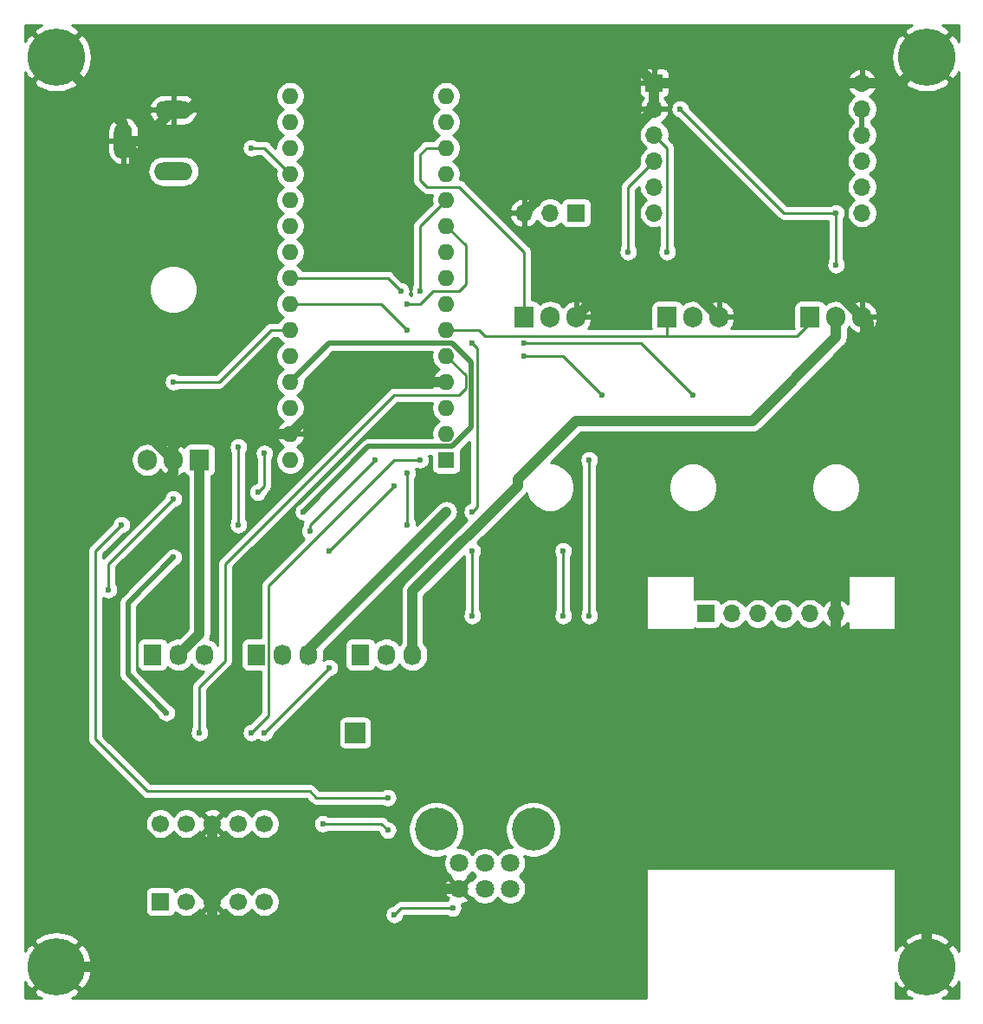
<source format=gbr>
%TF.GenerationSoftware,KiCad,Pcbnew,(5.1.10)-1*%
%TF.CreationDate,2021-06-07T21:45:38+02:00*%
%TF.ProjectId,SteuerungPCB,53746575-6572-4756-9e67-5043422e6b69,rev?*%
%TF.SameCoordinates,Original*%
%TF.FileFunction,Copper,L2,Bot*%
%TF.FilePolarity,Positive*%
%FSLAX46Y46*%
G04 Gerber Fmt 4.6, Leading zero omitted, Abs format (unit mm)*
G04 Created by KiCad (PCBNEW (5.1.10)-1) date 2021-06-07 21:45:38*
%MOMM*%
%LPD*%
G01*
G04 APERTURE LIST*
%TA.AperFunction,ComponentPad*%
%ADD10O,1.778000X3.556000*%
%TD*%
%TA.AperFunction,ComponentPad*%
%ADD11O,3.756000X1.778000*%
%TD*%
%TA.AperFunction,ComponentPad*%
%ADD12O,3.556000X1.778000*%
%TD*%
%TA.AperFunction,ComponentPad*%
%ADD13C,1.800000*%
%TD*%
%TA.AperFunction,ComponentPad*%
%ADD14C,4.200000*%
%TD*%
%TA.AperFunction,ComponentPad*%
%ADD15O,1.700000X1.700000*%
%TD*%
%TA.AperFunction,ComponentPad*%
%ADD16R,1.700000X1.700000*%
%TD*%
%TA.AperFunction,ComponentPad*%
%ADD17C,1.700000*%
%TD*%
%TA.AperFunction,ComponentPad*%
%ADD18C,5.600000*%
%TD*%
%TA.AperFunction,ComponentPad*%
%ADD19R,2.000000X2.000000*%
%TD*%
%TA.AperFunction,ComponentPad*%
%ADD20R,1.905000X2.000000*%
%TD*%
%TA.AperFunction,ComponentPad*%
%ADD21O,1.905000X2.000000*%
%TD*%
%TA.AperFunction,ComponentPad*%
%ADD22O,1.730000X2.030000*%
%TD*%
%TA.AperFunction,ComponentPad*%
%ADD23R,1.730000X2.030000*%
%TD*%
%TA.AperFunction,ComponentPad*%
%ADD24R,1.600000X1.600000*%
%TD*%
%TA.AperFunction,ComponentPad*%
%ADD25O,1.600000X1.600000*%
%TD*%
%TA.AperFunction,ViaPad*%
%ADD26C,0.600000*%
%TD*%
%TA.AperFunction,ViaPad*%
%ADD27C,0.800000*%
%TD*%
%TA.AperFunction,Conductor*%
%ADD28C,0.250000*%
%TD*%
%TA.AperFunction,Conductor*%
%ADD29C,1.000000*%
%TD*%
%TA.AperFunction,Conductor*%
%ADD30C,0.500000*%
%TD*%
%TA.AperFunction,Conductor*%
%ADD31C,0.254000*%
%TD*%
%TA.AperFunction,Conductor*%
%ADD32C,0.100000*%
%TD*%
G04 APERTURE END LIST*
D10*
%TO.P,Vin1,2*%
%TO.N,/G*%
X90350000Y-23450000D03*
D11*
%TO.P,Vin1,1*%
%TO.N,/12V*%
X95250000Y-26400000D03*
D12*
%TO.P,Vin1,3*%
%TO.N,/G*%
X95250000Y-20400000D03*
%TD*%
D13*
%TO.P,RV1,3*%
%TO.N,/V*%
X128190000Y-96520000D03*
%TO.P,RV1,2*%
%TO.N,/A6*%
X125690000Y-96520000D03*
%TO.P,RV1,1*%
%TO.N,/G*%
X123190000Y-96520000D03*
%TO.P,RV1,6*%
%TO.N,N/C*%
X128190000Y-94020000D03*
%TO.P,RV1,5*%
X125690000Y-94020000D03*
%TO.P,RV1,4*%
X123190000Y-94020000D03*
D14*
%TO.P,RV1,*%
%TO.N,*%
X130440000Y-90720000D03*
X120940000Y-90720000D03*
%TD*%
D15*
%TO.P,USR-ES1_W5500,12*%
%TO.N,/MI*%
X162560000Y-30480000D03*
%TO.P,USR-ES1_W5500,11*%
%TO.N,/NT*%
X142240000Y-30480000D03*
%TO.P,USR-ES1_W5500,10*%
%TO.N,/RST*%
X162560000Y-27940000D03*
%TO.P,USR-ES1_W5500,9*%
%TO.N,/CS*%
X142240000Y-27940000D03*
%TO.P,USR-ES1_W5500,8*%
%TO.N,/NC*%
X162560000Y-25400000D03*
%TO.P,USR-ES1_W5500,7*%
%TO.N,/SCK*%
X142240000Y-25400000D03*
%TO.P,USR-ES1_W5500,6*%
%TO.N,/V*%
X162560000Y-22860000D03*
%TO.P,USR-ES1_W5500,5*%
%TO.N,/MO*%
X142240000Y-22860000D03*
%TO.P,USR-ES1_W5500,4*%
%TO.N,/V*%
X162560000Y-20320000D03*
%TO.P,USR-ES1_W5500,3*%
%TO.N,/G*%
X142240000Y-20320000D03*
%TO.P,USR-ES1_W5500,2*%
X162560000Y-17780000D03*
D16*
%TO.P,USR-ES1_W5500,1*%
X142240000Y-17780000D03*
%TD*%
D17*
%TO.P,U2,10*%
%TO.N,Net-(R2-Pad1)*%
X93980000Y-90170000D03*
%TO.P,U2,9*%
%TO.N,Net-(R1-Pad2)*%
X96520000Y-90170000D03*
%TO.P,U2,8*%
%TO.N,/G*%
X99060000Y-90170000D03*
%TO.P,U2,7*%
%TO.N,Net-(R7-Pad1)*%
X101600000Y-90170000D03*
%TO.P,U2,6*%
%TO.N,Net-(R6-Pad1)*%
X104140000Y-90170000D03*
%TO.P,U2,5*%
%TO.N,Net-(R8-Pad2)*%
X104140000Y-97790000D03*
%TO.P,U2,4*%
%TO.N,Net-(R5-Pad1)*%
X101600000Y-97790000D03*
%TO.P,U2,3*%
%TO.N,/G*%
X99060000Y-97790000D03*
%TO.P,U2,2*%
%TO.N,Net-(R4-Pad2)*%
X96520000Y-97790000D03*
D16*
%TO.P,U2,1*%
%TO.N,Net-(R3-Pad2)*%
X93980000Y-97790000D03*
%TD*%
D18*
%TO.P,REF\u002A\u002A,1*%
%TO.N,/G*%
X168910000Y-15240000D03*
%TD*%
%TO.P,REF\u002A\u002A,1*%
%TO.N,/G*%
X168910000Y-104140000D03*
%TD*%
%TO.P,REF\u002A\u002A,1*%
%TO.N,/G*%
X83820000Y-104140000D03*
%TD*%
%TO.P,REF\u002A\u002A,1*%
%TO.N,/G*%
X83820000Y-15240000D03*
%TD*%
D19*
%TO.P,TP_Tacho_3,1*%
%TO.N,Net-(A1-Pad23)*%
X113030000Y-81280000D03*
%TD*%
D20*
%TO.P,U1,1*%
%TO.N,/12V*%
X97790000Y-54610000D03*
D21*
%TO.P,U1,2*%
%TO.N,/G*%
X95250000Y-54610000D03*
%TO.P,U1,3*%
%TO.N,/6V*%
X92710000Y-54610000D03*
%TD*%
D20*
%TO.P,Q3,1*%
%TO.N,Net-(A1-Pad6)*%
X157480000Y-40640000D03*
D21*
%TO.P,Q3,2*%
%TO.N,Net-(M3-Pad3)*%
X160020000Y-40640000D03*
%TO.P,Q3,3*%
%TO.N,/G*%
X162560000Y-40640000D03*
%TD*%
D20*
%TO.P,Q2,1*%
%TO.N,Net-(A1-Pad6)*%
X143510000Y-40640000D03*
D21*
%TO.P,Q2,2*%
%TO.N,Net-(M2-Pad3)*%
X146050000Y-40640000D03*
%TO.P,Q2,3*%
%TO.N,/G*%
X148590000Y-40640000D03*
%TD*%
D20*
%TO.P,Q1,1*%
%TO.N,Net-(A1-Pad13)*%
X129540000Y-40640000D03*
D21*
%TO.P,Q1,2*%
%TO.N,Net-(M1-Pad3)*%
X132080000Y-40640000D03*
%TO.P,Q1,3*%
%TO.N,/G*%
X134620000Y-40640000D03*
%TD*%
D22*
%TO.P,M3,3*%
%TO.N,Net-(M3-Pad3)*%
X118610000Y-73660000D03*
%TO.P,M3,2*%
%TO.N,/12V*%
X116070000Y-73660000D03*
D23*
%TO.P,M3,1*%
%TO.N,Net-(A1-Pad23)*%
X113530000Y-73660000D03*
%TD*%
D15*
%TO.P,U3,3*%
%TO.N,/G*%
X129540000Y-30480000D03*
%TO.P,U3,2*%
%TO.N,Net-(A1-Pad26)*%
X132080000Y-30480000D03*
D16*
%TO.P,U3,1*%
%TO.N,/V*%
X134620000Y-30480000D03*
%TD*%
D22*
%TO.P,M2,3*%
%TO.N,Net-(M2-Pad3)*%
X108450000Y-73660000D03*
%TO.P,M2,2*%
%TO.N,/12V*%
X105910000Y-73660000D03*
D23*
%TO.P,M2,1*%
%TO.N,Net-(A1-Pad21)*%
X103370000Y-73660000D03*
%TD*%
D22*
%TO.P,M1,3*%
%TO.N,Net-(M1-Pad3)*%
X98290000Y-73660000D03*
%TO.P,M1,2*%
%TO.N,/12V*%
X95750000Y-73660000D03*
D23*
%TO.P,M1,1*%
%TO.N,Net-(A1-Pad20)*%
X93210000Y-73660000D03*
%TD*%
D15*
%TO.P,J1,6*%
%TO.N,/G*%
X160020000Y-69640000D03*
%TO.P,J1,5*%
%TO.N,/V*%
X157480000Y-69640000D03*
%TO.P,J1,4*%
%TO.N,/MI*%
X154940000Y-69640000D03*
%TO.P,J1,3*%
%TO.N,/MO*%
X152400000Y-69640000D03*
%TO.P,J1,2*%
%TO.N,/SCK*%
X149860000Y-69640000D03*
D16*
%TO.P,J1,1*%
%TO.N,/CS_SD*%
X147320000Y-69640000D03*
%TD*%
D24*
%TO.P,A1,1*%
%TO.N,Net-(A1-Pad1)*%
X121920000Y-54610000D03*
D25*
%TO.P,A1,17*%
%TO.N,Net-(A1-Pad17)*%
X106680000Y-21590000D03*
%TO.P,A1,2*%
%TO.N,Net-(A1-Pad2)*%
X121920000Y-52070000D03*
%TO.P,A1,18*%
%TO.N,Net-(A1-Pad18)*%
X106680000Y-24130000D03*
%TO.P,A1,3*%
%TO.N,Net-(A1-Pad3)*%
X121920000Y-49530000D03*
%TO.P,A1,19*%
%TO.N,Net-(A1-Pad19)*%
X106680000Y-26670000D03*
%TO.P,A1,4*%
%TO.N,/G*%
X121920000Y-46990000D03*
%TO.P,A1,20*%
%TO.N,Net-(A1-Pad20)*%
X106680000Y-29210000D03*
%TO.P,A1,5*%
%TO.N,Net-(A1-Pad5)*%
X121920000Y-44450000D03*
%TO.P,A1,21*%
%TO.N,Net-(A1-Pad21)*%
X106680000Y-31750000D03*
%TO.P,A1,6*%
%TO.N,Net-(A1-Pad6)*%
X121920000Y-41910000D03*
%TO.P,A1,22*%
%TO.N,/CS*%
X106680000Y-34290000D03*
%TO.P,A1,7*%
%TO.N,Net-(A1-Pad7)*%
X121920000Y-39370000D03*
%TO.P,A1,23*%
%TO.N,Net-(A1-Pad23)*%
X106680000Y-36830000D03*
%TO.P,A1,8*%
%TO.N,Net-(A1-Pad8)*%
X121920000Y-36830000D03*
%TO.P,A1,24*%
%TO.N,/CS_SD*%
X106680000Y-39370000D03*
%TO.P,A1,9*%
%TO.N,Net-(A1-Pad9)*%
X121920000Y-34290000D03*
%TO.P,A1,25*%
%TO.N,/A6*%
X106680000Y-41910000D03*
%TO.P,A1,10*%
%TO.N,Net-(A1-Pad10)*%
X121920000Y-31750000D03*
%TO.P,A1,26*%
%TO.N,Net-(A1-Pad26)*%
X106680000Y-44450000D03*
%TO.P,A1,11*%
%TO.N,Net-(A1-Pad11)*%
X121920000Y-29210000D03*
%TO.P,A1,27*%
%TO.N,/V*%
X106680000Y-46990000D03*
%TO.P,A1,12*%
%TO.N,Net-(A1-Pad12)*%
X121920000Y-26670000D03*
%TO.P,A1,28*%
%TO.N,Net-(A1-Pad28)*%
X106680000Y-49530000D03*
%TO.P,A1,13*%
%TO.N,Net-(A1-Pad13)*%
X121920000Y-24130000D03*
%TO.P,A1,29*%
%TO.N,/G*%
X106680000Y-52070000D03*
%TO.P,A1,14*%
%TO.N,/MO*%
X121920000Y-21590000D03*
%TO.P,A1,30*%
%TO.N,/6V*%
X106680000Y-54610000D03*
%TO.P,A1,15*%
%TO.N,/MI*%
X121920000Y-19050000D03*
%TO.P,A1,16*%
%TO.N,/SCK*%
X106680000Y-19050000D03*
%TD*%
D26*
%TO.N,Net-(A1-Pad12)*%
X88900000Y-67310000D03*
X95250000Y-58420000D03*
X103505000Y-57785000D03*
X104140000Y-53975000D03*
%TO.N,Net-(A1-Pad11)*%
X102870000Y-81280000D03*
X119380000Y-54610000D03*
X119380000Y-38100000D03*
%TO.N,Net-(A1-Pad10)*%
X104140000Y-81280000D03*
X116840000Y-57150000D03*
X118110000Y-39370000D03*
X110490000Y-74930000D03*
X110490000Y-63500000D03*
%TO.N,Net-(A1-Pad9)*%
X133350000Y-69850000D03*
X133350000Y-63500000D03*
X146050000Y-48260000D03*
X129540000Y-43180000D03*
X109855000Y-90170000D03*
X116205000Y-90805000D03*
%TO.N,Net-(A1-Pad8)*%
X135890000Y-69850000D03*
X135890000Y-54610000D03*
X137160000Y-48260000D03*
X129540000Y-44450000D03*
%TO.N,Net-(A1-Pad23)*%
X108585000Y-61595000D03*
X114935000Y-54610000D03*
X117475000Y-38100000D03*
%TO.N,Net-(A1-Pad7)*%
X124460000Y-69850000D03*
X124460000Y-63500000D03*
X124460000Y-43180000D03*
X124460000Y-59690000D03*
X122555000Y-98425000D03*
X116840000Y-99060000D03*
%TO.N,Net-(A1-Pad21)*%
X101600000Y-60960000D03*
X101600000Y-53340000D03*
%TO.N,Net-(A1-Pad5)*%
X97790000Y-81280000D03*
%TO.N,Net-(A1-Pad19)*%
X102870000Y-24130000D03*
D27*
%TO.N,Net-(M2-Pad3)*%
X121920000Y-59690000D03*
D26*
%TO.N,/MI*%
X160020000Y-35560000D03*
X160020000Y-30480000D03*
X144780000Y-20320000D03*
%TO.N,/SCK*%
X139700000Y-34290000D03*
%TO.N,/V*%
X107950000Y-59690000D03*
X95250000Y-64135000D03*
X94559990Y-79319990D03*
%TO.N,/MO*%
X143510000Y-34290000D03*
D27*
%TO.N,/G*%
X151130000Y-17780000D03*
X158115000Y-17780000D03*
X147320000Y-25400000D03*
X153035000Y-25400000D03*
X88900000Y-33655000D03*
X95250000Y-33655000D03*
X88900000Y-45720000D03*
X95250000Y-50800000D03*
X95885000Y-94615000D03*
X101600000Y-95250000D03*
X99060000Y-94615000D03*
D26*
X97790000Y-91440000D03*
X100330000Y-91440000D03*
%TO.N,/CS_SD*%
X118110000Y-60960000D03*
X118110000Y-55880000D03*
X118110000Y-41910000D03*
%TO.N,/A6*%
X116205000Y-87630000D03*
X90170000Y-60960000D03*
X95250000Y-46990000D03*
%TD*%
D28*
%TO.N,Net-(A1-Pad13)*%
X119380000Y-24765000D02*
X120015000Y-24130000D01*
X119380000Y-27305000D02*
X119380000Y-24765000D01*
X120015000Y-24130000D02*
X121920000Y-24130000D01*
X123190000Y-27940000D02*
X120015000Y-27940000D01*
X129540000Y-34290000D02*
X123190000Y-27940000D01*
X120015000Y-27940000D02*
X119380000Y-27305000D01*
X129540000Y-40640000D02*
X129540000Y-34290000D01*
%TO.N,Net-(A1-Pad12)*%
X88900000Y-64770000D02*
X95250000Y-58420000D01*
X88900000Y-67310000D02*
X88900000Y-64770000D01*
X104140000Y-57150000D02*
X104140000Y-53975000D01*
X103505000Y-57785000D02*
X104140000Y-57150000D01*
%TO.N,Net-(A1-Pad11)*%
X104560001Y-79589999D02*
X104560001Y-66889999D01*
X102870000Y-81280000D02*
X104560001Y-79589999D01*
X116840000Y-54610000D02*
X119380000Y-54610000D01*
X104560001Y-66889999D02*
X116840000Y-54610000D01*
X119380000Y-31750000D02*
X121920000Y-29210000D01*
X119380000Y-38100000D02*
X119380000Y-31750000D01*
%TO.N,Net-(A1-Pad10)*%
X104140000Y-81280000D02*
X106680000Y-78740000D01*
X106680000Y-78740000D02*
X110490000Y-74930000D01*
X110490000Y-63500000D02*
X116840000Y-57150000D01*
X123825000Y-37465000D02*
X123825000Y-33655000D01*
X123825000Y-33655000D02*
X121920000Y-31750000D01*
X118110000Y-39370000D02*
X119380000Y-39370000D01*
X119380000Y-39370000D02*
X120650000Y-38100000D01*
X123190000Y-38100000D02*
X123825000Y-37465000D01*
X120650000Y-38100000D02*
X123190000Y-38100000D01*
%TO.N,Net-(A1-Pad9)*%
X133350000Y-69850000D02*
X133350000Y-63500000D01*
X146050000Y-48260000D02*
X140970000Y-43180000D01*
X140970000Y-43180000D02*
X129540000Y-43180000D01*
X115570000Y-90170000D02*
X116205000Y-90805000D01*
X109855000Y-90170000D02*
X115570000Y-90170000D01*
%TO.N,Net-(A1-Pad8)*%
X135890000Y-69850000D02*
X135890000Y-54610000D01*
X133350000Y-44450000D02*
X129540000Y-44450000D01*
X137160000Y-48260000D02*
X133350000Y-44450000D01*
%TO.N,Net-(A1-Pad23)*%
X108585000Y-61595000D02*
X108585000Y-60960000D01*
X108585000Y-60960000D02*
X114935000Y-54610000D01*
X117475000Y-38100000D02*
X116205000Y-36830000D01*
X116205000Y-36830000D02*
X106680000Y-36830000D01*
%TO.N,Net-(A1-Pad7)*%
X124460000Y-69850000D02*
X124460000Y-63500000D01*
X117475000Y-98425000D02*
X116840000Y-99060000D01*
X122555000Y-98425000D02*
X117475000Y-98425000D01*
X124460000Y-59690000D02*
X124975021Y-59174979D01*
X124975021Y-59174979D02*
X124975021Y-43695021D01*
X124975021Y-43695021D02*
X124460000Y-43180000D01*
%TO.N,Net-(A1-Pad6)*%
X121975001Y-41965001D02*
X121920000Y-41910000D01*
X157480000Y-40640000D02*
X157480000Y-41275000D01*
X157480000Y-41275000D02*
X156210000Y-42545000D01*
X156210000Y-42545000D02*
X125730000Y-42545000D01*
X125095000Y-41910000D02*
X121920000Y-41910000D01*
X125730000Y-42545000D02*
X125095000Y-41910000D01*
X143510000Y-40640000D02*
X143510000Y-42545000D01*
%TO.N,Net-(A1-Pad21)*%
X101600000Y-60960000D02*
X101600000Y-53340000D01*
%TO.N,Net-(A1-Pad5)*%
X123825000Y-46355000D02*
X121920000Y-44450000D01*
X123190000Y-48260000D02*
X123825000Y-47625000D01*
X123825000Y-47625000D02*
X123825000Y-46355000D01*
X100330000Y-64770000D02*
X116840000Y-48260000D01*
X100330000Y-74234998D02*
X100330000Y-64770000D01*
X97790000Y-76774998D02*
X100330000Y-74234998D01*
X116840000Y-48260000D02*
X123190000Y-48260000D01*
X97790000Y-81280000D02*
X97790000Y-76774998D01*
%TO.N,Net-(A1-Pad19)*%
X104140000Y-24130000D02*
X106680000Y-26670000D01*
X102870000Y-24130000D02*
X104140000Y-24130000D01*
D29*
%TO.N,Net-(M2-Pad3)*%
X108450000Y-73160000D02*
X121920000Y-59690000D01*
X108450000Y-73660000D02*
X108450000Y-73160000D01*
D28*
%TO.N,/MI*%
X160020000Y-35560000D02*
X160020000Y-30480000D01*
X154940000Y-30480000D02*
X144780000Y-20320000D01*
X160020000Y-30480000D02*
X154940000Y-30480000D01*
%TO.N,/SCK*%
X139700000Y-27940000D02*
X142240000Y-25400000D01*
X139700000Y-34290000D02*
X139700000Y-27940000D01*
D30*
%TO.N,/V*%
X162560000Y-20320000D02*
X162560000Y-22860000D01*
X95250000Y-64135000D02*
X90805000Y-68580000D01*
X90805000Y-75565000D02*
X94559990Y-79319990D01*
X90805000Y-68580000D02*
X90805000Y-75565000D01*
X106680000Y-46990000D02*
X110470001Y-43199999D01*
X110470001Y-43199999D02*
X122520001Y-43199999D01*
X122520001Y-43199999D02*
X124400010Y-45080008D01*
X124400010Y-51439992D02*
X122520001Y-53320001D01*
X122520001Y-53320001D02*
X114319999Y-53320001D01*
X114319999Y-53320001D02*
X107950000Y-59690000D01*
X124400010Y-45080008D02*
X124400010Y-51439992D01*
D28*
%TO.N,/MO*%
X143510000Y-24130000D02*
X142240000Y-22860000D01*
X143510000Y-34290000D02*
X143510000Y-24130000D01*
D29*
%TO.N,/G*%
X142240000Y-17780000D02*
X151130000Y-17780000D01*
X142240000Y-20320000D02*
X142240000Y-17780000D01*
X142240000Y-20320000D02*
X137160000Y-25400000D01*
X137160000Y-25400000D02*
X137160000Y-38100000D01*
X146050000Y-38100000D02*
X148590000Y-40640000D01*
X137160000Y-38100000D02*
X146050000Y-38100000D01*
X160020000Y-38100000D02*
X162560000Y-40640000D01*
X146050000Y-38100000D02*
X160020000Y-38100000D01*
X96540000Y-52070000D02*
X106680000Y-52070000D01*
X95250000Y-53360000D02*
X96540000Y-52070000D01*
X95250000Y-54610000D02*
X95250000Y-53360000D01*
X129540000Y-30480000D02*
X134620000Y-25400000D01*
X134620000Y-25400000D02*
X137160000Y-25400000D01*
X111760000Y-46990000D02*
X121920000Y-46990000D01*
X106680000Y-52070000D02*
X111760000Y-46990000D01*
X139700000Y-15240000D02*
X101950000Y-15240000D01*
X142240000Y-17780000D02*
X139700000Y-15240000D01*
X92710000Y-58420000D02*
X95250000Y-55880000D01*
X88900000Y-58420000D02*
X92710000Y-58420000D01*
X95250000Y-55880000D02*
X95250000Y-54610000D01*
X86360000Y-60960000D02*
X88900000Y-58420000D01*
X86360000Y-85090000D02*
X86360000Y-60960000D01*
X99060000Y-97790000D02*
X95885000Y-94615000D01*
X120650000Y-96520000D02*
X123190000Y-96520000D01*
X119380000Y-95250000D02*
X120650000Y-96520000D01*
X101600000Y-95250000D02*
X119380000Y-95250000D01*
X99060000Y-97790000D02*
X101600000Y-95250000D01*
X163195000Y-62865000D02*
X163195000Y-41275000D01*
X163195000Y-41275000D02*
X162560000Y-40640000D01*
X160020000Y-66040000D02*
X163195000Y-62865000D01*
X158115000Y-17780000D02*
X158115000Y-17780000D01*
X151130000Y-17780000D02*
X158115000Y-17780000D01*
X158115000Y-17780000D02*
X162560000Y-17780000D01*
X99060000Y-97790000D02*
X99060000Y-94615000D01*
X95885000Y-94615000D02*
X86360000Y-85090000D01*
X101600000Y-95250000D02*
X101600000Y-95250000D01*
X99060000Y-94615000D02*
X99060000Y-90170000D01*
X91440000Y-25750000D02*
X91440000Y-25562095D01*
X91440000Y-50800000D02*
X91440000Y-25750000D01*
X95250000Y-54610000D02*
X91440000Y-50800000D01*
X91440000Y-24540000D02*
X90350000Y-23450000D01*
X91440000Y-25750000D02*
X91440000Y-24540000D01*
X92200000Y-23450000D02*
X95250000Y-20400000D01*
X90350000Y-23450000D02*
X92200000Y-23450000D01*
X96790000Y-20400000D02*
X101950000Y-15240000D01*
X95250000Y-20400000D02*
X96790000Y-20400000D01*
X137160000Y-38100000D02*
X134620000Y-40640000D01*
X160020000Y-66040000D02*
X160020000Y-69640000D01*
X90350000Y-21770000D02*
X90350000Y-23450000D01*
X83820000Y-15240000D02*
X90350000Y-21770000D01*
X168910000Y-15240000D02*
X166370000Y-17780000D01*
X166370000Y-17780000D02*
X162560000Y-17780000D01*
X160020000Y-87768612D02*
X160020000Y-69640000D01*
X168910000Y-96658612D02*
X160020000Y-87768612D01*
X168910000Y-104140000D02*
X168910000Y-96658612D01*
X83820000Y-104140000D02*
X95250000Y-104140000D01*
X99060000Y-100330000D02*
X99060000Y-97790000D01*
X95250000Y-104140000D02*
X99060000Y-100330000D01*
%TO.N,Net-(M3-Pad3)*%
X134628654Y-50800000D02*
X151860000Y-50800000D01*
X151860000Y-50800000D02*
X160020000Y-42640000D01*
X160020000Y-42640000D02*
X160020000Y-40640000D01*
X118610000Y-73660000D02*
X118610000Y-67445000D01*
X118610000Y-67445000D02*
X128905000Y-57150000D01*
X128905000Y-56523654D02*
X134628654Y-50800000D01*
X128905000Y-57150000D02*
X128905000Y-56523654D01*
%TO.N,/12V*%
X97790000Y-71620000D02*
X95750000Y-73660000D01*
X97790000Y-54610000D02*
X97790000Y-71620000D01*
D28*
%TO.N,/CS_SD*%
X118110000Y-60960000D02*
X118110000Y-55880000D01*
X115570000Y-39370000D02*
X106680000Y-39370000D01*
X118110000Y-41910000D02*
X115570000Y-39370000D01*
%TO.N,/A6*%
X108585000Y-86995000D02*
X109220000Y-87630000D01*
X87630000Y-63500000D02*
X90170000Y-60960000D01*
X87630000Y-74930000D02*
X87630000Y-63500000D01*
X92710000Y-86995000D02*
X108585000Y-86995000D01*
X109220000Y-87630000D02*
X116205000Y-87630000D01*
X87630000Y-81915000D02*
X92710000Y-86995000D01*
X87630000Y-74930000D02*
X87630000Y-81915000D01*
X95250000Y-46990000D02*
X99695000Y-46990000D01*
X104775000Y-41910000D02*
X106680000Y-41910000D01*
X99695000Y-46990000D02*
X104775000Y-41910000D01*
%TD*%
D31*
%TO.N,/G*%
X102108000Y-43502198D02*
X99380199Y-46230000D01*
X95795535Y-46230000D01*
X95692889Y-46161414D01*
X95522729Y-46090932D01*
X95342089Y-46055000D01*
X95157911Y-46055000D01*
X94977271Y-46090932D01*
X94807111Y-46161414D01*
X94653972Y-46263738D01*
X94523738Y-46393972D01*
X94421414Y-46547111D01*
X94350932Y-46717271D01*
X94315000Y-46897911D01*
X94315000Y-47082089D01*
X94350932Y-47262729D01*
X94421414Y-47432889D01*
X94523738Y-47586028D01*
X94653972Y-47716262D01*
X94807111Y-47818586D01*
X94977271Y-47889068D01*
X95157911Y-47925000D01*
X95342089Y-47925000D01*
X95522729Y-47889068D01*
X95692889Y-47818586D01*
X95795535Y-47750000D01*
X99657678Y-47750000D01*
X99695000Y-47753676D01*
X99732322Y-47750000D01*
X99732333Y-47750000D01*
X99843986Y-47739003D01*
X99987247Y-47695546D01*
X100119276Y-47624974D01*
X100235001Y-47530001D01*
X100258804Y-47500997D01*
X102108000Y-45651801D01*
X102108000Y-52554920D01*
X102042889Y-52511414D01*
X101872729Y-52440932D01*
X101692089Y-52405000D01*
X101507911Y-52405000D01*
X101327271Y-52440932D01*
X101157111Y-52511414D01*
X101003972Y-52613738D01*
X100873738Y-52743972D01*
X100771414Y-52897111D01*
X100700932Y-53067271D01*
X100665000Y-53247911D01*
X100665000Y-53432089D01*
X100700932Y-53612729D01*
X100771414Y-53782889D01*
X100840001Y-53885537D01*
X100840001Y-57023000D01*
X98925000Y-57023000D01*
X98925000Y-56218212D01*
X98986680Y-56199502D01*
X99096994Y-56140537D01*
X99193685Y-56061185D01*
X99273037Y-55964494D01*
X99332002Y-55854180D01*
X99368312Y-55734482D01*
X99380572Y-55610000D01*
X99380572Y-53610000D01*
X99368312Y-53485518D01*
X99332002Y-53365820D01*
X99273037Y-53255506D01*
X99193685Y-53158815D01*
X99096994Y-53079463D01*
X98986680Y-53020498D01*
X98866982Y-52984188D01*
X98742500Y-52971928D01*
X96837500Y-52971928D01*
X96713018Y-52984188D01*
X96593320Y-53020498D01*
X96483006Y-53079463D01*
X96386315Y-53158815D01*
X96306963Y-53255506D01*
X96257941Y-53347219D01*
X96116923Y-53234031D01*
X95841094Y-53090429D01*
X95622980Y-53019437D01*
X95377000Y-53139406D01*
X95377000Y-54483000D01*
X95397000Y-54483000D01*
X95397000Y-54737000D01*
X95377000Y-54737000D01*
X95377000Y-56080594D01*
X95622980Y-56200563D01*
X95841094Y-56129571D01*
X96116923Y-55985969D01*
X96257941Y-55872781D01*
X96306963Y-55964494D01*
X96386315Y-56061185D01*
X96483006Y-56140537D01*
X96593320Y-56199502D01*
X96655000Y-56218212D01*
X96655000Y-57023000D01*
X87757000Y-57023000D01*
X87757000Y-54484514D01*
X91122500Y-54484514D01*
X91122500Y-54735485D01*
X91145470Y-54968703D01*
X91236245Y-55267948D01*
X91383655Y-55543734D01*
X91582037Y-55785463D01*
X91823765Y-55983845D01*
X92099551Y-56131255D01*
X92398796Y-56222030D01*
X92710000Y-56252681D01*
X93021203Y-56222030D01*
X93320448Y-56131255D01*
X93596234Y-55983845D01*
X93837963Y-55785463D01*
X93985163Y-55606101D01*
X94140563Y-55791315D01*
X94383077Y-55985969D01*
X94658906Y-56129571D01*
X94877020Y-56200563D01*
X95123000Y-56080594D01*
X95123000Y-54737000D01*
X95103000Y-54737000D01*
X95103000Y-54483000D01*
X95123000Y-54483000D01*
X95123000Y-53139406D01*
X94877020Y-53019437D01*
X94658906Y-53090429D01*
X94383077Y-53234031D01*
X94140563Y-53428685D01*
X93985162Y-53613900D01*
X93837963Y-53434537D01*
X93596235Y-53236155D01*
X93320449Y-53088745D01*
X93021204Y-52997970D01*
X92710000Y-52967319D01*
X92398797Y-52997970D01*
X92099552Y-53088745D01*
X91823766Y-53236155D01*
X91582037Y-53434537D01*
X91383655Y-53676265D01*
X91236245Y-53952051D01*
X91145470Y-54251296D01*
X91122500Y-54484514D01*
X87757000Y-54484514D01*
X87757000Y-37715098D01*
X92865000Y-37715098D01*
X92865000Y-38184902D01*
X92956654Y-38645679D01*
X93136440Y-39079721D01*
X93397450Y-39470349D01*
X93729651Y-39802550D01*
X94120279Y-40063560D01*
X94554321Y-40243346D01*
X95015098Y-40335000D01*
X95484902Y-40335000D01*
X95945679Y-40243346D01*
X96379721Y-40063560D01*
X96770349Y-39802550D01*
X97102550Y-39470349D01*
X97363560Y-39079721D01*
X97543346Y-38645679D01*
X97635000Y-38184902D01*
X97635000Y-37715098D01*
X97543346Y-37254321D01*
X97363560Y-36820279D01*
X97102550Y-36429651D01*
X96770349Y-36097450D01*
X96379721Y-35836440D01*
X95945679Y-35656654D01*
X95484902Y-35565000D01*
X95015098Y-35565000D01*
X94554321Y-35656654D01*
X94120279Y-35836440D01*
X93729651Y-36097450D01*
X93397450Y-36429651D01*
X93136440Y-36820279D01*
X92956654Y-37254321D01*
X92865000Y-37715098D01*
X87757000Y-37715098D01*
X87757000Y-31242000D01*
X102108000Y-31242000D01*
X102108000Y-43502198D01*
%TA.AperFunction,Conductor*%
D32*
G36*
X102108000Y-43502198D02*
G01*
X99380199Y-46230000D01*
X95795535Y-46230000D01*
X95692889Y-46161414D01*
X95522729Y-46090932D01*
X95342089Y-46055000D01*
X95157911Y-46055000D01*
X94977271Y-46090932D01*
X94807111Y-46161414D01*
X94653972Y-46263738D01*
X94523738Y-46393972D01*
X94421414Y-46547111D01*
X94350932Y-46717271D01*
X94315000Y-46897911D01*
X94315000Y-47082089D01*
X94350932Y-47262729D01*
X94421414Y-47432889D01*
X94523738Y-47586028D01*
X94653972Y-47716262D01*
X94807111Y-47818586D01*
X94977271Y-47889068D01*
X95157911Y-47925000D01*
X95342089Y-47925000D01*
X95522729Y-47889068D01*
X95692889Y-47818586D01*
X95795535Y-47750000D01*
X99657678Y-47750000D01*
X99695000Y-47753676D01*
X99732322Y-47750000D01*
X99732333Y-47750000D01*
X99843986Y-47739003D01*
X99987247Y-47695546D01*
X100119276Y-47624974D01*
X100235001Y-47530001D01*
X100258804Y-47500997D01*
X102108000Y-45651801D01*
X102108000Y-52554920D01*
X102042889Y-52511414D01*
X101872729Y-52440932D01*
X101692089Y-52405000D01*
X101507911Y-52405000D01*
X101327271Y-52440932D01*
X101157111Y-52511414D01*
X101003972Y-52613738D01*
X100873738Y-52743972D01*
X100771414Y-52897111D01*
X100700932Y-53067271D01*
X100665000Y-53247911D01*
X100665000Y-53432089D01*
X100700932Y-53612729D01*
X100771414Y-53782889D01*
X100840001Y-53885537D01*
X100840001Y-57023000D01*
X98925000Y-57023000D01*
X98925000Y-56218212D01*
X98986680Y-56199502D01*
X99096994Y-56140537D01*
X99193685Y-56061185D01*
X99273037Y-55964494D01*
X99332002Y-55854180D01*
X99368312Y-55734482D01*
X99380572Y-55610000D01*
X99380572Y-53610000D01*
X99368312Y-53485518D01*
X99332002Y-53365820D01*
X99273037Y-53255506D01*
X99193685Y-53158815D01*
X99096994Y-53079463D01*
X98986680Y-53020498D01*
X98866982Y-52984188D01*
X98742500Y-52971928D01*
X96837500Y-52971928D01*
X96713018Y-52984188D01*
X96593320Y-53020498D01*
X96483006Y-53079463D01*
X96386315Y-53158815D01*
X96306963Y-53255506D01*
X96257941Y-53347219D01*
X96116923Y-53234031D01*
X95841094Y-53090429D01*
X95622980Y-53019437D01*
X95377000Y-53139406D01*
X95377000Y-54483000D01*
X95397000Y-54483000D01*
X95397000Y-54737000D01*
X95377000Y-54737000D01*
X95377000Y-56080594D01*
X95622980Y-56200563D01*
X95841094Y-56129571D01*
X96116923Y-55985969D01*
X96257941Y-55872781D01*
X96306963Y-55964494D01*
X96386315Y-56061185D01*
X96483006Y-56140537D01*
X96593320Y-56199502D01*
X96655000Y-56218212D01*
X96655000Y-57023000D01*
X87757000Y-57023000D01*
X87757000Y-54484514D01*
X91122500Y-54484514D01*
X91122500Y-54735485D01*
X91145470Y-54968703D01*
X91236245Y-55267948D01*
X91383655Y-55543734D01*
X91582037Y-55785463D01*
X91823765Y-55983845D01*
X92099551Y-56131255D01*
X92398796Y-56222030D01*
X92710000Y-56252681D01*
X93021203Y-56222030D01*
X93320448Y-56131255D01*
X93596234Y-55983845D01*
X93837963Y-55785463D01*
X93985163Y-55606101D01*
X94140563Y-55791315D01*
X94383077Y-55985969D01*
X94658906Y-56129571D01*
X94877020Y-56200563D01*
X95123000Y-56080594D01*
X95123000Y-54737000D01*
X95103000Y-54737000D01*
X95103000Y-54483000D01*
X95123000Y-54483000D01*
X95123000Y-53139406D01*
X94877020Y-53019437D01*
X94658906Y-53090429D01*
X94383077Y-53234031D01*
X94140563Y-53428685D01*
X93985162Y-53613900D01*
X93837963Y-53434537D01*
X93596235Y-53236155D01*
X93320449Y-53088745D01*
X93021204Y-52997970D01*
X92710000Y-52967319D01*
X92398797Y-52997970D01*
X92099552Y-53088745D01*
X91823766Y-53236155D01*
X91582037Y-53434537D01*
X91383655Y-53676265D01*
X91236245Y-53952051D01*
X91145470Y-54251296D01*
X91122500Y-54484514D01*
X87757000Y-54484514D01*
X87757000Y-37715098D01*
X92865000Y-37715098D01*
X92865000Y-38184902D01*
X92956654Y-38645679D01*
X93136440Y-39079721D01*
X93397450Y-39470349D01*
X93729651Y-39802550D01*
X94120279Y-40063560D01*
X94554321Y-40243346D01*
X95015098Y-40335000D01*
X95484902Y-40335000D01*
X95945679Y-40243346D01*
X96379721Y-40063560D01*
X96770349Y-39802550D01*
X97102550Y-39470349D01*
X97363560Y-39079721D01*
X97543346Y-38645679D01*
X97635000Y-38184902D01*
X97635000Y-37715098D01*
X97543346Y-37254321D01*
X97363560Y-36820279D01*
X97102550Y-36429651D01*
X96770349Y-36097450D01*
X96379721Y-35836440D01*
X95945679Y-35656654D01*
X95484902Y-35565000D01*
X95015098Y-35565000D01*
X94554321Y-35656654D01*
X94120279Y-35836440D01*
X93729651Y-36097450D01*
X93397450Y-36429651D01*
X93136440Y-36820279D01*
X92956654Y-37254321D01*
X92865000Y-37715098D01*
X87757000Y-37715098D01*
X87757000Y-31242000D01*
X102108000Y-31242000D01*
X102108000Y-43502198D01*
G37*
%TD.AperFunction*%
%TD*%
D31*
%TO.N,/G*%
X140755000Y-28086260D02*
X140812068Y-28373158D01*
X140924010Y-28643411D01*
X141086525Y-28886632D01*
X141293368Y-29093475D01*
X141467760Y-29210000D01*
X141293368Y-29326525D01*
X141086525Y-29533368D01*
X140924010Y-29776589D01*
X140812068Y-30046842D01*
X140755000Y-30333740D01*
X140755000Y-30626260D01*
X140812068Y-30913158D01*
X140924010Y-31183411D01*
X141086525Y-31426632D01*
X141293368Y-31633475D01*
X141536589Y-31795990D01*
X141806842Y-31907932D01*
X142093740Y-31965000D01*
X142386260Y-31965000D01*
X142673158Y-31907932D01*
X142750000Y-31876103D01*
X142750000Y-32258000D01*
X140462000Y-32258000D01*
X140462000Y-28252801D01*
X140755000Y-27959801D01*
X140755000Y-28086260D01*
%TA.AperFunction,Conductor*%
D32*
G36*
X140755000Y-28086260D02*
G01*
X140812068Y-28373158D01*
X140924010Y-28643411D01*
X141086525Y-28886632D01*
X141293368Y-29093475D01*
X141467760Y-29210000D01*
X141293368Y-29326525D01*
X141086525Y-29533368D01*
X140924010Y-29776589D01*
X140812068Y-30046842D01*
X140755000Y-30333740D01*
X140755000Y-30626260D01*
X140812068Y-30913158D01*
X140924010Y-31183411D01*
X141086525Y-31426632D01*
X141293368Y-31633475D01*
X141536589Y-31795990D01*
X141806842Y-31907932D01*
X142093740Y-31965000D01*
X142386260Y-31965000D01*
X142673158Y-31907932D01*
X142750000Y-31876103D01*
X142750000Y-32258000D01*
X140462000Y-32258000D01*
X140462000Y-28252801D01*
X140755000Y-27959801D01*
X140755000Y-28086260D01*
G37*
%TD.AperFunction*%
D31*
X164338000Y-32258000D02*
X160780000Y-32258000D01*
X160780000Y-31025535D01*
X160848586Y-30922889D01*
X160919068Y-30752729D01*
X160955000Y-30572089D01*
X160955000Y-30387911D01*
X160919068Y-30207271D01*
X160848586Y-30037111D01*
X160746262Y-29883972D01*
X160616028Y-29753738D01*
X160462889Y-29651414D01*
X160292729Y-29580932D01*
X160112089Y-29545000D01*
X159927911Y-29545000D01*
X159747271Y-29580932D01*
X159577111Y-29651414D01*
X159474465Y-29720000D01*
X155254802Y-29720000D01*
X145708542Y-20173740D01*
X161075000Y-20173740D01*
X161075000Y-20466260D01*
X161132068Y-20753158D01*
X161244010Y-21023411D01*
X161406525Y-21266632D01*
X161613368Y-21473475D01*
X161675000Y-21514656D01*
X161675001Y-21665343D01*
X161613368Y-21706525D01*
X161406525Y-21913368D01*
X161244010Y-22156589D01*
X161132068Y-22426842D01*
X161075000Y-22713740D01*
X161075000Y-23006260D01*
X161132068Y-23293158D01*
X161244010Y-23563411D01*
X161406525Y-23806632D01*
X161613368Y-24013475D01*
X161787760Y-24130000D01*
X161613368Y-24246525D01*
X161406525Y-24453368D01*
X161244010Y-24696589D01*
X161132068Y-24966842D01*
X161075000Y-25253740D01*
X161075000Y-25546260D01*
X161132068Y-25833158D01*
X161244010Y-26103411D01*
X161406525Y-26346632D01*
X161613368Y-26553475D01*
X161787760Y-26670000D01*
X161613368Y-26786525D01*
X161406525Y-26993368D01*
X161244010Y-27236589D01*
X161132068Y-27506842D01*
X161075000Y-27793740D01*
X161075000Y-28086260D01*
X161132068Y-28373158D01*
X161244010Y-28643411D01*
X161406525Y-28886632D01*
X161613368Y-29093475D01*
X161787760Y-29210000D01*
X161613368Y-29326525D01*
X161406525Y-29533368D01*
X161244010Y-29776589D01*
X161132068Y-30046842D01*
X161075000Y-30333740D01*
X161075000Y-30626260D01*
X161132068Y-30913158D01*
X161244010Y-31183411D01*
X161406525Y-31426632D01*
X161613368Y-31633475D01*
X161856589Y-31795990D01*
X162126842Y-31907932D01*
X162413740Y-31965000D01*
X162706260Y-31965000D01*
X162993158Y-31907932D01*
X163263411Y-31795990D01*
X163506632Y-31633475D01*
X163713475Y-31426632D01*
X163875990Y-31183411D01*
X163987932Y-30913158D01*
X164045000Y-30626260D01*
X164045000Y-30333740D01*
X163987932Y-30046842D01*
X163875990Y-29776589D01*
X163713475Y-29533368D01*
X163506632Y-29326525D01*
X163332240Y-29210000D01*
X163506632Y-29093475D01*
X163713475Y-28886632D01*
X163875990Y-28643411D01*
X163987932Y-28373158D01*
X164045000Y-28086260D01*
X164045000Y-27793740D01*
X163987932Y-27506842D01*
X163875990Y-27236589D01*
X163713475Y-26993368D01*
X163506632Y-26786525D01*
X163332240Y-26670000D01*
X163506632Y-26553475D01*
X163713475Y-26346632D01*
X163875990Y-26103411D01*
X163987932Y-25833158D01*
X164045000Y-25546260D01*
X164045000Y-25253740D01*
X163987932Y-24966842D01*
X163875990Y-24696589D01*
X163713475Y-24453368D01*
X163506632Y-24246525D01*
X163332240Y-24130000D01*
X163506632Y-24013475D01*
X163713475Y-23806632D01*
X163875990Y-23563411D01*
X163987932Y-23293158D01*
X164045000Y-23006260D01*
X164045000Y-22713740D01*
X163987932Y-22426842D01*
X163875990Y-22156589D01*
X163713475Y-21913368D01*
X163506632Y-21706525D01*
X163445000Y-21665344D01*
X163445000Y-21514656D01*
X163506632Y-21473475D01*
X163713475Y-21266632D01*
X163875990Y-21023411D01*
X163987932Y-20753158D01*
X164045000Y-20466260D01*
X164045000Y-20173740D01*
X163987932Y-19886842D01*
X163875990Y-19616589D01*
X163713475Y-19373368D01*
X163506632Y-19166525D01*
X163324466Y-19044805D01*
X163441355Y-18975178D01*
X163657588Y-18780269D01*
X163831641Y-18546920D01*
X163956825Y-18284099D01*
X164001476Y-18136890D01*
X163880155Y-17907000D01*
X162687000Y-17907000D01*
X162687000Y-17927000D01*
X162433000Y-17927000D01*
X162433000Y-17907000D01*
X161239845Y-17907000D01*
X161118524Y-18136890D01*
X161163175Y-18284099D01*
X161288359Y-18546920D01*
X161462412Y-18780269D01*
X161678645Y-18975178D01*
X161795534Y-19044805D01*
X161613368Y-19166525D01*
X161406525Y-19373368D01*
X161244010Y-19616589D01*
X161132068Y-19886842D01*
X161075000Y-20173740D01*
X145708542Y-20173740D01*
X145703153Y-20168352D01*
X145679068Y-20047271D01*
X145608586Y-19877111D01*
X145506262Y-19723972D01*
X145376028Y-19593738D01*
X145222889Y-19491414D01*
X145052729Y-19420932D01*
X144872089Y-19385000D01*
X144687911Y-19385000D01*
X144507271Y-19420932D01*
X144337111Y-19491414D01*
X144183972Y-19593738D01*
X144053738Y-19723972D01*
X143951414Y-19877111D01*
X143880932Y-20047271D01*
X143845000Y-20227911D01*
X143845000Y-20412089D01*
X143880932Y-20592729D01*
X143951414Y-20762889D01*
X144053738Y-20916028D01*
X144183972Y-21046262D01*
X144337111Y-21148586D01*
X144507271Y-21219068D01*
X144628352Y-21243153D01*
X154376201Y-30991003D01*
X154399999Y-31020001D01*
X154515724Y-31114974D01*
X154647753Y-31185546D01*
X154791014Y-31229003D01*
X154902667Y-31240000D01*
X154902675Y-31240000D01*
X154940000Y-31243676D01*
X154977325Y-31240000D01*
X159260001Y-31240000D01*
X159260001Y-32258000D01*
X144270000Y-32258000D01*
X144270000Y-24167322D01*
X144273676Y-24129999D01*
X144270000Y-24092676D01*
X144270000Y-24092667D01*
X144259003Y-23981014D01*
X144215546Y-23837753D01*
X144144974Y-23705724D01*
X144050001Y-23589999D01*
X144021003Y-23566201D01*
X143681210Y-23226408D01*
X143725000Y-23006260D01*
X143725000Y-22713740D01*
X143667932Y-22426842D01*
X143555990Y-22156589D01*
X143393475Y-21913368D01*
X143186632Y-21706525D01*
X143004466Y-21584805D01*
X143121355Y-21515178D01*
X143337588Y-21320269D01*
X143511641Y-21086920D01*
X143636825Y-20824099D01*
X143681476Y-20676890D01*
X143560155Y-20447000D01*
X142367000Y-20447000D01*
X142367000Y-20467000D01*
X142113000Y-20467000D01*
X142113000Y-20447000D01*
X140919845Y-20447000D01*
X140798524Y-20676890D01*
X140843175Y-20824099D01*
X140968359Y-21086920D01*
X141142412Y-21320269D01*
X141358645Y-21515178D01*
X141475534Y-21584805D01*
X141293368Y-21706525D01*
X141086525Y-21913368D01*
X140924010Y-22156589D01*
X140812068Y-22426842D01*
X140755000Y-22713740D01*
X140755000Y-23006260D01*
X140812068Y-23293158D01*
X140924010Y-23563411D01*
X141086525Y-23806632D01*
X141293368Y-24013475D01*
X141467760Y-24130000D01*
X141293368Y-24246525D01*
X141086525Y-24453368D01*
X140924010Y-24696589D01*
X140812068Y-24966842D01*
X140755000Y-25253740D01*
X140755000Y-25546260D01*
X140798790Y-25766407D01*
X140462000Y-26103197D01*
X140462000Y-18630000D01*
X140751928Y-18630000D01*
X140764188Y-18754482D01*
X140800498Y-18874180D01*
X140859463Y-18984494D01*
X140938815Y-19081185D01*
X141035506Y-19160537D01*
X141145820Y-19219502D01*
X141226466Y-19243966D01*
X141142412Y-19319731D01*
X140968359Y-19553080D01*
X140843175Y-19815901D01*
X140798524Y-19963110D01*
X140919845Y-20193000D01*
X142113000Y-20193000D01*
X142113000Y-17907000D01*
X142367000Y-17907000D01*
X142367000Y-20193000D01*
X143560155Y-20193000D01*
X143681476Y-19963110D01*
X143636825Y-19815901D01*
X143511641Y-19553080D01*
X143337588Y-19319731D01*
X143253534Y-19243966D01*
X143334180Y-19219502D01*
X143444494Y-19160537D01*
X143541185Y-19081185D01*
X143620537Y-18984494D01*
X143679502Y-18874180D01*
X143715812Y-18754482D01*
X143728072Y-18630000D01*
X143725000Y-18065750D01*
X143566250Y-17907000D01*
X142367000Y-17907000D01*
X142113000Y-17907000D01*
X140913750Y-17907000D01*
X140755000Y-18065750D01*
X140751928Y-18630000D01*
X140462000Y-18630000D01*
X140462000Y-16930000D01*
X140751928Y-16930000D01*
X140755000Y-17494250D01*
X140913750Y-17653000D01*
X142113000Y-17653000D01*
X142113000Y-16453750D01*
X142367000Y-16453750D01*
X142367000Y-17653000D01*
X143566250Y-17653000D01*
X143725000Y-17494250D01*
X143725387Y-17423110D01*
X161118524Y-17423110D01*
X161239845Y-17653000D01*
X162433000Y-17653000D01*
X162433000Y-16459186D01*
X162687000Y-16459186D01*
X162687000Y-17653000D01*
X163880155Y-17653000D01*
X164001476Y-17423110D01*
X163956825Y-17275901D01*
X163831641Y-17013080D01*
X163657588Y-16779731D01*
X163441355Y-16584822D01*
X163191252Y-16435843D01*
X162916891Y-16338519D01*
X162687000Y-16459186D01*
X162433000Y-16459186D01*
X162203109Y-16338519D01*
X161928748Y-16435843D01*
X161678645Y-16584822D01*
X161462412Y-16779731D01*
X161288359Y-17013080D01*
X161163175Y-17275901D01*
X161118524Y-17423110D01*
X143725387Y-17423110D01*
X143728072Y-16930000D01*
X143715812Y-16805518D01*
X143679502Y-16685820D01*
X143620537Y-16575506D01*
X143541185Y-16478815D01*
X143444494Y-16399463D01*
X143334180Y-16340498D01*
X143214482Y-16304188D01*
X143090000Y-16291928D01*
X142525750Y-16295000D01*
X142367000Y-16453750D01*
X142113000Y-16453750D01*
X141954250Y-16295000D01*
X141390000Y-16291928D01*
X141265518Y-16304188D01*
X141145820Y-16340498D01*
X141035506Y-16399463D01*
X140938815Y-16478815D01*
X140859463Y-16575506D01*
X140800498Y-16685820D01*
X140764188Y-16805518D01*
X140751928Y-16930000D01*
X140462000Y-16930000D01*
X140462000Y-16002000D01*
X164338000Y-16002000D01*
X164338000Y-32258000D01*
%TA.AperFunction,Conductor*%
D32*
G36*
X164338000Y-32258000D02*
G01*
X160780000Y-32258000D01*
X160780000Y-31025535D01*
X160848586Y-30922889D01*
X160919068Y-30752729D01*
X160955000Y-30572089D01*
X160955000Y-30387911D01*
X160919068Y-30207271D01*
X160848586Y-30037111D01*
X160746262Y-29883972D01*
X160616028Y-29753738D01*
X160462889Y-29651414D01*
X160292729Y-29580932D01*
X160112089Y-29545000D01*
X159927911Y-29545000D01*
X159747271Y-29580932D01*
X159577111Y-29651414D01*
X159474465Y-29720000D01*
X155254802Y-29720000D01*
X145708542Y-20173740D01*
X161075000Y-20173740D01*
X161075000Y-20466260D01*
X161132068Y-20753158D01*
X161244010Y-21023411D01*
X161406525Y-21266632D01*
X161613368Y-21473475D01*
X161675000Y-21514656D01*
X161675001Y-21665343D01*
X161613368Y-21706525D01*
X161406525Y-21913368D01*
X161244010Y-22156589D01*
X161132068Y-22426842D01*
X161075000Y-22713740D01*
X161075000Y-23006260D01*
X161132068Y-23293158D01*
X161244010Y-23563411D01*
X161406525Y-23806632D01*
X161613368Y-24013475D01*
X161787760Y-24130000D01*
X161613368Y-24246525D01*
X161406525Y-24453368D01*
X161244010Y-24696589D01*
X161132068Y-24966842D01*
X161075000Y-25253740D01*
X161075000Y-25546260D01*
X161132068Y-25833158D01*
X161244010Y-26103411D01*
X161406525Y-26346632D01*
X161613368Y-26553475D01*
X161787760Y-26670000D01*
X161613368Y-26786525D01*
X161406525Y-26993368D01*
X161244010Y-27236589D01*
X161132068Y-27506842D01*
X161075000Y-27793740D01*
X161075000Y-28086260D01*
X161132068Y-28373158D01*
X161244010Y-28643411D01*
X161406525Y-28886632D01*
X161613368Y-29093475D01*
X161787760Y-29210000D01*
X161613368Y-29326525D01*
X161406525Y-29533368D01*
X161244010Y-29776589D01*
X161132068Y-30046842D01*
X161075000Y-30333740D01*
X161075000Y-30626260D01*
X161132068Y-30913158D01*
X161244010Y-31183411D01*
X161406525Y-31426632D01*
X161613368Y-31633475D01*
X161856589Y-31795990D01*
X162126842Y-31907932D01*
X162413740Y-31965000D01*
X162706260Y-31965000D01*
X162993158Y-31907932D01*
X163263411Y-31795990D01*
X163506632Y-31633475D01*
X163713475Y-31426632D01*
X163875990Y-31183411D01*
X163987932Y-30913158D01*
X164045000Y-30626260D01*
X164045000Y-30333740D01*
X163987932Y-30046842D01*
X163875990Y-29776589D01*
X163713475Y-29533368D01*
X163506632Y-29326525D01*
X163332240Y-29210000D01*
X163506632Y-29093475D01*
X163713475Y-28886632D01*
X163875990Y-28643411D01*
X163987932Y-28373158D01*
X164045000Y-28086260D01*
X164045000Y-27793740D01*
X163987932Y-27506842D01*
X163875990Y-27236589D01*
X163713475Y-26993368D01*
X163506632Y-26786525D01*
X163332240Y-26670000D01*
X163506632Y-26553475D01*
X163713475Y-26346632D01*
X163875990Y-26103411D01*
X163987932Y-25833158D01*
X164045000Y-25546260D01*
X164045000Y-25253740D01*
X163987932Y-24966842D01*
X163875990Y-24696589D01*
X163713475Y-24453368D01*
X163506632Y-24246525D01*
X163332240Y-24130000D01*
X163506632Y-24013475D01*
X163713475Y-23806632D01*
X163875990Y-23563411D01*
X163987932Y-23293158D01*
X164045000Y-23006260D01*
X164045000Y-22713740D01*
X163987932Y-22426842D01*
X163875990Y-22156589D01*
X163713475Y-21913368D01*
X163506632Y-21706525D01*
X163445000Y-21665344D01*
X163445000Y-21514656D01*
X163506632Y-21473475D01*
X163713475Y-21266632D01*
X163875990Y-21023411D01*
X163987932Y-20753158D01*
X164045000Y-20466260D01*
X164045000Y-20173740D01*
X163987932Y-19886842D01*
X163875990Y-19616589D01*
X163713475Y-19373368D01*
X163506632Y-19166525D01*
X163324466Y-19044805D01*
X163441355Y-18975178D01*
X163657588Y-18780269D01*
X163831641Y-18546920D01*
X163956825Y-18284099D01*
X164001476Y-18136890D01*
X163880155Y-17907000D01*
X162687000Y-17907000D01*
X162687000Y-17927000D01*
X162433000Y-17927000D01*
X162433000Y-17907000D01*
X161239845Y-17907000D01*
X161118524Y-18136890D01*
X161163175Y-18284099D01*
X161288359Y-18546920D01*
X161462412Y-18780269D01*
X161678645Y-18975178D01*
X161795534Y-19044805D01*
X161613368Y-19166525D01*
X161406525Y-19373368D01*
X161244010Y-19616589D01*
X161132068Y-19886842D01*
X161075000Y-20173740D01*
X145708542Y-20173740D01*
X145703153Y-20168352D01*
X145679068Y-20047271D01*
X145608586Y-19877111D01*
X145506262Y-19723972D01*
X145376028Y-19593738D01*
X145222889Y-19491414D01*
X145052729Y-19420932D01*
X144872089Y-19385000D01*
X144687911Y-19385000D01*
X144507271Y-19420932D01*
X144337111Y-19491414D01*
X144183972Y-19593738D01*
X144053738Y-19723972D01*
X143951414Y-19877111D01*
X143880932Y-20047271D01*
X143845000Y-20227911D01*
X143845000Y-20412089D01*
X143880932Y-20592729D01*
X143951414Y-20762889D01*
X144053738Y-20916028D01*
X144183972Y-21046262D01*
X144337111Y-21148586D01*
X144507271Y-21219068D01*
X144628352Y-21243153D01*
X154376201Y-30991003D01*
X154399999Y-31020001D01*
X154515724Y-31114974D01*
X154647753Y-31185546D01*
X154791014Y-31229003D01*
X154902667Y-31240000D01*
X154902675Y-31240000D01*
X154940000Y-31243676D01*
X154977325Y-31240000D01*
X159260001Y-31240000D01*
X159260001Y-32258000D01*
X144270000Y-32258000D01*
X144270000Y-24167322D01*
X144273676Y-24129999D01*
X144270000Y-24092676D01*
X144270000Y-24092667D01*
X144259003Y-23981014D01*
X144215546Y-23837753D01*
X144144974Y-23705724D01*
X144050001Y-23589999D01*
X144021003Y-23566201D01*
X143681210Y-23226408D01*
X143725000Y-23006260D01*
X143725000Y-22713740D01*
X143667932Y-22426842D01*
X143555990Y-22156589D01*
X143393475Y-21913368D01*
X143186632Y-21706525D01*
X143004466Y-21584805D01*
X143121355Y-21515178D01*
X143337588Y-21320269D01*
X143511641Y-21086920D01*
X143636825Y-20824099D01*
X143681476Y-20676890D01*
X143560155Y-20447000D01*
X142367000Y-20447000D01*
X142367000Y-20467000D01*
X142113000Y-20467000D01*
X142113000Y-20447000D01*
X140919845Y-20447000D01*
X140798524Y-20676890D01*
X140843175Y-20824099D01*
X140968359Y-21086920D01*
X141142412Y-21320269D01*
X141358645Y-21515178D01*
X141475534Y-21584805D01*
X141293368Y-21706525D01*
X141086525Y-21913368D01*
X140924010Y-22156589D01*
X140812068Y-22426842D01*
X140755000Y-22713740D01*
X140755000Y-23006260D01*
X140812068Y-23293158D01*
X140924010Y-23563411D01*
X141086525Y-23806632D01*
X141293368Y-24013475D01*
X141467760Y-24130000D01*
X141293368Y-24246525D01*
X141086525Y-24453368D01*
X140924010Y-24696589D01*
X140812068Y-24966842D01*
X140755000Y-25253740D01*
X140755000Y-25546260D01*
X140798790Y-25766407D01*
X140462000Y-26103197D01*
X140462000Y-18630000D01*
X140751928Y-18630000D01*
X140764188Y-18754482D01*
X140800498Y-18874180D01*
X140859463Y-18984494D01*
X140938815Y-19081185D01*
X141035506Y-19160537D01*
X141145820Y-19219502D01*
X141226466Y-19243966D01*
X141142412Y-19319731D01*
X140968359Y-19553080D01*
X140843175Y-19815901D01*
X140798524Y-19963110D01*
X140919845Y-20193000D01*
X142113000Y-20193000D01*
X142113000Y-17907000D01*
X142367000Y-17907000D01*
X142367000Y-20193000D01*
X143560155Y-20193000D01*
X143681476Y-19963110D01*
X143636825Y-19815901D01*
X143511641Y-19553080D01*
X143337588Y-19319731D01*
X143253534Y-19243966D01*
X143334180Y-19219502D01*
X143444494Y-19160537D01*
X143541185Y-19081185D01*
X143620537Y-18984494D01*
X143679502Y-18874180D01*
X143715812Y-18754482D01*
X143728072Y-18630000D01*
X143725000Y-18065750D01*
X143566250Y-17907000D01*
X142367000Y-17907000D01*
X142113000Y-17907000D01*
X140913750Y-17907000D01*
X140755000Y-18065750D01*
X140751928Y-18630000D01*
X140462000Y-18630000D01*
X140462000Y-16930000D01*
X140751928Y-16930000D01*
X140755000Y-17494250D01*
X140913750Y-17653000D01*
X142113000Y-17653000D01*
X142113000Y-16453750D01*
X142367000Y-16453750D01*
X142367000Y-17653000D01*
X143566250Y-17653000D01*
X143725000Y-17494250D01*
X143725387Y-17423110D01*
X161118524Y-17423110D01*
X161239845Y-17653000D01*
X162433000Y-17653000D01*
X162433000Y-16459186D01*
X162687000Y-16459186D01*
X162687000Y-17653000D01*
X163880155Y-17653000D01*
X164001476Y-17423110D01*
X163956825Y-17275901D01*
X163831641Y-17013080D01*
X163657588Y-16779731D01*
X163441355Y-16584822D01*
X163191252Y-16435843D01*
X162916891Y-16338519D01*
X162687000Y-16459186D01*
X162433000Y-16459186D01*
X162203109Y-16338519D01*
X161928748Y-16435843D01*
X161678645Y-16584822D01*
X161462412Y-16779731D01*
X161288359Y-17013080D01*
X161163175Y-17275901D01*
X161118524Y-17423110D01*
X143725387Y-17423110D01*
X143728072Y-16930000D01*
X143715812Y-16805518D01*
X143679502Y-16685820D01*
X143620537Y-16575506D01*
X143541185Y-16478815D01*
X143444494Y-16399463D01*
X143334180Y-16340498D01*
X143214482Y-16304188D01*
X143090000Y-16291928D01*
X142525750Y-16295000D01*
X142367000Y-16453750D01*
X142113000Y-16453750D01*
X141954250Y-16295000D01*
X141390000Y-16291928D01*
X141265518Y-16304188D01*
X141145820Y-16340498D01*
X141035506Y-16399463D01*
X140938815Y-16478815D01*
X140859463Y-16575506D01*
X140800498Y-16685820D01*
X140764188Y-16805518D01*
X140751928Y-16930000D01*
X140462000Y-16930000D01*
X140462000Y-16002000D01*
X164338000Y-16002000D01*
X164338000Y-32258000D01*
G37*
%TD.AperFunction*%
%TD*%
D31*
%TO.N,/G*%
X105918000Y-99568000D02*
X92202000Y-99568000D01*
X92202000Y-96940000D01*
X92491928Y-96940000D01*
X92491928Y-98640000D01*
X92504188Y-98764482D01*
X92540498Y-98884180D01*
X92599463Y-98994494D01*
X92678815Y-99091185D01*
X92775506Y-99170537D01*
X92885820Y-99229502D01*
X93005518Y-99265812D01*
X93130000Y-99278072D01*
X94830000Y-99278072D01*
X94954482Y-99265812D01*
X95074180Y-99229502D01*
X95184494Y-99170537D01*
X95281185Y-99091185D01*
X95360537Y-98994494D01*
X95419502Y-98884180D01*
X95441513Y-98811620D01*
X95573368Y-98943475D01*
X95816589Y-99105990D01*
X96086842Y-99217932D01*
X96373740Y-99275000D01*
X96666260Y-99275000D01*
X96953158Y-99217932D01*
X97223411Y-99105990D01*
X97466632Y-98943475D01*
X97591710Y-98818397D01*
X98211208Y-98818397D01*
X98288843Y-99067472D01*
X98552883Y-99193371D01*
X98836411Y-99265339D01*
X99128531Y-99280611D01*
X99418019Y-99238599D01*
X99693747Y-99140919D01*
X99831157Y-99067472D01*
X99908792Y-98818397D01*
X99060000Y-97969605D01*
X98211208Y-98818397D01*
X97591710Y-98818397D01*
X97673475Y-98736632D01*
X97789311Y-98563271D01*
X98031603Y-98638792D01*
X98880395Y-97790000D01*
X99239605Y-97790000D01*
X100088397Y-98638792D01*
X100330689Y-98563271D01*
X100446525Y-98736632D01*
X100653368Y-98943475D01*
X100896589Y-99105990D01*
X101166842Y-99217932D01*
X101453740Y-99275000D01*
X101746260Y-99275000D01*
X102033158Y-99217932D01*
X102303411Y-99105990D01*
X102546632Y-98943475D01*
X102753475Y-98736632D01*
X102870000Y-98562240D01*
X102986525Y-98736632D01*
X103193368Y-98943475D01*
X103436589Y-99105990D01*
X103706842Y-99217932D01*
X103993740Y-99275000D01*
X104286260Y-99275000D01*
X104573158Y-99217932D01*
X104843411Y-99105990D01*
X105086632Y-98943475D01*
X105293475Y-98736632D01*
X105455990Y-98493411D01*
X105567932Y-98223158D01*
X105625000Y-97936260D01*
X105625000Y-97643740D01*
X105567932Y-97356842D01*
X105455990Y-97086589D01*
X105293475Y-96843368D01*
X105086632Y-96636525D01*
X104843411Y-96474010D01*
X104573158Y-96362068D01*
X104286260Y-96305000D01*
X103993740Y-96305000D01*
X103706842Y-96362068D01*
X103436589Y-96474010D01*
X103193368Y-96636525D01*
X102986525Y-96843368D01*
X102870000Y-97017760D01*
X102753475Y-96843368D01*
X102546632Y-96636525D01*
X102303411Y-96474010D01*
X102033158Y-96362068D01*
X101746260Y-96305000D01*
X101453740Y-96305000D01*
X101166842Y-96362068D01*
X100896589Y-96474010D01*
X100653368Y-96636525D01*
X100446525Y-96843368D01*
X100330689Y-97016729D01*
X100088397Y-96941208D01*
X99239605Y-97790000D01*
X98880395Y-97790000D01*
X98031603Y-96941208D01*
X97789311Y-97016729D01*
X97673475Y-96843368D01*
X97591710Y-96761603D01*
X98211208Y-96761603D01*
X99060000Y-97610395D01*
X99908792Y-96761603D01*
X99831157Y-96512528D01*
X99567117Y-96386629D01*
X99283589Y-96314661D01*
X98991469Y-96299389D01*
X98701981Y-96341401D01*
X98426253Y-96439081D01*
X98288843Y-96512528D01*
X98211208Y-96761603D01*
X97591710Y-96761603D01*
X97466632Y-96636525D01*
X97223411Y-96474010D01*
X96953158Y-96362068D01*
X96666260Y-96305000D01*
X96373740Y-96305000D01*
X96086842Y-96362068D01*
X95816589Y-96474010D01*
X95573368Y-96636525D01*
X95441513Y-96768380D01*
X95419502Y-96695820D01*
X95360537Y-96585506D01*
X95281185Y-96488815D01*
X95184494Y-96409463D01*
X95074180Y-96350498D01*
X94954482Y-96314188D01*
X94830000Y-96301928D01*
X93130000Y-96301928D01*
X93005518Y-96314188D01*
X92885820Y-96350498D01*
X92775506Y-96409463D01*
X92678815Y-96488815D01*
X92599463Y-96585506D01*
X92540498Y-96695820D01*
X92504188Y-96815518D01*
X92491928Y-96940000D01*
X92202000Y-96940000D01*
X92202000Y-90023740D01*
X92495000Y-90023740D01*
X92495000Y-90316260D01*
X92552068Y-90603158D01*
X92664010Y-90873411D01*
X92826525Y-91116632D01*
X93033368Y-91323475D01*
X93276589Y-91485990D01*
X93546842Y-91597932D01*
X93833740Y-91655000D01*
X94126260Y-91655000D01*
X94413158Y-91597932D01*
X94683411Y-91485990D01*
X94926632Y-91323475D01*
X95133475Y-91116632D01*
X95250000Y-90942240D01*
X95366525Y-91116632D01*
X95573368Y-91323475D01*
X95816589Y-91485990D01*
X96086842Y-91597932D01*
X96373740Y-91655000D01*
X96666260Y-91655000D01*
X96953158Y-91597932D01*
X97223411Y-91485990D01*
X97466632Y-91323475D01*
X97591710Y-91198397D01*
X98211208Y-91198397D01*
X98288843Y-91447472D01*
X98552883Y-91573371D01*
X98836411Y-91645339D01*
X99128531Y-91660611D01*
X99418019Y-91618599D01*
X99693747Y-91520919D01*
X99831157Y-91447472D01*
X99908792Y-91198397D01*
X99060000Y-90349605D01*
X98211208Y-91198397D01*
X97591710Y-91198397D01*
X97673475Y-91116632D01*
X97789311Y-90943271D01*
X98031603Y-91018792D01*
X98880395Y-90170000D01*
X99239605Y-90170000D01*
X100088397Y-91018792D01*
X100330689Y-90943271D01*
X100446525Y-91116632D01*
X100653368Y-91323475D01*
X100896589Y-91485990D01*
X101166842Y-91597932D01*
X101453740Y-91655000D01*
X101746260Y-91655000D01*
X102033158Y-91597932D01*
X102303411Y-91485990D01*
X102546632Y-91323475D01*
X102753475Y-91116632D01*
X102870000Y-90942240D01*
X102986525Y-91116632D01*
X103193368Y-91323475D01*
X103436589Y-91485990D01*
X103706842Y-91597932D01*
X103993740Y-91655000D01*
X104286260Y-91655000D01*
X104573158Y-91597932D01*
X104843411Y-91485990D01*
X105086632Y-91323475D01*
X105293475Y-91116632D01*
X105455990Y-90873411D01*
X105567932Y-90603158D01*
X105625000Y-90316260D01*
X105625000Y-90023740D01*
X105567932Y-89736842D01*
X105455990Y-89466589D01*
X105293475Y-89223368D01*
X105086632Y-89016525D01*
X104843411Y-88854010D01*
X104573158Y-88742068D01*
X104286260Y-88685000D01*
X103993740Y-88685000D01*
X103706842Y-88742068D01*
X103436589Y-88854010D01*
X103193368Y-89016525D01*
X102986525Y-89223368D01*
X102870000Y-89397760D01*
X102753475Y-89223368D01*
X102546632Y-89016525D01*
X102303411Y-88854010D01*
X102033158Y-88742068D01*
X101746260Y-88685000D01*
X101453740Y-88685000D01*
X101166842Y-88742068D01*
X100896589Y-88854010D01*
X100653368Y-89016525D01*
X100446525Y-89223368D01*
X100330689Y-89396729D01*
X100088397Y-89321208D01*
X99239605Y-90170000D01*
X98880395Y-90170000D01*
X98031603Y-89321208D01*
X97789311Y-89396729D01*
X97673475Y-89223368D01*
X97591710Y-89141603D01*
X98211208Y-89141603D01*
X99060000Y-89990395D01*
X99908792Y-89141603D01*
X99831157Y-88892528D01*
X99567117Y-88766629D01*
X99283589Y-88694661D01*
X98991469Y-88679389D01*
X98701981Y-88721401D01*
X98426253Y-88819081D01*
X98288843Y-88892528D01*
X98211208Y-89141603D01*
X97591710Y-89141603D01*
X97466632Y-89016525D01*
X97223411Y-88854010D01*
X96953158Y-88742068D01*
X96666260Y-88685000D01*
X96373740Y-88685000D01*
X96086842Y-88742068D01*
X95816589Y-88854010D01*
X95573368Y-89016525D01*
X95366525Y-89223368D01*
X95250000Y-89397760D01*
X95133475Y-89223368D01*
X94926632Y-89016525D01*
X94683411Y-88854010D01*
X94413158Y-88742068D01*
X94126260Y-88685000D01*
X93833740Y-88685000D01*
X93546842Y-88742068D01*
X93276589Y-88854010D01*
X93033368Y-89016525D01*
X92826525Y-89223368D01*
X92664010Y-89466589D01*
X92552068Y-89736842D01*
X92495000Y-90023740D01*
X92202000Y-90023740D01*
X92202000Y-88392000D01*
X105918000Y-88392000D01*
X105918000Y-99568000D01*
%TA.AperFunction,Conductor*%
D32*
G36*
X105918000Y-99568000D02*
G01*
X92202000Y-99568000D01*
X92202000Y-96940000D01*
X92491928Y-96940000D01*
X92491928Y-98640000D01*
X92504188Y-98764482D01*
X92540498Y-98884180D01*
X92599463Y-98994494D01*
X92678815Y-99091185D01*
X92775506Y-99170537D01*
X92885820Y-99229502D01*
X93005518Y-99265812D01*
X93130000Y-99278072D01*
X94830000Y-99278072D01*
X94954482Y-99265812D01*
X95074180Y-99229502D01*
X95184494Y-99170537D01*
X95281185Y-99091185D01*
X95360537Y-98994494D01*
X95419502Y-98884180D01*
X95441513Y-98811620D01*
X95573368Y-98943475D01*
X95816589Y-99105990D01*
X96086842Y-99217932D01*
X96373740Y-99275000D01*
X96666260Y-99275000D01*
X96953158Y-99217932D01*
X97223411Y-99105990D01*
X97466632Y-98943475D01*
X97591710Y-98818397D01*
X98211208Y-98818397D01*
X98288843Y-99067472D01*
X98552883Y-99193371D01*
X98836411Y-99265339D01*
X99128531Y-99280611D01*
X99418019Y-99238599D01*
X99693747Y-99140919D01*
X99831157Y-99067472D01*
X99908792Y-98818397D01*
X99060000Y-97969605D01*
X98211208Y-98818397D01*
X97591710Y-98818397D01*
X97673475Y-98736632D01*
X97789311Y-98563271D01*
X98031603Y-98638792D01*
X98880395Y-97790000D01*
X99239605Y-97790000D01*
X100088397Y-98638792D01*
X100330689Y-98563271D01*
X100446525Y-98736632D01*
X100653368Y-98943475D01*
X100896589Y-99105990D01*
X101166842Y-99217932D01*
X101453740Y-99275000D01*
X101746260Y-99275000D01*
X102033158Y-99217932D01*
X102303411Y-99105990D01*
X102546632Y-98943475D01*
X102753475Y-98736632D01*
X102870000Y-98562240D01*
X102986525Y-98736632D01*
X103193368Y-98943475D01*
X103436589Y-99105990D01*
X103706842Y-99217932D01*
X103993740Y-99275000D01*
X104286260Y-99275000D01*
X104573158Y-99217932D01*
X104843411Y-99105990D01*
X105086632Y-98943475D01*
X105293475Y-98736632D01*
X105455990Y-98493411D01*
X105567932Y-98223158D01*
X105625000Y-97936260D01*
X105625000Y-97643740D01*
X105567932Y-97356842D01*
X105455990Y-97086589D01*
X105293475Y-96843368D01*
X105086632Y-96636525D01*
X104843411Y-96474010D01*
X104573158Y-96362068D01*
X104286260Y-96305000D01*
X103993740Y-96305000D01*
X103706842Y-96362068D01*
X103436589Y-96474010D01*
X103193368Y-96636525D01*
X102986525Y-96843368D01*
X102870000Y-97017760D01*
X102753475Y-96843368D01*
X102546632Y-96636525D01*
X102303411Y-96474010D01*
X102033158Y-96362068D01*
X101746260Y-96305000D01*
X101453740Y-96305000D01*
X101166842Y-96362068D01*
X100896589Y-96474010D01*
X100653368Y-96636525D01*
X100446525Y-96843368D01*
X100330689Y-97016729D01*
X100088397Y-96941208D01*
X99239605Y-97790000D01*
X98880395Y-97790000D01*
X98031603Y-96941208D01*
X97789311Y-97016729D01*
X97673475Y-96843368D01*
X97591710Y-96761603D01*
X98211208Y-96761603D01*
X99060000Y-97610395D01*
X99908792Y-96761603D01*
X99831157Y-96512528D01*
X99567117Y-96386629D01*
X99283589Y-96314661D01*
X98991469Y-96299389D01*
X98701981Y-96341401D01*
X98426253Y-96439081D01*
X98288843Y-96512528D01*
X98211208Y-96761603D01*
X97591710Y-96761603D01*
X97466632Y-96636525D01*
X97223411Y-96474010D01*
X96953158Y-96362068D01*
X96666260Y-96305000D01*
X96373740Y-96305000D01*
X96086842Y-96362068D01*
X95816589Y-96474010D01*
X95573368Y-96636525D01*
X95441513Y-96768380D01*
X95419502Y-96695820D01*
X95360537Y-96585506D01*
X95281185Y-96488815D01*
X95184494Y-96409463D01*
X95074180Y-96350498D01*
X94954482Y-96314188D01*
X94830000Y-96301928D01*
X93130000Y-96301928D01*
X93005518Y-96314188D01*
X92885820Y-96350498D01*
X92775506Y-96409463D01*
X92678815Y-96488815D01*
X92599463Y-96585506D01*
X92540498Y-96695820D01*
X92504188Y-96815518D01*
X92491928Y-96940000D01*
X92202000Y-96940000D01*
X92202000Y-90023740D01*
X92495000Y-90023740D01*
X92495000Y-90316260D01*
X92552068Y-90603158D01*
X92664010Y-90873411D01*
X92826525Y-91116632D01*
X93033368Y-91323475D01*
X93276589Y-91485990D01*
X93546842Y-91597932D01*
X93833740Y-91655000D01*
X94126260Y-91655000D01*
X94413158Y-91597932D01*
X94683411Y-91485990D01*
X94926632Y-91323475D01*
X95133475Y-91116632D01*
X95250000Y-90942240D01*
X95366525Y-91116632D01*
X95573368Y-91323475D01*
X95816589Y-91485990D01*
X96086842Y-91597932D01*
X96373740Y-91655000D01*
X96666260Y-91655000D01*
X96953158Y-91597932D01*
X97223411Y-91485990D01*
X97466632Y-91323475D01*
X97591710Y-91198397D01*
X98211208Y-91198397D01*
X98288843Y-91447472D01*
X98552883Y-91573371D01*
X98836411Y-91645339D01*
X99128531Y-91660611D01*
X99418019Y-91618599D01*
X99693747Y-91520919D01*
X99831157Y-91447472D01*
X99908792Y-91198397D01*
X99060000Y-90349605D01*
X98211208Y-91198397D01*
X97591710Y-91198397D01*
X97673475Y-91116632D01*
X97789311Y-90943271D01*
X98031603Y-91018792D01*
X98880395Y-90170000D01*
X99239605Y-90170000D01*
X100088397Y-91018792D01*
X100330689Y-90943271D01*
X100446525Y-91116632D01*
X100653368Y-91323475D01*
X100896589Y-91485990D01*
X101166842Y-91597932D01*
X101453740Y-91655000D01*
X101746260Y-91655000D01*
X102033158Y-91597932D01*
X102303411Y-91485990D01*
X102546632Y-91323475D01*
X102753475Y-91116632D01*
X102870000Y-90942240D01*
X102986525Y-91116632D01*
X103193368Y-91323475D01*
X103436589Y-91485990D01*
X103706842Y-91597932D01*
X103993740Y-91655000D01*
X104286260Y-91655000D01*
X104573158Y-91597932D01*
X104843411Y-91485990D01*
X105086632Y-91323475D01*
X105293475Y-91116632D01*
X105455990Y-90873411D01*
X105567932Y-90603158D01*
X105625000Y-90316260D01*
X105625000Y-90023740D01*
X105567932Y-89736842D01*
X105455990Y-89466589D01*
X105293475Y-89223368D01*
X105086632Y-89016525D01*
X104843411Y-88854010D01*
X104573158Y-88742068D01*
X104286260Y-88685000D01*
X103993740Y-88685000D01*
X103706842Y-88742068D01*
X103436589Y-88854010D01*
X103193368Y-89016525D01*
X102986525Y-89223368D01*
X102870000Y-89397760D01*
X102753475Y-89223368D01*
X102546632Y-89016525D01*
X102303411Y-88854010D01*
X102033158Y-88742068D01*
X101746260Y-88685000D01*
X101453740Y-88685000D01*
X101166842Y-88742068D01*
X100896589Y-88854010D01*
X100653368Y-89016525D01*
X100446525Y-89223368D01*
X100330689Y-89396729D01*
X100088397Y-89321208D01*
X99239605Y-90170000D01*
X98880395Y-90170000D01*
X98031603Y-89321208D01*
X97789311Y-89396729D01*
X97673475Y-89223368D01*
X97591710Y-89141603D01*
X98211208Y-89141603D01*
X99060000Y-89990395D01*
X99908792Y-89141603D01*
X99831157Y-88892528D01*
X99567117Y-88766629D01*
X99283589Y-88694661D01*
X98991469Y-88679389D01*
X98701981Y-88721401D01*
X98426253Y-88819081D01*
X98288843Y-88892528D01*
X98211208Y-89141603D01*
X97591710Y-89141603D01*
X97466632Y-89016525D01*
X97223411Y-88854010D01*
X96953158Y-88742068D01*
X96666260Y-88685000D01*
X96373740Y-88685000D01*
X96086842Y-88742068D01*
X95816589Y-88854010D01*
X95573368Y-89016525D01*
X95366525Y-89223368D01*
X95250000Y-89397760D01*
X95133475Y-89223368D01*
X94926632Y-89016525D01*
X94683411Y-88854010D01*
X94413158Y-88742068D01*
X94126260Y-88685000D01*
X93833740Y-88685000D01*
X93546842Y-88742068D01*
X93276589Y-88854010D01*
X93033368Y-89016525D01*
X92826525Y-89223368D01*
X92664010Y-89466589D01*
X92552068Y-89736842D01*
X92495000Y-90023740D01*
X92202000Y-90023740D01*
X92202000Y-88392000D01*
X105918000Y-88392000D01*
X105918000Y-99568000D01*
G37*
%TD.AperFunction*%
%TD*%
D31*
%TO.N,/G*%
X81909470Y-12365361D02*
X81895308Y-12374823D01*
X81583124Y-12823519D01*
X83820000Y-15060395D01*
X86056876Y-12823519D01*
X85744692Y-12374823D01*
X85307964Y-12140000D01*
X167423604Y-12140000D01*
X166999470Y-12365361D01*
X166985308Y-12374823D01*
X166673124Y-12823519D01*
X168910000Y-15060395D01*
X171146876Y-12823519D01*
X170834692Y-12374823D01*
X170397964Y-12140000D01*
X172010000Y-12140000D01*
X172010000Y-13753604D01*
X171784639Y-13329470D01*
X171775177Y-13315308D01*
X171326481Y-13003124D01*
X169089605Y-15240000D01*
X171326481Y-17476876D01*
X171775177Y-17164692D01*
X172010000Y-16727964D01*
X172010001Y-102653605D01*
X171784639Y-102229470D01*
X171775177Y-102215308D01*
X171326481Y-101903124D01*
X169089605Y-104140000D01*
X171326481Y-106376876D01*
X171775177Y-106064692D01*
X172010001Y-105627962D01*
X172010001Y-107240000D01*
X170396396Y-107240000D01*
X170820530Y-107014639D01*
X170834692Y-107005177D01*
X171146876Y-106556481D01*
X168910000Y-104319605D01*
X166673124Y-106556481D01*
X166985308Y-107005177D01*
X167422036Y-107240000D01*
X165862000Y-107240000D01*
X165862000Y-105724261D01*
X166035361Y-106050530D01*
X166044823Y-106064692D01*
X166493519Y-106376876D01*
X168730395Y-104140000D01*
X166493519Y-101903124D01*
X166044823Y-102215308D01*
X165862000Y-102555326D01*
X165862000Y-101723519D01*
X166673124Y-101723519D01*
X168910000Y-103960395D01*
X171146876Y-101723519D01*
X170834692Y-101274823D01*
X170238741Y-100954388D01*
X169591727Y-100756374D01*
X168918516Y-100688390D01*
X168244977Y-100753051D01*
X167596994Y-100947870D01*
X166999470Y-101265361D01*
X166985308Y-101274823D01*
X166673124Y-101723519D01*
X165862000Y-101723519D01*
X165862000Y-94615000D01*
X165859560Y-94590224D01*
X165852333Y-94566399D01*
X165840597Y-94544443D01*
X165824803Y-94525197D01*
X165805557Y-94509403D01*
X165783601Y-94497667D01*
X165759776Y-94490440D01*
X165735000Y-94488000D01*
X141605000Y-94488000D01*
X141580224Y-94490440D01*
X141556399Y-94497667D01*
X141534443Y-94509403D01*
X141515197Y-94525197D01*
X141499403Y-94544443D01*
X141487667Y-94566399D01*
X141480440Y-94590224D01*
X141478000Y-94615000D01*
X141478000Y-107240000D01*
X85306396Y-107240000D01*
X85730530Y-107014639D01*
X85744692Y-107005177D01*
X86056876Y-106556481D01*
X83820000Y-104319605D01*
X81583124Y-106556481D01*
X81895308Y-107005177D01*
X82332036Y-107240000D01*
X80720000Y-107240000D01*
X80720000Y-105626396D01*
X80945361Y-106050530D01*
X80954823Y-106064692D01*
X81403519Y-106376876D01*
X83640395Y-104140000D01*
X83999605Y-104140000D01*
X86236481Y-106376876D01*
X86685177Y-106064692D01*
X87005612Y-105468741D01*
X87203626Y-104821727D01*
X87271610Y-104148516D01*
X87206949Y-103474977D01*
X87012130Y-102826994D01*
X86694639Y-102229470D01*
X86685177Y-102215308D01*
X86236481Y-101903124D01*
X83999605Y-104140000D01*
X83640395Y-104140000D01*
X81403519Y-101903124D01*
X80954823Y-102215308D01*
X80720000Y-102652036D01*
X80720000Y-101723519D01*
X81583124Y-101723519D01*
X83820000Y-103960395D01*
X86056876Y-101723519D01*
X85744692Y-101274823D01*
X85148741Y-100954388D01*
X84501727Y-100756374D01*
X83828516Y-100688390D01*
X83154977Y-100753051D01*
X82506994Y-100947870D01*
X81909470Y-101265361D01*
X81895308Y-101274823D01*
X81583124Y-101723519D01*
X80720000Y-101723519D01*
X80720000Y-96940000D01*
X92491928Y-96940000D01*
X92491928Y-98640000D01*
X92504188Y-98764482D01*
X92540498Y-98884180D01*
X92599463Y-98994494D01*
X92678815Y-99091185D01*
X92775506Y-99170537D01*
X92885820Y-99229502D01*
X93005518Y-99265812D01*
X93130000Y-99278072D01*
X94830000Y-99278072D01*
X94954482Y-99265812D01*
X95074180Y-99229502D01*
X95184494Y-99170537D01*
X95281185Y-99091185D01*
X95360537Y-98994494D01*
X95419502Y-98884180D01*
X95441513Y-98811620D01*
X95573368Y-98943475D01*
X95816589Y-99105990D01*
X96086842Y-99217932D01*
X96373740Y-99275000D01*
X96666260Y-99275000D01*
X96953158Y-99217932D01*
X97223411Y-99105990D01*
X97466632Y-98943475D01*
X97591710Y-98818397D01*
X98211208Y-98818397D01*
X98288843Y-99067472D01*
X98552883Y-99193371D01*
X98836411Y-99265339D01*
X99128531Y-99280611D01*
X99418019Y-99238599D01*
X99693747Y-99140919D01*
X99831157Y-99067472D01*
X99908792Y-98818397D01*
X99060000Y-97969605D01*
X98211208Y-98818397D01*
X97591710Y-98818397D01*
X97673475Y-98736632D01*
X97789311Y-98563271D01*
X98031603Y-98638792D01*
X98880395Y-97790000D01*
X99239605Y-97790000D01*
X100088397Y-98638792D01*
X100330689Y-98563271D01*
X100446525Y-98736632D01*
X100653368Y-98943475D01*
X100896589Y-99105990D01*
X101166842Y-99217932D01*
X101453740Y-99275000D01*
X101746260Y-99275000D01*
X102033158Y-99217932D01*
X102303411Y-99105990D01*
X102546632Y-98943475D01*
X102753475Y-98736632D01*
X102870000Y-98562240D01*
X102986525Y-98736632D01*
X103193368Y-98943475D01*
X103436589Y-99105990D01*
X103706842Y-99217932D01*
X103993740Y-99275000D01*
X104286260Y-99275000D01*
X104573158Y-99217932D01*
X104843411Y-99105990D01*
X105050060Y-98967911D01*
X115905000Y-98967911D01*
X115905000Y-99152089D01*
X115940932Y-99332729D01*
X116011414Y-99502889D01*
X116113738Y-99656028D01*
X116243972Y-99786262D01*
X116397111Y-99888586D01*
X116567271Y-99959068D01*
X116747911Y-99995000D01*
X116932089Y-99995000D01*
X117112729Y-99959068D01*
X117282889Y-99888586D01*
X117436028Y-99786262D01*
X117566262Y-99656028D01*
X117668586Y-99502889D01*
X117739068Y-99332729D01*
X117763153Y-99211649D01*
X117789802Y-99185000D01*
X122009465Y-99185000D01*
X122112111Y-99253586D01*
X122282271Y-99324068D01*
X122462911Y-99360000D01*
X122647089Y-99360000D01*
X122827729Y-99324068D01*
X122997889Y-99253586D01*
X123151028Y-99151262D01*
X123281262Y-99021028D01*
X123383586Y-98867889D01*
X123454068Y-98697729D01*
X123490000Y-98517089D01*
X123490000Y-98332911D01*
X123454068Y-98152271D01*
X123407370Y-98039532D01*
X123555907Y-98018397D01*
X123841199Y-97918222D01*
X123990792Y-97838261D01*
X124074475Y-97584080D01*
X123190000Y-96699605D01*
X123175858Y-96713748D01*
X122996253Y-96534143D01*
X123010395Y-96520000D01*
X122125920Y-95635525D01*
X121871739Y-95719208D01*
X121740842Y-95991775D01*
X121665635Y-96284642D01*
X121649009Y-96586553D01*
X121691603Y-96885907D01*
X121791778Y-97171199D01*
X121871739Y-97320792D01*
X122125918Y-97404474D01*
X122009970Y-97520422D01*
X122096436Y-97606888D01*
X122009465Y-97665000D01*
X117512333Y-97665000D01*
X117475000Y-97661323D01*
X117437667Y-97665000D01*
X117326014Y-97675997D01*
X117182753Y-97719454D01*
X117050724Y-97790026D01*
X116934999Y-97884999D01*
X116911200Y-97913998D01*
X116688351Y-98136847D01*
X116567271Y-98160932D01*
X116397111Y-98231414D01*
X116243972Y-98333738D01*
X116113738Y-98463972D01*
X116011414Y-98617111D01*
X115940932Y-98787271D01*
X115905000Y-98967911D01*
X105050060Y-98967911D01*
X105086632Y-98943475D01*
X105293475Y-98736632D01*
X105455990Y-98493411D01*
X105567932Y-98223158D01*
X105625000Y-97936260D01*
X105625000Y-97643740D01*
X105567932Y-97356842D01*
X105455990Y-97086589D01*
X105293475Y-96843368D01*
X105086632Y-96636525D01*
X104843411Y-96474010D01*
X104573158Y-96362068D01*
X104286260Y-96305000D01*
X103993740Y-96305000D01*
X103706842Y-96362068D01*
X103436589Y-96474010D01*
X103193368Y-96636525D01*
X102986525Y-96843368D01*
X102870000Y-97017760D01*
X102753475Y-96843368D01*
X102546632Y-96636525D01*
X102303411Y-96474010D01*
X102033158Y-96362068D01*
X101746260Y-96305000D01*
X101453740Y-96305000D01*
X101166842Y-96362068D01*
X100896589Y-96474010D01*
X100653368Y-96636525D01*
X100446525Y-96843368D01*
X100330689Y-97016729D01*
X100088397Y-96941208D01*
X99239605Y-97790000D01*
X98880395Y-97790000D01*
X98031603Y-96941208D01*
X97789311Y-97016729D01*
X97673475Y-96843368D01*
X97591710Y-96761603D01*
X98211208Y-96761603D01*
X99060000Y-97610395D01*
X99908792Y-96761603D01*
X99831157Y-96512528D01*
X99567117Y-96386629D01*
X99283589Y-96314661D01*
X98991469Y-96299389D01*
X98701981Y-96341401D01*
X98426253Y-96439081D01*
X98288843Y-96512528D01*
X98211208Y-96761603D01*
X97591710Y-96761603D01*
X97466632Y-96636525D01*
X97223411Y-96474010D01*
X96953158Y-96362068D01*
X96666260Y-96305000D01*
X96373740Y-96305000D01*
X96086842Y-96362068D01*
X95816589Y-96474010D01*
X95573368Y-96636525D01*
X95441513Y-96768380D01*
X95419502Y-96695820D01*
X95360537Y-96585506D01*
X95281185Y-96488815D01*
X95184494Y-96409463D01*
X95074180Y-96350498D01*
X94954482Y-96314188D01*
X94830000Y-96301928D01*
X93130000Y-96301928D01*
X93005518Y-96314188D01*
X92885820Y-96350498D01*
X92775506Y-96409463D01*
X92678815Y-96488815D01*
X92599463Y-96585506D01*
X92540498Y-96695820D01*
X92504188Y-96815518D01*
X92491928Y-96940000D01*
X80720000Y-96940000D01*
X80720000Y-90023740D01*
X92495000Y-90023740D01*
X92495000Y-90316260D01*
X92552068Y-90603158D01*
X92664010Y-90873411D01*
X92826525Y-91116632D01*
X93033368Y-91323475D01*
X93276589Y-91485990D01*
X93546842Y-91597932D01*
X93833740Y-91655000D01*
X94126260Y-91655000D01*
X94413158Y-91597932D01*
X94683411Y-91485990D01*
X94926632Y-91323475D01*
X95133475Y-91116632D01*
X95250000Y-90942240D01*
X95366525Y-91116632D01*
X95573368Y-91323475D01*
X95816589Y-91485990D01*
X96086842Y-91597932D01*
X96373740Y-91655000D01*
X96666260Y-91655000D01*
X96953158Y-91597932D01*
X97223411Y-91485990D01*
X97466632Y-91323475D01*
X97591710Y-91198397D01*
X98211208Y-91198397D01*
X98288843Y-91447472D01*
X98552883Y-91573371D01*
X98836411Y-91645339D01*
X99128531Y-91660611D01*
X99418019Y-91618599D01*
X99693747Y-91520919D01*
X99831157Y-91447472D01*
X99908792Y-91198397D01*
X99060000Y-90349605D01*
X98211208Y-91198397D01*
X97591710Y-91198397D01*
X97673475Y-91116632D01*
X97789311Y-90943271D01*
X98031603Y-91018792D01*
X98880395Y-90170000D01*
X99239605Y-90170000D01*
X100088397Y-91018792D01*
X100330689Y-90943271D01*
X100446525Y-91116632D01*
X100653368Y-91323475D01*
X100896589Y-91485990D01*
X101166842Y-91597932D01*
X101453740Y-91655000D01*
X101746260Y-91655000D01*
X102033158Y-91597932D01*
X102303411Y-91485990D01*
X102546632Y-91323475D01*
X102753475Y-91116632D01*
X102870000Y-90942240D01*
X102986525Y-91116632D01*
X103193368Y-91323475D01*
X103436589Y-91485990D01*
X103706842Y-91597932D01*
X103993740Y-91655000D01*
X104286260Y-91655000D01*
X104573158Y-91597932D01*
X104843411Y-91485990D01*
X105086632Y-91323475D01*
X105293475Y-91116632D01*
X105455990Y-90873411D01*
X105567932Y-90603158D01*
X105625000Y-90316260D01*
X105625000Y-90077911D01*
X108920000Y-90077911D01*
X108920000Y-90262089D01*
X108955932Y-90442729D01*
X109026414Y-90612889D01*
X109128738Y-90766028D01*
X109258972Y-90896262D01*
X109412111Y-90998586D01*
X109582271Y-91069068D01*
X109762911Y-91105000D01*
X109947089Y-91105000D01*
X110127729Y-91069068D01*
X110297889Y-90998586D01*
X110400535Y-90930000D01*
X115255199Y-90930000D01*
X115281847Y-90956649D01*
X115305932Y-91077729D01*
X115376414Y-91247889D01*
X115478738Y-91401028D01*
X115608972Y-91531262D01*
X115762111Y-91633586D01*
X115932271Y-91704068D01*
X116112911Y-91740000D01*
X116297089Y-91740000D01*
X116477729Y-91704068D01*
X116647889Y-91633586D01*
X116801028Y-91531262D01*
X116931262Y-91401028D01*
X117033586Y-91247889D01*
X117104068Y-91077729D01*
X117140000Y-90897089D01*
X117140000Y-90712911D01*
X117104068Y-90532271D01*
X117070250Y-90450626D01*
X118205000Y-90450626D01*
X118205000Y-90989374D01*
X118310105Y-91517770D01*
X118516275Y-92015508D01*
X118815587Y-92463461D01*
X119196539Y-92844413D01*
X119644492Y-93143725D01*
X120142230Y-93349895D01*
X120670626Y-93455000D01*
X121209374Y-93455000D01*
X121737770Y-93349895D01*
X121820245Y-93315733D01*
X121713989Y-93572257D01*
X121655000Y-93868816D01*
X121655000Y-94171184D01*
X121713989Y-94467743D01*
X121829701Y-94747095D01*
X121997688Y-94998505D01*
X122211495Y-95212312D01*
X122354310Y-95307738D01*
X122305525Y-95455920D01*
X123190000Y-96340395D01*
X124074475Y-95455920D01*
X124025690Y-95307738D01*
X124168505Y-95212312D01*
X124382312Y-94998505D01*
X124440000Y-94912169D01*
X124497688Y-94998505D01*
X124711495Y-95212312D01*
X124797831Y-95270000D01*
X124711495Y-95327688D01*
X124497688Y-95541495D01*
X124402262Y-95684310D01*
X124254080Y-95635525D01*
X123369605Y-96520000D01*
X124254080Y-97404475D01*
X124402262Y-97355690D01*
X124497688Y-97498505D01*
X124711495Y-97712312D01*
X124962905Y-97880299D01*
X125242257Y-97996011D01*
X125538816Y-98055000D01*
X125841184Y-98055000D01*
X126137743Y-97996011D01*
X126417095Y-97880299D01*
X126668505Y-97712312D01*
X126882312Y-97498505D01*
X126940000Y-97412169D01*
X126997688Y-97498505D01*
X127211495Y-97712312D01*
X127462905Y-97880299D01*
X127742257Y-97996011D01*
X128038816Y-98055000D01*
X128341184Y-98055000D01*
X128637743Y-97996011D01*
X128917095Y-97880299D01*
X129168505Y-97712312D01*
X129382312Y-97498505D01*
X129550299Y-97247095D01*
X129666011Y-96967743D01*
X129725000Y-96671184D01*
X129725000Y-96368816D01*
X129666011Y-96072257D01*
X129550299Y-95792905D01*
X129382312Y-95541495D01*
X129168505Y-95327688D01*
X129082169Y-95270000D01*
X129168505Y-95212312D01*
X129382312Y-94998505D01*
X129550299Y-94747095D01*
X129666011Y-94467743D01*
X129725000Y-94171184D01*
X129725000Y-93868816D01*
X129666011Y-93572257D01*
X129559755Y-93315733D01*
X129642230Y-93349895D01*
X130170626Y-93455000D01*
X130709374Y-93455000D01*
X131237770Y-93349895D01*
X131735508Y-93143725D01*
X132183461Y-92844413D01*
X132564413Y-92463461D01*
X132863725Y-92015508D01*
X133069895Y-91517770D01*
X133175000Y-90989374D01*
X133175000Y-90450626D01*
X133069895Y-89922230D01*
X132863725Y-89424492D01*
X132564413Y-88976539D01*
X132183461Y-88595587D01*
X131735508Y-88296275D01*
X131237770Y-88090105D01*
X130709374Y-87985000D01*
X130170626Y-87985000D01*
X129642230Y-88090105D01*
X129144492Y-88296275D01*
X128696539Y-88595587D01*
X128315587Y-88976539D01*
X128016275Y-89424492D01*
X127810105Y-89922230D01*
X127705000Y-90450626D01*
X127705000Y-90989374D01*
X127810105Y-91517770D01*
X128016275Y-92015508D01*
X128315587Y-92463461D01*
X128337126Y-92485000D01*
X128038816Y-92485000D01*
X127742257Y-92543989D01*
X127462905Y-92659701D01*
X127211495Y-92827688D01*
X126997688Y-93041495D01*
X126940000Y-93127831D01*
X126882312Y-93041495D01*
X126668505Y-92827688D01*
X126417095Y-92659701D01*
X126137743Y-92543989D01*
X125841184Y-92485000D01*
X125538816Y-92485000D01*
X125242257Y-92543989D01*
X124962905Y-92659701D01*
X124711495Y-92827688D01*
X124497688Y-93041495D01*
X124440000Y-93127831D01*
X124382312Y-93041495D01*
X124168505Y-92827688D01*
X123917095Y-92659701D01*
X123637743Y-92543989D01*
X123341184Y-92485000D01*
X123042874Y-92485000D01*
X123064413Y-92463461D01*
X123363725Y-92015508D01*
X123569895Y-91517770D01*
X123675000Y-90989374D01*
X123675000Y-90450626D01*
X123569895Y-89922230D01*
X123363725Y-89424492D01*
X123064413Y-88976539D01*
X122683461Y-88595587D01*
X122235508Y-88296275D01*
X121737770Y-88090105D01*
X121209374Y-87985000D01*
X120670626Y-87985000D01*
X120142230Y-88090105D01*
X119644492Y-88296275D01*
X119196539Y-88595587D01*
X118815587Y-88976539D01*
X118516275Y-89424492D01*
X118310105Y-89922230D01*
X118205000Y-90450626D01*
X117070250Y-90450626D01*
X117033586Y-90362111D01*
X116931262Y-90208972D01*
X116801028Y-90078738D01*
X116647889Y-89976414D01*
X116477729Y-89905932D01*
X116356649Y-89881847D01*
X116133803Y-89659002D01*
X116110001Y-89629999D01*
X115994276Y-89535026D01*
X115862247Y-89464454D01*
X115718986Y-89420997D01*
X115607333Y-89410000D01*
X115607322Y-89410000D01*
X115570000Y-89406324D01*
X115532678Y-89410000D01*
X110400535Y-89410000D01*
X110297889Y-89341414D01*
X110127729Y-89270932D01*
X109947089Y-89235000D01*
X109762911Y-89235000D01*
X109582271Y-89270932D01*
X109412111Y-89341414D01*
X109258972Y-89443738D01*
X109128738Y-89573972D01*
X109026414Y-89727111D01*
X108955932Y-89897271D01*
X108920000Y-90077911D01*
X105625000Y-90077911D01*
X105625000Y-90023740D01*
X105567932Y-89736842D01*
X105455990Y-89466589D01*
X105293475Y-89223368D01*
X105086632Y-89016525D01*
X104843411Y-88854010D01*
X104573158Y-88742068D01*
X104286260Y-88685000D01*
X103993740Y-88685000D01*
X103706842Y-88742068D01*
X103436589Y-88854010D01*
X103193368Y-89016525D01*
X102986525Y-89223368D01*
X102870000Y-89397760D01*
X102753475Y-89223368D01*
X102546632Y-89016525D01*
X102303411Y-88854010D01*
X102033158Y-88742068D01*
X101746260Y-88685000D01*
X101453740Y-88685000D01*
X101166842Y-88742068D01*
X100896589Y-88854010D01*
X100653368Y-89016525D01*
X100446525Y-89223368D01*
X100330689Y-89396729D01*
X100088397Y-89321208D01*
X99239605Y-90170000D01*
X98880395Y-90170000D01*
X98031603Y-89321208D01*
X97789311Y-89396729D01*
X97673475Y-89223368D01*
X97591710Y-89141603D01*
X98211208Y-89141603D01*
X99060000Y-89990395D01*
X99908792Y-89141603D01*
X99831157Y-88892528D01*
X99567117Y-88766629D01*
X99283589Y-88694661D01*
X98991469Y-88679389D01*
X98701981Y-88721401D01*
X98426253Y-88819081D01*
X98288843Y-88892528D01*
X98211208Y-89141603D01*
X97591710Y-89141603D01*
X97466632Y-89016525D01*
X97223411Y-88854010D01*
X96953158Y-88742068D01*
X96666260Y-88685000D01*
X96373740Y-88685000D01*
X96086842Y-88742068D01*
X95816589Y-88854010D01*
X95573368Y-89016525D01*
X95366525Y-89223368D01*
X95250000Y-89397760D01*
X95133475Y-89223368D01*
X94926632Y-89016525D01*
X94683411Y-88854010D01*
X94413158Y-88742068D01*
X94126260Y-88685000D01*
X93833740Y-88685000D01*
X93546842Y-88742068D01*
X93276589Y-88854010D01*
X93033368Y-89016525D01*
X92826525Y-89223368D01*
X92664010Y-89466589D01*
X92552068Y-89736842D01*
X92495000Y-90023740D01*
X80720000Y-90023740D01*
X80720000Y-63500000D01*
X86866324Y-63500000D01*
X86870001Y-63537332D01*
X86870000Y-74892667D01*
X86870000Y-74892668D01*
X86870001Y-81877668D01*
X86866324Y-81915000D01*
X86870001Y-81952333D01*
X86877553Y-82029003D01*
X86880998Y-82063985D01*
X86924454Y-82207246D01*
X86995026Y-82339276D01*
X87048540Y-82404482D01*
X87090000Y-82455001D01*
X87118998Y-82478799D01*
X92146200Y-87506002D01*
X92169999Y-87535001D01*
X92198997Y-87558799D01*
X92285723Y-87629974D01*
X92417753Y-87700546D01*
X92561014Y-87744003D01*
X92672667Y-87755000D01*
X92672677Y-87755000D01*
X92710000Y-87758676D01*
X92747323Y-87755000D01*
X108270199Y-87755000D01*
X108656200Y-88141002D01*
X108679999Y-88170001D01*
X108708997Y-88193799D01*
X108795724Y-88264974D01*
X108927753Y-88335546D01*
X109071014Y-88379003D01*
X109220000Y-88393677D01*
X109257333Y-88390000D01*
X115659465Y-88390000D01*
X115762111Y-88458586D01*
X115932271Y-88529068D01*
X116112911Y-88565000D01*
X116297089Y-88565000D01*
X116477729Y-88529068D01*
X116647889Y-88458586D01*
X116801028Y-88356262D01*
X116931262Y-88226028D01*
X117033586Y-88072889D01*
X117104068Y-87902729D01*
X117140000Y-87722089D01*
X117140000Y-87537911D01*
X117104068Y-87357271D01*
X117033586Y-87187111D01*
X116931262Y-87033972D01*
X116801028Y-86903738D01*
X116647889Y-86801414D01*
X116477729Y-86730932D01*
X116297089Y-86695000D01*
X116112911Y-86695000D01*
X115932271Y-86730932D01*
X115762111Y-86801414D01*
X115659465Y-86870000D01*
X109534802Y-86870000D01*
X109148803Y-86484002D01*
X109125001Y-86454999D01*
X109009276Y-86360026D01*
X108877247Y-86289454D01*
X108733986Y-86245997D01*
X108622333Y-86235000D01*
X108622322Y-86235000D01*
X108585000Y-86231324D01*
X108547678Y-86235000D01*
X93024802Y-86235000D01*
X88390000Y-81600199D01*
X88390000Y-68580000D01*
X89915719Y-68580000D01*
X89920000Y-68623469D01*
X89920001Y-75521521D01*
X89915719Y-75565000D01*
X89932805Y-75738490D01*
X89983412Y-75905313D01*
X90065590Y-76059059D01*
X90148468Y-76160046D01*
X90148471Y-76160049D01*
X90176184Y-76193817D01*
X90209951Y-76221530D01*
X93717336Y-79728914D01*
X93731404Y-79762879D01*
X93833728Y-79916018D01*
X93963962Y-80046252D01*
X94117101Y-80148576D01*
X94287261Y-80219058D01*
X94467901Y-80254990D01*
X94652079Y-80254990D01*
X94832719Y-80219058D01*
X95002879Y-80148576D01*
X95156018Y-80046252D01*
X95286252Y-79916018D01*
X95388576Y-79762879D01*
X95459058Y-79592719D01*
X95494990Y-79412079D01*
X95494990Y-79227901D01*
X95459058Y-79047261D01*
X95388576Y-78877101D01*
X95286252Y-78723962D01*
X95156018Y-78593728D01*
X95002879Y-78491404D01*
X94968914Y-78477336D01*
X91690000Y-75198422D01*
X91690000Y-72645000D01*
X91706928Y-72645000D01*
X91706928Y-74675000D01*
X91719188Y-74799482D01*
X91755498Y-74919180D01*
X91814463Y-75029494D01*
X91893815Y-75126185D01*
X91990506Y-75205537D01*
X92100820Y-75264502D01*
X92220518Y-75300812D01*
X92345000Y-75313072D01*
X94075000Y-75313072D01*
X94199482Y-75300812D01*
X94319180Y-75264502D01*
X94429494Y-75205537D01*
X94526185Y-75126185D01*
X94605537Y-75029494D01*
X94664502Y-74919180D01*
X94679430Y-74869970D01*
X94684208Y-74875792D01*
X94912614Y-75063238D01*
X95173199Y-75202524D01*
X95455950Y-75288295D01*
X95750000Y-75317257D01*
X96044051Y-75288295D01*
X96326802Y-75202524D01*
X96587387Y-75063238D01*
X96815792Y-74875792D01*
X97003238Y-74647387D01*
X97020000Y-74616028D01*
X97036762Y-74647387D01*
X97224208Y-74875792D01*
X97452614Y-75063238D01*
X97713199Y-75202524D01*
X97995950Y-75288295D01*
X98183435Y-75306761D01*
X97278998Y-76211199D01*
X97250000Y-76234997D01*
X97226202Y-76263995D01*
X97226201Y-76263996D01*
X97155026Y-76350722D01*
X97084454Y-76482752D01*
X97040998Y-76626013D01*
X97026324Y-76774998D01*
X97030001Y-76812330D01*
X97030000Y-80734464D01*
X96961414Y-80837111D01*
X96890932Y-81007271D01*
X96855000Y-81187911D01*
X96855000Y-81372089D01*
X96890932Y-81552729D01*
X96961414Y-81722889D01*
X97063738Y-81876028D01*
X97193972Y-82006262D01*
X97347111Y-82108586D01*
X97517271Y-82179068D01*
X97697911Y-82215000D01*
X97882089Y-82215000D01*
X98062729Y-82179068D01*
X98232889Y-82108586D01*
X98386028Y-82006262D01*
X98516262Y-81876028D01*
X98618586Y-81722889D01*
X98689068Y-81552729D01*
X98725000Y-81372089D01*
X98725000Y-81187911D01*
X98689068Y-81007271D01*
X98618586Y-80837111D01*
X98550000Y-80734465D01*
X98550000Y-77089799D01*
X100841009Y-74798792D01*
X100870001Y-74774999D01*
X100893795Y-74746006D01*
X100893799Y-74746002D01*
X100964973Y-74659275D01*
X100964974Y-74659274D01*
X101035546Y-74527245D01*
X101079003Y-74383984D01*
X101090000Y-74272331D01*
X101090000Y-74272322D01*
X101093676Y-74234999D01*
X101090000Y-74197676D01*
X101090000Y-65084801D01*
X117154802Y-49020000D01*
X120578017Y-49020000D01*
X120540147Y-49111426D01*
X120485000Y-49388665D01*
X120485000Y-49671335D01*
X120540147Y-49948574D01*
X120648320Y-50209727D01*
X120805363Y-50444759D01*
X121005241Y-50644637D01*
X121237759Y-50800000D01*
X121005241Y-50955363D01*
X120805363Y-51155241D01*
X120648320Y-51390273D01*
X120540147Y-51651426D01*
X120485000Y-51928665D01*
X120485000Y-52211335D01*
X120529491Y-52435001D01*
X114363468Y-52435001D01*
X114319999Y-52430720D01*
X114276530Y-52435001D01*
X114276522Y-52435001D01*
X114161305Y-52446349D01*
X114146508Y-52447806D01*
X114095902Y-52463158D01*
X113979686Y-52498412D01*
X113825940Y-52580590D01*
X113825938Y-52580591D01*
X113825939Y-52580591D01*
X113724952Y-52663469D01*
X113724950Y-52663471D01*
X113691182Y-52691184D01*
X113663469Y-52724952D01*
X107541077Y-58847345D01*
X107507111Y-58861414D01*
X107353972Y-58963738D01*
X107223738Y-59093972D01*
X107121414Y-59247111D01*
X107050932Y-59417271D01*
X107015000Y-59597911D01*
X107015000Y-59782089D01*
X107050932Y-59962729D01*
X107121414Y-60132889D01*
X107223738Y-60286028D01*
X107353972Y-60416262D01*
X107507111Y-60518586D01*
X107677271Y-60589068D01*
X107857911Y-60625000D01*
X107902307Y-60625000D01*
X107879454Y-60667753D01*
X107835997Y-60811014D01*
X107825000Y-60922667D01*
X107825000Y-60922678D01*
X107821324Y-60960000D01*
X107825000Y-60997322D01*
X107825000Y-61049465D01*
X107756414Y-61152111D01*
X107685932Y-61322271D01*
X107650000Y-61502911D01*
X107650000Y-61687089D01*
X107685932Y-61867729D01*
X107756414Y-62037889D01*
X107858738Y-62191028D01*
X107988972Y-62321262D01*
X108027916Y-62347283D01*
X104048999Y-66326200D01*
X104020001Y-66349998D01*
X103996203Y-66378996D01*
X103996202Y-66378997D01*
X103925027Y-66465723D01*
X103854455Y-66597753D01*
X103810999Y-66741014D01*
X103796325Y-66889999D01*
X103800002Y-66927331D01*
X103800002Y-72006928D01*
X102505000Y-72006928D01*
X102380518Y-72019188D01*
X102260820Y-72055498D01*
X102150506Y-72114463D01*
X102053815Y-72193815D01*
X101974463Y-72290506D01*
X101915498Y-72400820D01*
X101879188Y-72520518D01*
X101866928Y-72645000D01*
X101866928Y-74675000D01*
X101879188Y-74799482D01*
X101915498Y-74919180D01*
X101974463Y-75029494D01*
X102053815Y-75126185D01*
X102150506Y-75205537D01*
X102260820Y-75264502D01*
X102380518Y-75300812D01*
X102505000Y-75313072D01*
X103800001Y-75313072D01*
X103800001Y-79275197D01*
X102718351Y-80356847D01*
X102597271Y-80380932D01*
X102427111Y-80451414D01*
X102273972Y-80553738D01*
X102143738Y-80683972D01*
X102041414Y-80837111D01*
X101970932Y-81007271D01*
X101935000Y-81187911D01*
X101935000Y-81372089D01*
X101970932Y-81552729D01*
X102041414Y-81722889D01*
X102143738Y-81876028D01*
X102273972Y-82006262D01*
X102427111Y-82108586D01*
X102597271Y-82179068D01*
X102777911Y-82215000D01*
X102962089Y-82215000D01*
X103142729Y-82179068D01*
X103312889Y-82108586D01*
X103466028Y-82006262D01*
X103505000Y-81967290D01*
X103543972Y-82006262D01*
X103697111Y-82108586D01*
X103867271Y-82179068D01*
X104047911Y-82215000D01*
X104232089Y-82215000D01*
X104412729Y-82179068D01*
X104582889Y-82108586D01*
X104736028Y-82006262D01*
X104866262Y-81876028D01*
X104968586Y-81722889D01*
X105039068Y-81552729D01*
X105063153Y-81431649D01*
X106214802Y-80280000D01*
X111391928Y-80280000D01*
X111391928Y-82280000D01*
X111404188Y-82404482D01*
X111440498Y-82524180D01*
X111499463Y-82634494D01*
X111578815Y-82731185D01*
X111675506Y-82810537D01*
X111785820Y-82869502D01*
X111905518Y-82905812D01*
X112030000Y-82918072D01*
X114030000Y-82918072D01*
X114154482Y-82905812D01*
X114274180Y-82869502D01*
X114384494Y-82810537D01*
X114481185Y-82731185D01*
X114560537Y-82634494D01*
X114619502Y-82524180D01*
X114655812Y-82404482D01*
X114668072Y-82280000D01*
X114668072Y-80280000D01*
X114655812Y-80155518D01*
X114619502Y-80035820D01*
X114560537Y-79925506D01*
X114481185Y-79828815D01*
X114384494Y-79749463D01*
X114274180Y-79690498D01*
X114154482Y-79654188D01*
X114030000Y-79641928D01*
X112030000Y-79641928D01*
X111905518Y-79654188D01*
X111785820Y-79690498D01*
X111675506Y-79749463D01*
X111578815Y-79828815D01*
X111499463Y-79925506D01*
X111440498Y-80035820D01*
X111404188Y-80155518D01*
X111391928Y-80280000D01*
X106214802Y-80280000D01*
X107243799Y-79251004D01*
X107243808Y-79250993D01*
X110641649Y-75853153D01*
X110762729Y-75829068D01*
X110932889Y-75758586D01*
X111086028Y-75656262D01*
X111216262Y-75526028D01*
X111318586Y-75372889D01*
X111389068Y-75202729D01*
X111425000Y-75022089D01*
X111425000Y-74837911D01*
X111389068Y-74657271D01*
X111318586Y-74487111D01*
X111216262Y-74333972D01*
X111086028Y-74203738D01*
X110932889Y-74101414D01*
X110762729Y-74030932D01*
X110582089Y-73995000D01*
X110397911Y-73995000D01*
X110217271Y-74030932D01*
X110047111Y-74101414D01*
X109899093Y-74200316D01*
X109928295Y-74104050D01*
X109950000Y-73883679D01*
X109950000Y-73436320D01*
X109934651Y-73280480D01*
X122761989Y-60453144D01*
X122868284Y-60323623D01*
X122973676Y-60126447D01*
X123038577Y-59912499D01*
X123060491Y-59690000D01*
X123038577Y-59467501D01*
X122973676Y-59253553D01*
X122868284Y-59056377D01*
X122726449Y-58883551D01*
X122553623Y-58741716D01*
X122356447Y-58636324D01*
X122142499Y-58571423D01*
X121920000Y-58549509D01*
X121697501Y-58571423D01*
X121483553Y-58636324D01*
X121286377Y-58741716D01*
X121156856Y-58848011D01*
X119045000Y-60959867D01*
X119045000Y-60867911D01*
X119009068Y-60687271D01*
X118938586Y-60517111D01*
X118870000Y-60414465D01*
X118870000Y-56425535D01*
X118938586Y-56322889D01*
X119009068Y-56152729D01*
X119045000Y-55972089D01*
X119045000Y-55787911D01*
X119009068Y-55607271D01*
X118939629Y-55439629D01*
X119107271Y-55509068D01*
X119287911Y-55545000D01*
X119472089Y-55545000D01*
X119652729Y-55509068D01*
X119822889Y-55438586D01*
X119976028Y-55336262D01*
X120106262Y-55206028D01*
X120208586Y-55052889D01*
X120279068Y-54882729D01*
X120315000Y-54702089D01*
X120315000Y-54517911D01*
X120279068Y-54337271D01*
X120224280Y-54205001D01*
X120481928Y-54205001D01*
X120481928Y-55410000D01*
X120494188Y-55534482D01*
X120530498Y-55654180D01*
X120589463Y-55764494D01*
X120668815Y-55861185D01*
X120765506Y-55940537D01*
X120875820Y-55999502D01*
X120995518Y-56035812D01*
X121120000Y-56048072D01*
X122720000Y-56048072D01*
X122844482Y-56035812D01*
X122964180Y-55999502D01*
X123074494Y-55940537D01*
X123171185Y-55861185D01*
X123250537Y-55764494D01*
X123309502Y-55654180D01*
X123345812Y-55534482D01*
X123358072Y-55410000D01*
X123358072Y-53810000D01*
X123351214Y-53740366D01*
X124215021Y-52876559D01*
X124215021Y-58785412D01*
X124187271Y-58790932D01*
X124017111Y-58861414D01*
X123863972Y-58963738D01*
X123733738Y-59093972D01*
X123631414Y-59247111D01*
X123560932Y-59417271D01*
X123525000Y-59597911D01*
X123525000Y-59782089D01*
X123560932Y-59962729D01*
X123631414Y-60132889D01*
X123733738Y-60286028D01*
X123863972Y-60416262D01*
X123965660Y-60484208D01*
X117846860Y-66603009D01*
X117803552Y-66638551D01*
X117661717Y-66811377D01*
X117639648Y-66852666D01*
X117556324Y-67008554D01*
X117491423Y-67222502D01*
X117469509Y-67445000D01*
X117475001Y-67500761D01*
X117475000Y-72528539D01*
X117356762Y-72672614D01*
X117340000Y-72703973D01*
X117323238Y-72672613D01*
X117135792Y-72444208D01*
X116907386Y-72256762D01*
X116646801Y-72117476D01*
X116364050Y-72031705D01*
X116070000Y-72002743D01*
X115775949Y-72031705D01*
X115493198Y-72117476D01*
X115232613Y-72256762D01*
X115004208Y-72444208D01*
X114999430Y-72450030D01*
X114984502Y-72400820D01*
X114925537Y-72290506D01*
X114846185Y-72193815D01*
X114749494Y-72114463D01*
X114639180Y-72055498D01*
X114519482Y-72019188D01*
X114395000Y-72006928D01*
X112665000Y-72006928D01*
X112540518Y-72019188D01*
X112420820Y-72055498D01*
X112310506Y-72114463D01*
X112213815Y-72193815D01*
X112134463Y-72290506D01*
X112075498Y-72400820D01*
X112039188Y-72520518D01*
X112026928Y-72645000D01*
X112026928Y-74675000D01*
X112039188Y-74799482D01*
X112075498Y-74919180D01*
X112134463Y-75029494D01*
X112213815Y-75126185D01*
X112310506Y-75205537D01*
X112420820Y-75264502D01*
X112540518Y-75300812D01*
X112665000Y-75313072D01*
X114395000Y-75313072D01*
X114519482Y-75300812D01*
X114639180Y-75264502D01*
X114749494Y-75205537D01*
X114846185Y-75126185D01*
X114925537Y-75029494D01*
X114984502Y-74919180D01*
X114999430Y-74869970D01*
X115004208Y-74875792D01*
X115232614Y-75063238D01*
X115493199Y-75202524D01*
X115775950Y-75288295D01*
X116070000Y-75317257D01*
X116364051Y-75288295D01*
X116646802Y-75202524D01*
X116907387Y-75063238D01*
X117135792Y-74875792D01*
X117323238Y-74647387D01*
X117340000Y-74616028D01*
X117356762Y-74647387D01*
X117544208Y-74875792D01*
X117772614Y-75063238D01*
X118033199Y-75202524D01*
X118315950Y-75288295D01*
X118610000Y-75317257D01*
X118904051Y-75288295D01*
X119186802Y-75202524D01*
X119447387Y-75063238D01*
X119675792Y-74875792D01*
X119863238Y-74647387D01*
X120002524Y-74386801D01*
X120088295Y-74104050D01*
X120110000Y-73883679D01*
X120110000Y-73436320D01*
X120088295Y-73215949D01*
X120002524Y-72933198D01*
X119863238Y-72672613D01*
X119745000Y-72528539D01*
X119745000Y-67915131D01*
X123665792Y-63994340D01*
X123700001Y-64045537D01*
X123700000Y-69304464D01*
X123631414Y-69407111D01*
X123560932Y-69577271D01*
X123525000Y-69757911D01*
X123525000Y-69942089D01*
X123560932Y-70122729D01*
X123631414Y-70292889D01*
X123733738Y-70446028D01*
X123863972Y-70576262D01*
X124017111Y-70678586D01*
X124187271Y-70749068D01*
X124367911Y-70785000D01*
X124552089Y-70785000D01*
X124732729Y-70749068D01*
X124902889Y-70678586D01*
X125056028Y-70576262D01*
X125186262Y-70446028D01*
X125288586Y-70292889D01*
X125359068Y-70122729D01*
X125395000Y-69942089D01*
X125395000Y-69757911D01*
X125359068Y-69577271D01*
X125288586Y-69407111D01*
X125220000Y-69304465D01*
X125220000Y-64045535D01*
X125288586Y-63942889D01*
X125359068Y-63772729D01*
X125395000Y-63592089D01*
X125395000Y-63407911D01*
X132415000Y-63407911D01*
X132415000Y-63592089D01*
X132450932Y-63772729D01*
X132521414Y-63942889D01*
X132590001Y-64045537D01*
X132590000Y-69304464D01*
X132521414Y-69407111D01*
X132450932Y-69577271D01*
X132415000Y-69757911D01*
X132415000Y-69942089D01*
X132450932Y-70122729D01*
X132521414Y-70292889D01*
X132623738Y-70446028D01*
X132753972Y-70576262D01*
X132907111Y-70678586D01*
X133077271Y-70749068D01*
X133257911Y-70785000D01*
X133442089Y-70785000D01*
X133622729Y-70749068D01*
X133792889Y-70678586D01*
X133946028Y-70576262D01*
X134076262Y-70446028D01*
X134178586Y-70292889D01*
X134249068Y-70122729D01*
X134285000Y-69942089D01*
X134285000Y-69757911D01*
X134249068Y-69577271D01*
X134178586Y-69407111D01*
X134110000Y-69304465D01*
X134110000Y-64045535D01*
X134178586Y-63942889D01*
X134249068Y-63772729D01*
X134285000Y-63592089D01*
X134285000Y-63407911D01*
X134249068Y-63227271D01*
X134178586Y-63057111D01*
X134076262Y-62903972D01*
X133946028Y-62773738D01*
X133792889Y-62671414D01*
X133622729Y-62600932D01*
X133442089Y-62565000D01*
X133257911Y-62565000D01*
X133077271Y-62600932D01*
X132907111Y-62671414D01*
X132753972Y-62773738D01*
X132623738Y-62903972D01*
X132521414Y-63057111D01*
X132450932Y-63227271D01*
X132415000Y-63407911D01*
X125395000Y-63407911D01*
X125359068Y-63227271D01*
X125288586Y-63057111D01*
X125186262Y-62903972D01*
X125056028Y-62773738D01*
X124954340Y-62705792D01*
X129668146Y-57991987D01*
X129711449Y-57956449D01*
X129765701Y-57890343D01*
X129786654Y-57995679D01*
X129966440Y-58429721D01*
X130227450Y-58820349D01*
X130559651Y-59152550D01*
X130950279Y-59413560D01*
X131384321Y-59593346D01*
X131845098Y-59685000D01*
X132314902Y-59685000D01*
X132775679Y-59593346D01*
X133209721Y-59413560D01*
X133600349Y-59152550D01*
X133932550Y-58820349D01*
X134193560Y-58429721D01*
X134373346Y-57995679D01*
X134465000Y-57534902D01*
X134465000Y-57065098D01*
X134373346Y-56604321D01*
X134193560Y-56170279D01*
X133932550Y-55779651D01*
X133600349Y-55447450D01*
X133209721Y-55186440D01*
X132775679Y-55006654D01*
X132314902Y-54915000D01*
X132118785Y-54915000D01*
X132515874Y-54517911D01*
X134955000Y-54517911D01*
X134955000Y-54702089D01*
X134990932Y-54882729D01*
X135061414Y-55052889D01*
X135130001Y-55155537D01*
X135130000Y-69304465D01*
X135061414Y-69407111D01*
X134990932Y-69577271D01*
X134955000Y-69757911D01*
X134955000Y-69942089D01*
X134990932Y-70122729D01*
X135061414Y-70292889D01*
X135163738Y-70446028D01*
X135293972Y-70576262D01*
X135447111Y-70678586D01*
X135617271Y-70749068D01*
X135797911Y-70785000D01*
X135982089Y-70785000D01*
X136162729Y-70749068D01*
X136332889Y-70678586D01*
X136486028Y-70576262D01*
X136616262Y-70446028D01*
X136718586Y-70292889D01*
X136789068Y-70122729D01*
X136825000Y-69942089D01*
X136825000Y-69757911D01*
X136789068Y-69577271D01*
X136718586Y-69407111D01*
X136650000Y-69304465D01*
X136650000Y-66040000D01*
X141478000Y-66040000D01*
X141478000Y-71120000D01*
X141480440Y-71144776D01*
X141487667Y-71168601D01*
X141499403Y-71190557D01*
X141515197Y-71209803D01*
X141534443Y-71225597D01*
X141556399Y-71237333D01*
X141580224Y-71244560D01*
X141605000Y-71247000D01*
X146050000Y-71247000D01*
X146074776Y-71244560D01*
X146098601Y-71237333D01*
X146120557Y-71225597D01*
X146139803Y-71209803D01*
X146155597Y-71190557D01*
X146167333Y-71168601D01*
X146174560Y-71144776D01*
X146177000Y-71120000D01*
X146177000Y-71053407D01*
X146225820Y-71079502D01*
X146345518Y-71115812D01*
X146470000Y-71128072D01*
X148170000Y-71128072D01*
X148294482Y-71115812D01*
X148414180Y-71079502D01*
X148524494Y-71020537D01*
X148621185Y-70941185D01*
X148700537Y-70844494D01*
X148759502Y-70734180D01*
X148781513Y-70661620D01*
X148913368Y-70793475D01*
X149156589Y-70955990D01*
X149426842Y-71067932D01*
X149713740Y-71125000D01*
X150006260Y-71125000D01*
X150293158Y-71067932D01*
X150563411Y-70955990D01*
X150806632Y-70793475D01*
X151013475Y-70586632D01*
X151130000Y-70412240D01*
X151246525Y-70586632D01*
X151453368Y-70793475D01*
X151696589Y-70955990D01*
X151966842Y-71067932D01*
X152253740Y-71125000D01*
X152546260Y-71125000D01*
X152833158Y-71067932D01*
X153103411Y-70955990D01*
X153346632Y-70793475D01*
X153553475Y-70586632D01*
X153670000Y-70412240D01*
X153786525Y-70586632D01*
X153993368Y-70793475D01*
X154236589Y-70955990D01*
X154506842Y-71067932D01*
X154793740Y-71125000D01*
X155086260Y-71125000D01*
X155373158Y-71067932D01*
X155643411Y-70955990D01*
X155886632Y-70793475D01*
X156093475Y-70586632D01*
X156210000Y-70412240D01*
X156326525Y-70586632D01*
X156533368Y-70793475D01*
X156776589Y-70955990D01*
X157046842Y-71067932D01*
X157333740Y-71125000D01*
X157626260Y-71125000D01*
X157913158Y-71067932D01*
X158183411Y-70955990D01*
X158426632Y-70793475D01*
X158633475Y-70586632D01*
X158755195Y-70404466D01*
X158824822Y-70521355D01*
X159019731Y-70737588D01*
X159253080Y-70911641D01*
X159515901Y-71036825D01*
X159663110Y-71081476D01*
X159893000Y-70960155D01*
X159893000Y-69767000D01*
X159873000Y-69767000D01*
X159873000Y-69513000D01*
X159893000Y-69513000D01*
X159893000Y-68319845D01*
X160147000Y-68319845D01*
X160147000Y-69513000D01*
X160167000Y-69513000D01*
X160167000Y-69767000D01*
X160147000Y-69767000D01*
X160147000Y-70960155D01*
X160376890Y-71081476D01*
X160524099Y-71036825D01*
X160786920Y-70911641D01*
X161020269Y-70737588D01*
X161163000Y-70579242D01*
X161163000Y-71120000D01*
X161165440Y-71144776D01*
X161172667Y-71168601D01*
X161184403Y-71190557D01*
X161200197Y-71209803D01*
X161219443Y-71225597D01*
X161241399Y-71237333D01*
X161265224Y-71244560D01*
X161290000Y-71247000D01*
X165735000Y-71247000D01*
X165759776Y-71244560D01*
X165783601Y-71237333D01*
X165805557Y-71225597D01*
X165824803Y-71209803D01*
X165840597Y-71190557D01*
X165852333Y-71168601D01*
X165859560Y-71144776D01*
X165862000Y-71120000D01*
X165862000Y-66040000D01*
X165859560Y-66015224D01*
X165852333Y-65991399D01*
X165840597Y-65969443D01*
X165824803Y-65950197D01*
X165805557Y-65934403D01*
X165783601Y-65922667D01*
X165759776Y-65915440D01*
X165735000Y-65913000D01*
X161290000Y-65913000D01*
X161265224Y-65915440D01*
X161241399Y-65922667D01*
X161219443Y-65934403D01*
X161200197Y-65950197D01*
X161184403Y-65969443D01*
X161172667Y-65991399D01*
X161165440Y-66015224D01*
X161163000Y-66040000D01*
X161163000Y-68700758D01*
X161020269Y-68542412D01*
X160786920Y-68368359D01*
X160524099Y-68243175D01*
X160376890Y-68198524D01*
X160147000Y-68319845D01*
X159893000Y-68319845D01*
X159663110Y-68198524D01*
X159515901Y-68243175D01*
X159253080Y-68368359D01*
X159019731Y-68542412D01*
X158824822Y-68758645D01*
X158755195Y-68875534D01*
X158633475Y-68693368D01*
X158426632Y-68486525D01*
X158183411Y-68324010D01*
X157913158Y-68212068D01*
X157626260Y-68155000D01*
X157333740Y-68155000D01*
X157046842Y-68212068D01*
X156776589Y-68324010D01*
X156533368Y-68486525D01*
X156326525Y-68693368D01*
X156210000Y-68867760D01*
X156093475Y-68693368D01*
X155886632Y-68486525D01*
X155643411Y-68324010D01*
X155373158Y-68212068D01*
X155086260Y-68155000D01*
X154793740Y-68155000D01*
X154506842Y-68212068D01*
X154236589Y-68324010D01*
X153993368Y-68486525D01*
X153786525Y-68693368D01*
X153670000Y-68867760D01*
X153553475Y-68693368D01*
X153346632Y-68486525D01*
X153103411Y-68324010D01*
X152833158Y-68212068D01*
X152546260Y-68155000D01*
X152253740Y-68155000D01*
X151966842Y-68212068D01*
X151696589Y-68324010D01*
X151453368Y-68486525D01*
X151246525Y-68693368D01*
X151130000Y-68867760D01*
X151013475Y-68693368D01*
X150806632Y-68486525D01*
X150563411Y-68324010D01*
X150293158Y-68212068D01*
X150006260Y-68155000D01*
X149713740Y-68155000D01*
X149426842Y-68212068D01*
X149156589Y-68324010D01*
X148913368Y-68486525D01*
X148781513Y-68618380D01*
X148759502Y-68545820D01*
X148700537Y-68435506D01*
X148621185Y-68338815D01*
X148524494Y-68259463D01*
X148414180Y-68200498D01*
X148294482Y-68164188D01*
X148170000Y-68151928D01*
X146470000Y-68151928D01*
X146345518Y-68164188D01*
X146225820Y-68200498D01*
X146177000Y-68226593D01*
X146177000Y-66040000D01*
X146174560Y-66015224D01*
X146167333Y-65991399D01*
X146155597Y-65969443D01*
X146139803Y-65950197D01*
X146120557Y-65934403D01*
X146098601Y-65922667D01*
X146074776Y-65915440D01*
X146050000Y-65913000D01*
X141605000Y-65913000D01*
X141580224Y-65915440D01*
X141556399Y-65922667D01*
X141534443Y-65934403D01*
X141515197Y-65950197D01*
X141499403Y-65969443D01*
X141487667Y-65991399D01*
X141480440Y-66015224D01*
X141478000Y-66040000D01*
X136650000Y-66040000D01*
X136650000Y-57065098D01*
X143665000Y-57065098D01*
X143665000Y-57534902D01*
X143756654Y-57995679D01*
X143936440Y-58429721D01*
X144197450Y-58820349D01*
X144529651Y-59152550D01*
X144920279Y-59413560D01*
X145354321Y-59593346D01*
X145815098Y-59685000D01*
X146284902Y-59685000D01*
X146745679Y-59593346D01*
X147179721Y-59413560D01*
X147570349Y-59152550D01*
X147902550Y-58820349D01*
X148163560Y-58429721D01*
X148343346Y-57995679D01*
X148435000Y-57534902D01*
X148435000Y-57065098D01*
X157635000Y-57065098D01*
X157635000Y-57534902D01*
X157726654Y-57995679D01*
X157906440Y-58429721D01*
X158167450Y-58820349D01*
X158499651Y-59152550D01*
X158890279Y-59413560D01*
X159324321Y-59593346D01*
X159785098Y-59685000D01*
X160254902Y-59685000D01*
X160715679Y-59593346D01*
X161149721Y-59413560D01*
X161540349Y-59152550D01*
X161872550Y-58820349D01*
X162133560Y-58429721D01*
X162313346Y-57995679D01*
X162405000Y-57534902D01*
X162405000Y-57065098D01*
X162313346Y-56604321D01*
X162133560Y-56170279D01*
X161872550Y-55779651D01*
X161540349Y-55447450D01*
X161149721Y-55186440D01*
X160715679Y-55006654D01*
X160254902Y-54915000D01*
X159785098Y-54915000D01*
X159324321Y-55006654D01*
X158890279Y-55186440D01*
X158499651Y-55447450D01*
X158167450Y-55779651D01*
X157906440Y-56170279D01*
X157726654Y-56604321D01*
X157635000Y-57065098D01*
X148435000Y-57065098D01*
X148343346Y-56604321D01*
X148163560Y-56170279D01*
X147902550Y-55779651D01*
X147570349Y-55447450D01*
X147179721Y-55186440D01*
X146745679Y-55006654D01*
X146284902Y-54915000D01*
X145815098Y-54915000D01*
X145354321Y-55006654D01*
X144920279Y-55186440D01*
X144529651Y-55447450D01*
X144197450Y-55779651D01*
X143936440Y-56170279D01*
X143756654Y-56604321D01*
X143665000Y-57065098D01*
X136650000Y-57065098D01*
X136650000Y-55155535D01*
X136718586Y-55052889D01*
X136789068Y-54882729D01*
X136825000Y-54702089D01*
X136825000Y-54517911D01*
X136789068Y-54337271D01*
X136718586Y-54167111D01*
X136616262Y-54013972D01*
X136486028Y-53883738D01*
X136332889Y-53781414D01*
X136162729Y-53710932D01*
X135982089Y-53675000D01*
X135797911Y-53675000D01*
X135617271Y-53710932D01*
X135447111Y-53781414D01*
X135293972Y-53883738D01*
X135163738Y-54013972D01*
X135061414Y-54167111D01*
X134990932Y-54337271D01*
X134955000Y-54517911D01*
X132515874Y-54517911D01*
X135098786Y-51935000D01*
X151804249Y-51935000D01*
X151860000Y-51940491D01*
X151915751Y-51935000D01*
X151915752Y-51935000D01*
X152082499Y-51918577D01*
X152296447Y-51853676D01*
X152493623Y-51748284D01*
X152666449Y-51606449D01*
X152701996Y-51563135D01*
X160783146Y-43481987D01*
X160826449Y-43446449D01*
X160862293Y-43402774D01*
X160968284Y-43273623D01*
X161073676Y-43076447D01*
X161138577Y-42862499D01*
X161160491Y-42640000D01*
X161155000Y-42584248D01*
X161155000Y-41806888D01*
X161295162Y-41636100D01*
X161450563Y-41821315D01*
X161693077Y-42015969D01*
X161968906Y-42159571D01*
X162187020Y-42230563D01*
X162433000Y-42110594D01*
X162433000Y-40767000D01*
X162687000Y-40767000D01*
X162687000Y-42110594D01*
X162932980Y-42230563D01*
X163151094Y-42159571D01*
X163426923Y-42015969D01*
X163669437Y-41821315D01*
X163869316Y-41583089D01*
X164018879Y-41310446D01*
X164112378Y-41013863D01*
X163985570Y-40767000D01*
X162687000Y-40767000D01*
X162433000Y-40767000D01*
X162413000Y-40767000D01*
X162413000Y-40513000D01*
X162433000Y-40513000D01*
X162433000Y-39169406D01*
X162687000Y-39169406D01*
X162687000Y-40513000D01*
X163985570Y-40513000D01*
X164112378Y-40266137D01*
X164018879Y-39969554D01*
X163869316Y-39696911D01*
X163669437Y-39458685D01*
X163426923Y-39264031D01*
X163151094Y-39120429D01*
X162932980Y-39049437D01*
X162687000Y-39169406D01*
X162433000Y-39169406D01*
X162187020Y-39049437D01*
X161968906Y-39120429D01*
X161693077Y-39264031D01*
X161450563Y-39458685D01*
X161295163Y-39643899D01*
X161147963Y-39464537D01*
X160906234Y-39266155D01*
X160630448Y-39118745D01*
X160331203Y-39027970D01*
X160020000Y-38997319D01*
X159708796Y-39027970D01*
X159409551Y-39118745D01*
X159133765Y-39266155D01*
X159007905Y-39369446D01*
X158963037Y-39285506D01*
X158883685Y-39188815D01*
X158786994Y-39109463D01*
X158676680Y-39050498D01*
X158556982Y-39014188D01*
X158432500Y-39001928D01*
X156527500Y-39001928D01*
X156403018Y-39014188D01*
X156283320Y-39050498D01*
X156173006Y-39109463D01*
X156076315Y-39188815D01*
X155996963Y-39285506D01*
X155937998Y-39395820D01*
X155901688Y-39515518D01*
X155889428Y-39640000D01*
X155889428Y-41640000D01*
X155901688Y-41764482D01*
X155904953Y-41775246D01*
X155895199Y-41785000D01*
X149729906Y-41785000D01*
X149899316Y-41583089D01*
X150048879Y-41310446D01*
X150142378Y-41013863D01*
X150015570Y-40767000D01*
X148717000Y-40767000D01*
X148717000Y-40787000D01*
X148463000Y-40787000D01*
X148463000Y-40767000D01*
X148443000Y-40767000D01*
X148443000Y-40513000D01*
X148463000Y-40513000D01*
X148463000Y-39169406D01*
X148717000Y-39169406D01*
X148717000Y-40513000D01*
X150015570Y-40513000D01*
X150142378Y-40266137D01*
X150048879Y-39969554D01*
X149899316Y-39696911D01*
X149699437Y-39458685D01*
X149456923Y-39264031D01*
X149181094Y-39120429D01*
X148962980Y-39049437D01*
X148717000Y-39169406D01*
X148463000Y-39169406D01*
X148217020Y-39049437D01*
X147998906Y-39120429D01*
X147723077Y-39264031D01*
X147480563Y-39458685D01*
X147325163Y-39643899D01*
X147177963Y-39464537D01*
X146936234Y-39266155D01*
X146660448Y-39118745D01*
X146361203Y-39027970D01*
X146050000Y-38997319D01*
X145738796Y-39027970D01*
X145439551Y-39118745D01*
X145163765Y-39266155D01*
X145037905Y-39369446D01*
X144993037Y-39285506D01*
X144913685Y-39188815D01*
X144816994Y-39109463D01*
X144706680Y-39050498D01*
X144586982Y-39014188D01*
X144462500Y-39001928D01*
X142557500Y-39001928D01*
X142433018Y-39014188D01*
X142313320Y-39050498D01*
X142203006Y-39109463D01*
X142106315Y-39188815D01*
X142026963Y-39285506D01*
X141967998Y-39395820D01*
X141931688Y-39515518D01*
X141919428Y-39640000D01*
X141919428Y-41640000D01*
X141931688Y-41764482D01*
X141937912Y-41785000D01*
X135759906Y-41785000D01*
X135929316Y-41583089D01*
X136078879Y-41310446D01*
X136172378Y-41013863D01*
X136045570Y-40767000D01*
X134747000Y-40767000D01*
X134747000Y-40787000D01*
X134493000Y-40787000D01*
X134493000Y-40767000D01*
X134473000Y-40767000D01*
X134473000Y-40513000D01*
X134493000Y-40513000D01*
X134493000Y-39169406D01*
X134747000Y-39169406D01*
X134747000Y-40513000D01*
X136045570Y-40513000D01*
X136172378Y-40266137D01*
X136078879Y-39969554D01*
X135929316Y-39696911D01*
X135729437Y-39458685D01*
X135486923Y-39264031D01*
X135211094Y-39120429D01*
X134992980Y-39049437D01*
X134747000Y-39169406D01*
X134493000Y-39169406D01*
X134247020Y-39049437D01*
X134028906Y-39120429D01*
X133753077Y-39264031D01*
X133510563Y-39458685D01*
X133355163Y-39643899D01*
X133207963Y-39464537D01*
X132966234Y-39266155D01*
X132690448Y-39118745D01*
X132391203Y-39027970D01*
X132080000Y-38997319D01*
X131768796Y-39027970D01*
X131469551Y-39118745D01*
X131193765Y-39266155D01*
X131067905Y-39369446D01*
X131023037Y-39285506D01*
X130943685Y-39188815D01*
X130846994Y-39109463D01*
X130736680Y-39050498D01*
X130616982Y-39014188D01*
X130492500Y-39001928D01*
X130300000Y-39001928D01*
X130300000Y-34327322D01*
X130303676Y-34289999D01*
X130300000Y-34252676D01*
X130300000Y-34252667D01*
X130294607Y-34197911D01*
X138765000Y-34197911D01*
X138765000Y-34382089D01*
X138800932Y-34562729D01*
X138871414Y-34732889D01*
X138973738Y-34886028D01*
X139103972Y-35016262D01*
X139257111Y-35118586D01*
X139427271Y-35189068D01*
X139607911Y-35225000D01*
X139792089Y-35225000D01*
X139972729Y-35189068D01*
X140142889Y-35118586D01*
X140296028Y-35016262D01*
X140426262Y-34886028D01*
X140528586Y-34732889D01*
X140599068Y-34562729D01*
X140635000Y-34382089D01*
X140635000Y-34197911D01*
X140599068Y-34017271D01*
X140528586Y-33847111D01*
X140460000Y-33744465D01*
X140460000Y-28254801D01*
X140755000Y-27959801D01*
X140755000Y-28086260D01*
X140812068Y-28373158D01*
X140924010Y-28643411D01*
X141086525Y-28886632D01*
X141293368Y-29093475D01*
X141467760Y-29210000D01*
X141293368Y-29326525D01*
X141086525Y-29533368D01*
X140924010Y-29776589D01*
X140812068Y-30046842D01*
X140755000Y-30333740D01*
X140755000Y-30626260D01*
X140812068Y-30913158D01*
X140924010Y-31183411D01*
X141086525Y-31426632D01*
X141293368Y-31633475D01*
X141536589Y-31795990D01*
X141806842Y-31907932D01*
X142093740Y-31965000D01*
X142386260Y-31965000D01*
X142673158Y-31907932D01*
X142750000Y-31876103D01*
X142750000Y-33744465D01*
X142681414Y-33847111D01*
X142610932Y-34017271D01*
X142575000Y-34197911D01*
X142575000Y-34382089D01*
X142610932Y-34562729D01*
X142681414Y-34732889D01*
X142783738Y-34886028D01*
X142913972Y-35016262D01*
X143067111Y-35118586D01*
X143237271Y-35189068D01*
X143417911Y-35225000D01*
X143602089Y-35225000D01*
X143782729Y-35189068D01*
X143952889Y-35118586D01*
X144106028Y-35016262D01*
X144236262Y-34886028D01*
X144338586Y-34732889D01*
X144409068Y-34562729D01*
X144445000Y-34382089D01*
X144445000Y-34197911D01*
X144409068Y-34017271D01*
X144338586Y-33847111D01*
X144270000Y-33744465D01*
X144270000Y-24167322D01*
X144273676Y-24129999D01*
X144270000Y-24092676D01*
X144270000Y-24092667D01*
X144259003Y-23981014D01*
X144215546Y-23837753D01*
X144144974Y-23705724D01*
X144050001Y-23589999D01*
X144021003Y-23566201D01*
X143681210Y-23226408D01*
X143725000Y-23006260D01*
X143725000Y-22713740D01*
X143667932Y-22426842D01*
X143555990Y-22156589D01*
X143393475Y-21913368D01*
X143186632Y-21706525D01*
X143004466Y-21584805D01*
X143121355Y-21515178D01*
X143337588Y-21320269D01*
X143511641Y-21086920D01*
X143636825Y-20824099D01*
X143681476Y-20676890D01*
X143560155Y-20447000D01*
X142367000Y-20447000D01*
X142367000Y-20467000D01*
X142113000Y-20467000D01*
X142113000Y-20447000D01*
X140919845Y-20447000D01*
X140798524Y-20676890D01*
X140843175Y-20824099D01*
X140968359Y-21086920D01*
X141142412Y-21320269D01*
X141358645Y-21515178D01*
X141475534Y-21584805D01*
X141293368Y-21706525D01*
X141086525Y-21913368D01*
X140924010Y-22156589D01*
X140812068Y-22426842D01*
X140755000Y-22713740D01*
X140755000Y-23006260D01*
X140812068Y-23293158D01*
X140924010Y-23563411D01*
X141086525Y-23806632D01*
X141293368Y-24013475D01*
X141467760Y-24130000D01*
X141293368Y-24246525D01*
X141086525Y-24453368D01*
X140924010Y-24696589D01*
X140812068Y-24966842D01*
X140755000Y-25253740D01*
X140755000Y-25546260D01*
X140798790Y-25766407D01*
X139188998Y-27376201D01*
X139160000Y-27399999D01*
X139136202Y-27428997D01*
X139136201Y-27428998D01*
X139065026Y-27515724D01*
X138994454Y-27647754D01*
X138969726Y-27729275D01*
X138952933Y-27784637D01*
X138950998Y-27791015D01*
X138936324Y-27940000D01*
X138940001Y-27977332D01*
X138940000Y-33744464D01*
X138871414Y-33847111D01*
X138800932Y-34017271D01*
X138765000Y-34197911D01*
X130294607Y-34197911D01*
X130289003Y-34141014D01*
X130245546Y-33997753D01*
X130178022Y-33871426D01*
X130174974Y-33865723D01*
X130103799Y-33778997D01*
X130080001Y-33749999D01*
X130051003Y-33726201D01*
X127161693Y-30836891D01*
X128098519Y-30836891D01*
X128195843Y-31111252D01*
X128344822Y-31361355D01*
X128539731Y-31577588D01*
X128773080Y-31751641D01*
X129035901Y-31876825D01*
X129183110Y-31921476D01*
X129413000Y-31800155D01*
X129413000Y-30607000D01*
X128219186Y-30607000D01*
X128098519Y-30836891D01*
X127161693Y-30836891D01*
X126447911Y-30123109D01*
X128098519Y-30123109D01*
X128219186Y-30353000D01*
X129413000Y-30353000D01*
X129413000Y-29159845D01*
X129667000Y-29159845D01*
X129667000Y-30353000D01*
X129687000Y-30353000D01*
X129687000Y-30607000D01*
X129667000Y-30607000D01*
X129667000Y-31800155D01*
X129896890Y-31921476D01*
X130044099Y-31876825D01*
X130306920Y-31751641D01*
X130540269Y-31577588D01*
X130735178Y-31361355D01*
X130804805Y-31244466D01*
X130926525Y-31426632D01*
X131133368Y-31633475D01*
X131376589Y-31795990D01*
X131646842Y-31907932D01*
X131933740Y-31965000D01*
X132226260Y-31965000D01*
X132513158Y-31907932D01*
X132783411Y-31795990D01*
X133026632Y-31633475D01*
X133158487Y-31501620D01*
X133180498Y-31574180D01*
X133239463Y-31684494D01*
X133318815Y-31781185D01*
X133415506Y-31860537D01*
X133525820Y-31919502D01*
X133645518Y-31955812D01*
X133770000Y-31968072D01*
X135470000Y-31968072D01*
X135594482Y-31955812D01*
X135714180Y-31919502D01*
X135824494Y-31860537D01*
X135921185Y-31781185D01*
X136000537Y-31684494D01*
X136059502Y-31574180D01*
X136095812Y-31454482D01*
X136108072Y-31330000D01*
X136108072Y-29630000D01*
X136095812Y-29505518D01*
X136059502Y-29385820D01*
X136000537Y-29275506D01*
X135921185Y-29178815D01*
X135824494Y-29099463D01*
X135714180Y-29040498D01*
X135594482Y-29004188D01*
X135470000Y-28991928D01*
X133770000Y-28991928D01*
X133645518Y-29004188D01*
X133525820Y-29040498D01*
X133415506Y-29099463D01*
X133318815Y-29178815D01*
X133239463Y-29275506D01*
X133180498Y-29385820D01*
X133158487Y-29458380D01*
X133026632Y-29326525D01*
X132783411Y-29164010D01*
X132513158Y-29052068D01*
X132226260Y-28995000D01*
X131933740Y-28995000D01*
X131646842Y-29052068D01*
X131376589Y-29164010D01*
X131133368Y-29326525D01*
X130926525Y-29533368D01*
X130804805Y-29715534D01*
X130735178Y-29598645D01*
X130540269Y-29382412D01*
X130306920Y-29208359D01*
X130044099Y-29083175D01*
X129896890Y-29038524D01*
X129667000Y-29159845D01*
X129413000Y-29159845D01*
X129183110Y-29038524D01*
X129035901Y-29083175D01*
X128773080Y-29208359D01*
X128539731Y-29382412D01*
X128344822Y-29598645D01*
X128195843Y-29848748D01*
X128098519Y-30123109D01*
X126447911Y-30123109D01*
X123753804Y-27429003D01*
X123730001Y-27399999D01*
X123614276Y-27305026D01*
X123482247Y-27234454D01*
X123338986Y-27190997D01*
X123260625Y-27183279D01*
X123299853Y-27088574D01*
X123355000Y-26811335D01*
X123355000Y-26528665D01*
X123299853Y-26251426D01*
X123191680Y-25990273D01*
X123034637Y-25755241D01*
X122834759Y-25555363D01*
X122602241Y-25400000D01*
X122834759Y-25244637D01*
X123034637Y-25044759D01*
X123191680Y-24809727D01*
X123299853Y-24548574D01*
X123355000Y-24271335D01*
X123355000Y-23988665D01*
X123299853Y-23711426D01*
X123191680Y-23450273D01*
X123034637Y-23215241D01*
X122834759Y-23015363D01*
X122602241Y-22860000D01*
X122834759Y-22704637D01*
X123034637Y-22504759D01*
X123191680Y-22269727D01*
X123299853Y-22008574D01*
X123355000Y-21731335D01*
X123355000Y-21448665D01*
X123299853Y-21171426D01*
X123191680Y-20910273D01*
X123034637Y-20675241D01*
X122834759Y-20475363D01*
X122602241Y-20320000D01*
X122740062Y-20227911D01*
X143845000Y-20227911D01*
X143845000Y-20412089D01*
X143880932Y-20592729D01*
X143951414Y-20762889D01*
X144053738Y-20916028D01*
X144183972Y-21046262D01*
X144337111Y-21148586D01*
X144507271Y-21219068D01*
X144628352Y-21243153D01*
X154376201Y-30991003D01*
X154399999Y-31020001D01*
X154515724Y-31114974D01*
X154647753Y-31185546D01*
X154791014Y-31229003D01*
X154902667Y-31240000D01*
X154902675Y-31240000D01*
X154940000Y-31243676D01*
X154977325Y-31240000D01*
X159260001Y-31240000D01*
X159260000Y-35014464D01*
X159191414Y-35117111D01*
X159120932Y-35287271D01*
X159085000Y-35467911D01*
X159085000Y-35652089D01*
X159120932Y-35832729D01*
X159191414Y-36002889D01*
X159293738Y-36156028D01*
X159423972Y-36286262D01*
X159577111Y-36388586D01*
X159747271Y-36459068D01*
X159927911Y-36495000D01*
X160112089Y-36495000D01*
X160292729Y-36459068D01*
X160462889Y-36388586D01*
X160616028Y-36286262D01*
X160746262Y-36156028D01*
X160848586Y-36002889D01*
X160919068Y-35832729D01*
X160955000Y-35652089D01*
X160955000Y-35467911D01*
X160919068Y-35287271D01*
X160848586Y-35117111D01*
X160780000Y-35014465D01*
X160780000Y-31025535D01*
X160848586Y-30922889D01*
X160919068Y-30752729D01*
X160955000Y-30572089D01*
X160955000Y-30387911D01*
X160919068Y-30207271D01*
X160848586Y-30037111D01*
X160746262Y-29883972D01*
X160616028Y-29753738D01*
X160462889Y-29651414D01*
X160292729Y-29580932D01*
X160112089Y-29545000D01*
X159927911Y-29545000D01*
X159747271Y-29580932D01*
X159577111Y-29651414D01*
X159474465Y-29720000D01*
X155254802Y-29720000D01*
X145708542Y-20173740D01*
X161075000Y-20173740D01*
X161075000Y-20466260D01*
X161132068Y-20753158D01*
X161244010Y-21023411D01*
X161406525Y-21266632D01*
X161613368Y-21473475D01*
X161675000Y-21514656D01*
X161675001Y-21665343D01*
X161613368Y-21706525D01*
X161406525Y-21913368D01*
X161244010Y-22156589D01*
X161132068Y-22426842D01*
X161075000Y-22713740D01*
X161075000Y-23006260D01*
X161132068Y-23293158D01*
X161244010Y-23563411D01*
X161406525Y-23806632D01*
X161613368Y-24013475D01*
X161787760Y-24130000D01*
X161613368Y-24246525D01*
X161406525Y-24453368D01*
X161244010Y-24696589D01*
X161132068Y-24966842D01*
X161075000Y-25253740D01*
X161075000Y-25546260D01*
X161132068Y-25833158D01*
X161244010Y-26103411D01*
X161406525Y-26346632D01*
X161613368Y-26553475D01*
X161787760Y-26670000D01*
X161613368Y-26786525D01*
X161406525Y-26993368D01*
X161244010Y-27236589D01*
X161132068Y-27506842D01*
X161075000Y-27793740D01*
X161075000Y-28086260D01*
X161132068Y-28373158D01*
X161244010Y-28643411D01*
X161406525Y-28886632D01*
X161613368Y-29093475D01*
X161787760Y-29210000D01*
X161613368Y-29326525D01*
X161406525Y-29533368D01*
X161244010Y-29776589D01*
X161132068Y-30046842D01*
X161075000Y-30333740D01*
X161075000Y-30626260D01*
X161132068Y-30913158D01*
X161244010Y-31183411D01*
X161406525Y-31426632D01*
X161613368Y-31633475D01*
X161856589Y-31795990D01*
X162126842Y-31907932D01*
X162413740Y-31965000D01*
X162706260Y-31965000D01*
X162993158Y-31907932D01*
X163263411Y-31795990D01*
X163506632Y-31633475D01*
X163713475Y-31426632D01*
X163875990Y-31183411D01*
X163987932Y-30913158D01*
X164045000Y-30626260D01*
X164045000Y-30333740D01*
X163987932Y-30046842D01*
X163875990Y-29776589D01*
X163713475Y-29533368D01*
X163506632Y-29326525D01*
X163332240Y-29210000D01*
X163506632Y-29093475D01*
X163713475Y-28886632D01*
X163875990Y-28643411D01*
X163987932Y-28373158D01*
X164045000Y-28086260D01*
X164045000Y-27793740D01*
X163987932Y-27506842D01*
X163875990Y-27236589D01*
X163713475Y-26993368D01*
X163506632Y-26786525D01*
X163332240Y-26670000D01*
X163506632Y-26553475D01*
X163713475Y-26346632D01*
X163875990Y-26103411D01*
X163987932Y-25833158D01*
X164045000Y-25546260D01*
X164045000Y-25253740D01*
X163987932Y-24966842D01*
X163875990Y-24696589D01*
X163713475Y-24453368D01*
X163506632Y-24246525D01*
X163332240Y-24130000D01*
X163506632Y-24013475D01*
X163713475Y-23806632D01*
X163875990Y-23563411D01*
X163987932Y-23293158D01*
X164045000Y-23006260D01*
X164045000Y-22713740D01*
X163987932Y-22426842D01*
X163875990Y-22156589D01*
X163713475Y-21913368D01*
X163506632Y-21706525D01*
X163445000Y-21665344D01*
X163445000Y-21514656D01*
X163506632Y-21473475D01*
X163713475Y-21266632D01*
X163875990Y-21023411D01*
X163987932Y-20753158D01*
X164045000Y-20466260D01*
X164045000Y-20173740D01*
X163987932Y-19886842D01*
X163875990Y-19616589D01*
X163713475Y-19373368D01*
X163506632Y-19166525D01*
X163324466Y-19044805D01*
X163441355Y-18975178D01*
X163657588Y-18780269D01*
X163831641Y-18546920D01*
X163956825Y-18284099D01*
X164001476Y-18136890D01*
X163880155Y-17907000D01*
X162687000Y-17907000D01*
X162687000Y-17927000D01*
X162433000Y-17927000D01*
X162433000Y-17907000D01*
X161239845Y-17907000D01*
X161118524Y-18136890D01*
X161163175Y-18284099D01*
X161288359Y-18546920D01*
X161462412Y-18780269D01*
X161678645Y-18975178D01*
X161795534Y-19044805D01*
X161613368Y-19166525D01*
X161406525Y-19373368D01*
X161244010Y-19616589D01*
X161132068Y-19886842D01*
X161075000Y-20173740D01*
X145708542Y-20173740D01*
X145703153Y-20168352D01*
X145679068Y-20047271D01*
X145608586Y-19877111D01*
X145506262Y-19723972D01*
X145376028Y-19593738D01*
X145222889Y-19491414D01*
X145052729Y-19420932D01*
X144872089Y-19385000D01*
X144687911Y-19385000D01*
X144507271Y-19420932D01*
X144337111Y-19491414D01*
X144183972Y-19593738D01*
X144053738Y-19723972D01*
X143951414Y-19877111D01*
X143880932Y-20047271D01*
X143845000Y-20227911D01*
X122740062Y-20227911D01*
X122834759Y-20164637D01*
X123034637Y-19964759D01*
X123191680Y-19729727D01*
X123299853Y-19468574D01*
X123355000Y-19191335D01*
X123355000Y-18908665D01*
X123299853Y-18631426D01*
X123299263Y-18630000D01*
X140751928Y-18630000D01*
X140764188Y-18754482D01*
X140800498Y-18874180D01*
X140859463Y-18984494D01*
X140938815Y-19081185D01*
X141035506Y-19160537D01*
X141145820Y-19219502D01*
X141226466Y-19243966D01*
X141142412Y-19319731D01*
X140968359Y-19553080D01*
X140843175Y-19815901D01*
X140798524Y-19963110D01*
X140919845Y-20193000D01*
X142113000Y-20193000D01*
X142113000Y-17907000D01*
X142367000Y-17907000D01*
X142367000Y-20193000D01*
X143560155Y-20193000D01*
X143681476Y-19963110D01*
X143636825Y-19815901D01*
X143511641Y-19553080D01*
X143337588Y-19319731D01*
X143253534Y-19243966D01*
X143334180Y-19219502D01*
X143444494Y-19160537D01*
X143541185Y-19081185D01*
X143620537Y-18984494D01*
X143679502Y-18874180D01*
X143715812Y-18754482D01*
X143728072Y-18630000D01*
X143725000Y-18065750D01*
X143566250Y-17907000D01*
X142367000Y-17907000D01*
X142113000Y-17907000D01*
X140913750Y-17907000D01*
X140755000Y-18065750D01*
X140751928Y-18630000D01*
X123299263Y-18630000D01*
X123191680Y-18370273D01*
X123034637Y-18135241D01*
X122834759Y-17935363D01*
X122599727Y-17778320D01*
X122338574Y-17670147D01*
X122269872Y-17656481D01*
X166673124Y-17656481D01*
X166985308Y-18105177D01*
X167581259Y-18425612D01*
X168228273Y-18623626D01*
X168901484Y-18691610D01*
X169575023Y-18626949D01*
X170223006Y-18432130D01*
X170820530Y-18114639D01*
X170834692Y-18105177D01*
X171146876Y-17656481D01*
X168910000Y-15419605D01*
X166673124Y-17656481D01*
X122269872Y-17656481D01*
X122061335Y-17615000D01*
X121778665Y-17615000D01*
X121501426Y-17670147D01*
X121240273Y-17778320D01*
X121005241Y-17935363D01*
X120805363Y-18135241D01*
X120648320Y-18370273D01*
X120540147Y-18631426D01*
X120485000Y-18908665D01*
X120485000Y-19191335D01*
X120540147Y-19468574D01*
X120648320Y-19729727D01*
X120805363Y-19964759D01*
X121005241Y-20164637D01*
X121237759Y-20320000D01*
X121005241Y-20475363D01*
X120805363Y-20675241D01*
X120648320Y-20910273D01*
X120540147Y-21171426D01*
X120485000Y-21448665D01*
X120485000Y-21731335D01*
X120540147Y-22008574D01*
X120648320Y-22269727D01*
X120805363Y-22504759D01*
X121005241Y-22704637D01*
X121237759Y-22860000D01*
X121005241Y-23015363D01*
X120805363Y-23215241D01*
X120701957Y-23370000D01*
X120052333Y-23370000D01*
X120015000Y-23366323D01*
X119977667Y-23370000D01*
X119866014Y-23380997D01*
X119722753Y-23424454D01*
X119590724Y-23495026D01*
X119474999Y-23589999D01*
X119451201Y-23618997D01*
X118868998Y-24201201D01*
X118840000Y-24224999D01*
X118816202Y-24253997D01*
X118816201Y-24253998D01*
X118745026Y-24340724D01*
X118674454Y-24472754D01*
X118630998Y-24616015D01*
X118616324Y-24765000D01*
X118620001Y-24802332D01*
X118620000Y-27267677D01*
X118616324Y-27305000D01*
X118620000Y-27342322D01*
X118620000Y-27342332D01*
X118630997Y-27453985D01*
X118670666Y-27584759D01*
X118674454Y-27597246D01*
X118745026Y-27729276D01*
X118782551Y-27775000D01*
X118839999Y-27845001D01*
X118869002Y-27868803D01*
X119451200Y-28451002D01*
X119474999Y-28480001D01*
X119503997Y-28503799D01*
X119590724Y-28574974D01*
X119722753Y-28645546D01*
X119866014Y-28689003D01*
X120015000Y-28703677D01*
X120052333Y-28700000D01*
X120578017Y-28700000D01*
X120540147Y-28791426D01*
X120485000Y-29068665D01*
X120485000Y-29351335D01*
X120521312Y-29533886D01*
X118868998Y-31186201D01*
X118840000Y-31209999D01*
X118816202Y-31238997D01*
X118816201Y-31238998D01*
X118745026Y-31325724D01*
X118674454Y-31457754D01*
X118644180Y-31557558D01*
X118630998Y-31601014D01*
X118627801Y-31633475D01*
X118616324Y-31750000D01*
X118620001Y-31787332D01*
X118620000Y-37554464D01*
X118551414Y-37657111D01*
X118480932Y-37827271D01*
X118445000Y-38007911D01*
X118445000Y-38192089D01*
X118480932Y-38372729D01*
X118550371Y-38540371D01*
X118382729Y-38470932D01*
X118337147Y-38461865D01*
X118374068Y-38372729D01*
X118410000Y-38192089D01*
X118410000Y-38007911D01*
X118374068Y-37827271D01*
X118303586Y-37657111D01*
X118201262Y-37503972D01*
X118071028Y-37373738D01*
X117917889Y-37271414D01*
X117747729Y-37200932D01*
X117626649Y-37176847D01*
X116768804Y-36319003D01*
X116745001Y-36289999D01*
X116629276Y-36195026D01*
X116497247Y-36124454D01*
X116353986Y-36080997D01*
X116242333Y-36070000D01*
X116242322Y-36070000D01*
X116205000Y-36066324D01*
X116167678Y-36070000D01*
X107898043Y-36070000D01*
X107794637Y-35915241D01*
X107594759Y-35715363D01*
X107362241Y-35560000D01*
X107594759Y-35404637D01*
X107794637Y-35204759D01*
X107951680Y-34969727D01*
X108059853Y-34708574D01*
X108115000Y-34431335D01*
X108115000Y-34148665D01*
X108059853Y-33871426D01*
X107951680Y-33610273D01*
X107794637Y-33375241D01*
X107594759Y-33175363D01*
X107362241Y-33020000D01*
X107594759Y-32864637D01*
X107794637Y-32664759D01*
X107951680Y-32429727D01*
X108059853Y-32168574D01*
X108115000Y-31891335D01*
X108115000Y-31608665D01*
X108059853Y-31331426D01*
X107951680Y-31070273D01*
X107794637Y-30835241D01*
X107594759Y-30635363D01*
X107362241Y-30480000D01*
X107594759Y-30324637D01*
X107794637Y-30124759D01*
X107951680Y-29889727D01*
X108059853Y-29628574D01*
X108115000Y-29351335D01*
X108115000Y-29068665D01*
X108059853Y-28791426D01*
X107951680Y-28530273D01*
X107794637Y-28295241D01*
X107594759Y-28095363D01*
X107362241Y-27940000D01*
X107594759Y-27784637D01*
X107794637Y-27584759D01*
X107951680Y-27349727D01*
X108059853Y-27088574D01*
X108115000Y-26811335D01*
X108115000Y-26528665D01*
X108059853Y-26251426D01*
X107951680Y-25990273D01*
X107794637Y-25755241D01*
X107594759Y-25555363D01*
X107362241Y-25400000D01*
X107594759Y-25244637D01*
X107794637Y-25044759D01*
X107951680Y-24809727D01*
X108059853Y-24548574D01*
X108115000Y-24271335D01*
X108115000Y-23988665D01*
X108059853Y-23711426D01*
X107951680Y-23450273D01*
X107794637Y-23215241D01*
X107594759Y-23015363D01*
X107362241Y-22860000D01*
X107594759Y-22704637D01*
X107794637Y-22504759D01*
X107951680Y-22269727D01*
X108059853Y-22008574D01*
X108115000Y-21731335D01*
X108115000Y-21448665D01*
X108059853Y-21171426D01*
X107951680Y-20910273D01*
X107794637Y-20675241D01*
X107594759Y-20475363D01*
X107362241Y-20320000D01*
X107594759Y-20164637D01*
X107794637Y-19964759D01*
X107951680Y-19729727D01*
X108059853Y-19468574D01*
X108115000Y-19191335D01*
X108115000Y-18908665D01*
X108059853Y-18631426D01*
X107951680Y-18370273D01*
X107794637Y-18135241D01*
X107594759Y-17935363D01*
X107359727Y-17778320D01*
X107098574Y-17670147D01*
X106821335Y-17615000D01*
X106538665Y-17615000D01*
X106261426Y-17670147D01*
X106000273Y-17778320D01*
X105765241Y-17935363D01*
X105565363Y-18135241D01*
X105408320Y-18370273D01*
X105300147Y-18631426D01*
X105245000Y-18908665D01*
X105245000Y-19191335D01*
X105300147Y-19468574D01*
X105408320Y-19729727D01*
X105565363Y-19964759D01*
X105765241Y-20164637D01*
X105997759Y-20320000D01*
X105765241Y-20475363D01*
X105565363Y-20675241D01*
X105408320Y-20910273D01*
X105300147Y-21171426D01*
X105245000Y-21448665D01*
X105245000Y-21731335D01*
X105300147Y-22008574D01*
X105408320Y-22269727D01*
X105565363Y-22504759D01*
X105765241Y-22704637D01*
X105997759Y-22860000D01*
X105765241Y-23015363D01*
X105565363Y-23215241D01*
X105408320Y-23450273D01*
X105300147Y-23711426D01*
X105245000Y-23988665D01*
X105245000Y-24160199D01*
X104703804Y-23619003D01*
X104680001Y-23589999D01*
X104564276Y-23495026D01*
X104432247Y-23424454D01*
X104288986Y-23380997D01*
X104177333Y-23370000D01*
X104177322Y-23370000D01*
X104140000Y-23366324D01*
X104102678Y-23370000D01*
X103415535Y-23370000D01*
X103312889Y-23301414D01*
X103142729Y-23230932D01*
X102962089Y-23195000D01*
X102777911Y-23195000D01*
X102597271Y-23230932D01*
X102427111Y-23301414D01*
X102273972Y-23403738D01*
X102143738Y-23533972D01*
X102041414Y-23687111D01*
X101970932Y-23857271D01*
X101935000Y-24037911D01*
X101935000Y-24222089D01*
X101970932Y-24402729D01*
X102041414Y-24572889D01*
X102143738Y-24726028D01*
X102273972Y-24856262D01*
X102427111Y-24958586D01*
X102597271Y-25029068D01*
X102777911Y-25065000D01*
X102962089Y-25065000D01*
X103142729Y-25029068D01*
X103312889Y-24958586D01*
X103415535Y-24890000D01*
X103825199Y-24890000D01*
X105281312Y-26346114D01*
X105245000Y-26528665D01*
X105245000Y-26811335D01*
X105300147Y-27088574D01*
X105408320Y-27349727D01*
X105565363Y-27584759D01*
X105765241Y-27784637D01*
X105997759Y-27940000D01*
X105765241Y-28095363D01*
X105565363Y-28295241D01*
X105408320Y-28530273D01*
X105300147Y-28791426D01*
X105245000Y-29068665D01*
X105245000Y-29351335D01*
X105300147Y-29628574D01*
X105408320Y-29889727D01*
X105565363Y-30124759D01*
X105765241Y-30324637D01*
X105997759Y-30480000D01*
X105765241Y-30635363D01*
X105565363Y-30835241D01*
X105408320Y-31070273D01*
X105300147Y-31331426D01*
X105245000Y-31608665D01*
X105245000Y-31891335D01*
X105300147Y-32168574D01*
X105408320Y-32429727D01*
X105565363Y-32664759D01*
X105765241Y-32864637D01*
X105997759Y-33020000D01*
X105765241Y-33175363D01*
X105565363Y-33375241D01*
X105408320Y-33610273D01*
X105300147Y-33871426D01*
X105245000Y-34148665D01*
X105245000Y-34431335D01*
X105300147Y-34708574D01*
X105408320Y-34969727D01*
X105565363Y-35204759D01*
X105765241Y-35404637D01*
X105997759Y-35560000D01*
X105765241Y-35715363D01*
X105565363Y-35915241D01*
X105408320Y-36150273D01*
X105300147Y-36411426D01*
X105245000Y-36688665D01*
X105245000Y-36971335D01*
X105300147Y-37248574D01*
X105408320Y-37509727D01*
X105565363Y-37744759D01*
X105765241Y-37944637D01*
X105997759Y-38100000D01*
X105765241Y-38255363D01*
X105565363Y-38455241D01*
X105408320Y-38690273D01*
X105300147Y-38951426D01*
X105245000Y-39228665D01*
X105245000Y-39511335D01*
X105300147Y-39788574D01*
X105408320Y-40049727D01*
X105565363Y-40284759D01*
X105765241Y-40484637D01*
X105997759Y-40640000D01*
X105765241Y-40795363D01*
X105565363Y-40995241D01*
X105461957Y-41150000D01*
X104812323Y-41150000D01*
X104775000Y-41146324D01*
X104737677Y-41150000D01*
X104737667Y-41150000D01*
X104626014Y-41160997D01*
X104482753Y-41204454D01*
X104350723Y-41275026D01*
X104305265Y-41312333D01*
X104234999Y-41369999D01*
X104211202Y-41398996D01*
X99380199Y-46230000D01*
X95795535Y-46230000D01*
X95692889Y-46161414D01*
X95522729Y-46090932D01*
X95342089Y-46055000D01*
X95157911Y-46055000D01*
X94977271Y-46090932D01*
X94807111Y-46161414D01*
X94653972Y-46263738D01*
X94523738Y-46393972D01*
X94421414Y-46547111D01*
X94350932Y-46717271D01*
X94315000Y-46897911D01*
X94315000Y-47082089D01*
X94350932Y-47262729D01*
X94421414Y-47432889D01*
X94523738Y-47586028D01*
X94653972Y-47716262D01*
X94807111Y-47818586D01*
X94977271Y-47889068D01*
X95157911Y-47925000D01*
X95342089Y-47925000D01*
X95522729Y-47889068D01*
X95692889Y-47818586D01*
X95795535Y-47750000D01*
X99657678Y-47750000D01*
X99695000Y-47753676D01*
X99732322Y-47750000D01*
X99732333Y-47750000D01*
X99843986Y-47739003D01*
X99987247Y-47695546D01*
X100119276Y-47624974D01*
X100235001Y-47530001D01*
X100258804Y-47500997D01*
X105089802Y-42670000D01*
X105461957Y-42670000D01*
X105565363Y-42824759D01*
X105765241Y-43024637D01*
X105997759Y-43180000D01*
X105765241Y-43335363D01*
X105565363Y-43535241D01*
X105408320Y-43770273D01*
X105300147Y-44031426D01*
X105245000Y-44308665D01*
X105245000Y-44591335D01*
X105300147Y-44868574D01*
X105408320Y-45129727D01*
X105565363Y-45364759D01*
X105765241Y-45564637D01*
X105997759Y-45720000D01*
X105765241Y-45875363D01*
X105565363Y-46075241D01*
X105408320Y-46310273D01*
X105300147Y-46571426D01*
X105245000Y-46848665D01*
X105245000Y-47131335D01*
X105300147Y-47408574D01*
X105408320Y-47669727D01*
X105565363Y-47904759D01*
X105765241Y-48104637D01*
X105997759Y-48260000D01*
X105765241Y-48415363D01*
X105565363Y-48615241D01*
X105408320Y-48850273D01*
X105300147Y-49111426D01*
X105245000Y-49388665D01*
X105245000Y-49671335D01*
X105300147Y-49948574D01*
X105408320Y-50209727D01*
X105565363Y-50444759D01*
X105765241Y-50644637D01*
X106000273Y-50801680D01*
X106010865Y-50806067D01*
X105824869Y-50917615D01*
X105616481Y-51106586D01*
X105448963Y-51332580D01*
X105328754Y-51586913D01*
X105288096Y-51720961D01*
X105410085Y-51943000D01*
X106553000Y-51943000D01*
X106553000Y-51923000D01*
X106807000Y-51923000D01*
X106807000Y-51943000D01*
X107949915Y-51943000D01*
X108071904Y-51720961D01*
X108031246Y-51586913D01*
X107911037Y-51332580D01*
X107743519Y-51106586D01*
X107535131Y-50917615D01*
X107349135Y-50806067D01*
X107359727Y-50801680D01*
X107594759Y-50644637D01*
X107794637Y-50444759D01*
X107951680Y-50209727D01*
X108059853Y-49948574D01*
X108115000Y-49671335D01*
X108115000Y-49388665D01*
X108059853Y-49111426D01*
X107951680Y-48850273D01*
X107794637Y-48615241D01*
X107594759Y-48415363D01*
X107362241Y-48260000D01*
X107594759Y-48104637D01*
X107794637Y-47904759D01*
X107951680Y-47669727D01*
X108059853Y-47408574D01*
X108115000Y-47131335D01*
X108115000Y-46848665D01*
X108108017Y-46813561D01*
X110836580Y-44084999D01*
X120529491Y-44084999D01*
X120485000Y-44308665D01*
X120485000Y-44591335D01*
X120540147Y-44868574D01*
X120648320Y-45129727D01*
X120805363Y-45364759D01*
X121005241Y-45564637D01*
X121240273Y-45721680D01*
X121250865Y-45726067D01*
X121064869Y-45837615D01*
X120856481Y-46026586D01*
X120688963Y-46252580D01*
X120568754Y-46506913D01*
X120528096Y-46640961D01*
X120650085Y-46863000D01*
X121793000Y-46863000D01*
X121793000Y-46843000D01*
X122047000Y-46843000D01*
X122047000Y-46863000D01*
X122067000Y-46863000D01*
X122067000Y-47117000D01*
X122047000Y-47117000D01*
X122047000Y-47137000D01*
X121793000Y-47137000D01*
X121793000Y-47117000D01*
X120650085Y-47117000D01*
X120528096Y-47339039D01*
X120568754Y-47473087D01*
X120581474Y-47500000D01*
X116877323Y-47500000D01*
X116840000Y-47496324D01*
X116802677Y-47500000D01*
X116802667Y-47500000D01*
X116691014Y-47510997D01*
X116549912Y-47553799D01*
X116547753Y-47554454D01*
X116415723Y-47625026D01*
X116332083Y-47693668D01*
X116299999Y-47719999D01*
X116276201Y-47748997D01*
X99818998Y-64206201D01*
X99790000Y-64229999D01*
X99766202Y-64258997D01*
X99766201Y-64258998D01*
X99695026Y-64345724D01*
X99624454Y-64477754D01*
X99580998Y-64621015D01*
X99566324Y-64770000D01*
X99570001Y-64807332D01*
X99570000Y-72722681D01*
X99543238Y-72672613D01*
X99355792Y-72444208D01*
X99127386Y-72256762D01*
X98866801Y-72117476D01*
X98818833Y-72102925D01*
X98843676Y-72056447D01*
X98908577Y-71842499D01*
X98925000Y-71675752D01*
X98930491Y-71620000D01*
X98925000Y-71564248D01*
X98925000Y-56218212D01*
X98986680Y-56199502D01*
X99096994Y-56140537D01*
X99193685Y-56061185D01*
X99273037Y-55964494D01*
X99332002Y-55854180D01*
X99368312Y-55734482D01*
X99380572Y-55610000D01*
X99380572Y-53610000D01*
X99368312Y-53485518D01*
X99332002Y-53365820D01*
X99273037Y-53255506D01*
X99266804Y-53247911D01*
X100665000Y-53247911D01*
X100665000Y-53432089D01*
X100700932Y-53612729D01*
X100771414Y-53782889D01*
X100840001Y-53885537D01*
X100840000Y-60414464D01*
X100771414Y-60517111D01*
X100700932Y-60687271D01*
X100665000Y-60867911D01*
X100665000Y-61052089D01*
X100700932Y-61232729D01*
X100771414Y-61402889D01*
X100873738Y-61556028D01*
X101003972Y-61686262D01*
X101157111Y-61788586D01*
X101327271Y-61859068D01*
X101507911Y-61895000D01*
X101692089Y-61895000D01*
X101872729Y-61859068D01*
X102042889Y-61788586D01*
X102196028Y-61686262D01*
X102326262Y-61556028D01*
X102428586Y-61402889D01*
X102499068Y-61232729D01*
X102535000Y-61052089D01*
X102535000Y-60867911D01*
X102499068Y-60687271D01*
X102428586Y-60517111D01*
X102360000Y-60414465D01*
X102360000Y-57692911D01*
X102570000Y-57692911D01*
X102570000Y-57877089D01*
X102605932Y-58057729D01*
X102676414Y-58227889D01*
X102778738Y-58381028D01*
X102908972Y-58511262D01*
X103062111Y-58613586D01*
X103232271Y-58684068D01*
X103412911Y-58720000D01*
X103597089Y-58720000D01*
X103777729Y-58684068D01*
X103947889Y-58613586D01*
X104101028Y-58511262D01*
X104231262Y-58381028D01*
X104333586Y-58227889D01*
X104404068Y-58057729D01*
X104428153Y-57936649D01*
X104651004Y-57713798D01*
X104680001Y-57690001D01*
X104774974Y-57574276D01*
X104845546Y-57442247D01*
X104889003Y-57298986D01*
X104900000Y-57187333D01*
X104900000Y-57187332D01*
X104903677Y-57150000D01*
X104900000Y-57112667D01*
X104900000Y-54520535D01*
X104934658Y-54468665D01*
X105245000Y-54468665D01*
X105245000Y-54751335D01*
X105300147Y-55028574D01*
X105408320Y-55289727D01*
X105565363Y-55524759D01*
X105765241Y-55724637D01*
X106000273Y-55881680D01*
X106261426Y-55989853D01*
X106538665Y-56045000D01*
X106821335Y-56045000D01*
X107098574Y-55989853D01*
X107359727Y-55881680D01*
X107594759Y-55724637D01*
X107794637Y-55524759D01*
X107951680Y-55289727D01*
X108059853Y-55028574D01*
X108115000Y-54751335D01*
X108115000Y-54468665D01*
X108059853Y-54191426D01*
X107951680Y-53930273D01*
X107794637Y-53695241D01*
X107594759Y-53495363D01*
X107359727Y-53338320D01*
X107349135Y-53333933D01*
X107535131Y-53222385D01*
X107743519Y-53033414D01*
X107911037Y-52807420D01*
X108031246Y-52553087D01*
X108071904Y-52419039D01*
X107949915Y-52197000D01*
X106807000Y-52197000D01*
X106807000Y-52217000D01*
X106553000Y-52217000D01*
X106553000Y-52197000D01*
X105410085Y-52197000D01*
X105288096Y-52419039D01*
X105328754Y-52553087D01*
X105448963Y-52807420D01*
X105616481Y-53033414D01*
X105824869Y-53222385D01*
X106010865Y-53333933D01*
X106000273Y-53338320D01*
X105765241Y-53495363D01*
X105565363Y-53695241D01*
X105408320Y-53930273D01*
X105300147Y-54191426D01*
X105245000Y-54468665D01*
X104934658Y-54468665D01*
X104968586Y-54417889D01*
X105039068Y-54247729D01*
X105075000Y-54067089D01*
X105075000Y-53882911D01*
X105039068Y-53702271D01*
X104968586Y-53532111D01*
X104866262Y-53378972D01*
X104736028Y-53248738D01*
X104582889Y-53146414D01*
X104412729Y-53075932D01*
X104232089Y-53040000D01*
X104047911Y-53040000D01*
X103867271Y-53075932D01*
X103697111Y-53146414D01*
X103543972Y-53248738D01*
X103413738Y-53378972D01*
X103311414Y-53532111D01*
X103240932Y-53702271D01*
X103205000Y-53882911D01*
X103205000Y-54067089D01*
X103240932Y-54247729D01*
X103311414Y-54417889D01*
X103380001Y-54520537D01*
X103380000Y-56835198D01*
X103353351Y-56861847D01*
X103232271Y-56885932D01*
X103062111Y-56956414D01*
X102908972Y-57058738D01*
X102778738Y-57188972D01*
X102676414Y-57342111D01*
X102605932Y-57512271D01*
X102570000Y-57692911D01*
X102360000Y-57692911D01*
X102360000Y-53885535D01*
X102428586Y-53782889D01*
X102499068Y-53612729D01*
X102535000Y-53432089D01*
X102535000Y-53247911D01*
X102499068Y-53067271D01*
X102428586Y-52897111D01*
X102326262Y-52743972D01*
X102196028Y-52613738D01*
X102042889Y-52511414D01*
X101872729Y-52440932D01*
X101692089Y-52405000D01*
X101507911Y-52405000D01*
X101327271Y-52440932D01*
X101157111Y-52511414D01*
X101003972Y-52613738D01*
X100873738Y-52743972D01*
X100771414Y-52897111D01*
X100700932Y-53067271D01*
X100665000Y-53247911D01*
X99266804Y-53247911D01*
X99193685Y-53158815D01*
X99096994Y-53079463D01*
X98986680Y-53020498D01*
X98866982Y-52984188D01*
X98742500Y-52971928D01*
X96837500Y-52971928D01*
X96713018Y-52984188D01*
X96593320Y-53020498D01*
X96483006Y-53079463D01*
X96386315Y-53158815D01*
X96306963Y-53255506D01*
X96257941Y-53347219D01*
X96116923Y-53234031D01*
X95841094Y-53090429D01*
X95622980Y-53019437D01*
X95377000Y-53139406D01*
X95377000Y-54483000D01*
X95397000Y-54483000D01*
X95397000Y-54737000D01*
X95377000Y-54737000D01*
X95377000Y-56080594D01*
X95622980Y-56200563D01*
X95841094Y-56129571D01*
X96116923Y-55985969D01*
X96257941Y-55872781D01*
X96306963Y-55964494D01*
X96386315Y-56061185D01*
X96483006Y-56140537D01*
X96593320Y-56199502D01*
X96655000Y-56218212D01*
X96655001Y-71149866D01*
X95797451Y-72007417D01*
X95750000Y-72002743D01*
X95455949Y-72031705D01*
X95173198Y-72117476D01*
X94912613Y-72256762D01*
X94684208Y-72444208D01*
X94679430Y-72450030D01*
X94664502Y-72400820D01*
X94605537Y-72290506D01*
X94526185Y-72193815D01*
X94429494Y-72114463D01*
X94319180Y-72055498D01*
X94199482Y-72019188D01*
X94075000Y-72006928D01*
X92345000Y-72006928D01*
X92220518Y-72019188D01*
X92100820Y-72055498D01*
X91990506Y-72114463D01*
X91893815Y-72193815D01*
X91814463Y-72290506D01*
X91755498Y-72400820D01*
X91719188Y-72520518D01*
X91706928Y-72645000D01*
X91690000Y-72645000D01*
X91690000Y-68946578D01*
X95658925Y-64977654D01*
X95692889Y-64963586D01*
X95846028Y-64861262D01*
X95976262Y-64731028D01*
X96078586Y-64577889D01*
X96149068Y-64407729D01*
X96185000Y-64227089D01*
X96185000Y-64042911D01*
X96149068Y-63862271D01*
X96078586Y-63692111D01*
X95976262Y-63538972D01*
X95846028Y-63408738D01*
X95692889Y-63306414D01*
X95522729Y-63235932D01*
X95342089Y-63200000D01*
X95157911Y-63200000D01*
X94977271Y-63235932D01*
X94807111Y-63306414D01*
X94653972Y-63408738D01*
X94523738Y-63538972D01*
X94421414Y-63692111D01*
X94407346Y-63726075D01*
X90209956Y-67923466D01*
X90176183Y-67951183D01*
X90065589Y-68085942D01*
X89983411Y-68239688D01*
X89932805Y-68406511D01*
X89920000Y-68536524D01*
X89920000Y-68536531D01*
X89915719Y-68580000D01*
X88390000Y-68580000D01*
X88390000Y-68093744D01*
X88457111Y-68138586D01*
X88627271Y-68209068D01*
X88807911Y-68245000D01*
X88992089Y-68245000D01*
X89172729Y-68209068D01*
X89342889Y-68138586D01*
X89496028Y-68036262D01*
X89626262Y-67906028D01*
X89728586Y-67752889D01*
X89799068Y-67582729D01*
X89835000Y-67402089D01*
X89835000Y-67217911D01*
X89799068Y-67037271D01*
X89728586Y-66867111D01*
X89660000Y-66764465D01*
X89660000Y-65084801D01*
X95401649Y-59343153D01*
X95522729Y-59319068D01*
X95692889Y-59248586D01*
X95846028Y-59146262D01*
X95976262Y-59016028D01*
X96078586Y-58862889D01*
X96149068Y-58692729D01*
X96185000Y-58512089D01*
X96185000Y-58327911D01*
X96149068Y-58147271D01*
X96078586Y-57977111D01*
X95976262Y-57823972D01*
X95846028Y-57693738D01*
X95692889Y-57591414D01*
X95522729Y-57520932D01*
X95342089Y-57485000D01*
X95157911Y-57485000D01*
X94977271Y-57520932D01*
X94807111Y-57591414D01*
X94653972Y-57693738D01*
X94523738Y-57823972D01*
X94421414Y-57977111D01*
X94350932Y-58147271D01*
X94326847Y-58268351D01*
X88390000Y-64205199D01*
X88390000Y-63814801D01*
X90321650Y-61883152D01*
X90442729Y-61859068D01*
X90612889Y-61788586D01*
X90766028Y-61686262D01*
X90896262Y-61556028D01*
X90998586Y-61402889D01*
X91069068Y-61232729D01*
X91105000Y-61052089D01*
X91105000Y-60867911D01*
X91069068Y-60687271D01*
X90998586Y-60517111D01*
X90896262Y-60363972D01*
X90766028Y-60233738D01*
X90612889Y-60131414D01*
X90442729Y-60060932D01*
X90262089Y-60025000D01*
X90077911Y-60025000D01*
X89897271Y-60060932D01*
X89727111Y-60131414D01*
X89573972Y-60233738D01*
X89443738Y-60363972D01*
X89341414Y-60517111D01*
X89270932Y-60687271D01*
X89246848Y-60808350D01*
X87118998Y-62936201D01*
X87090000Y-62959999D01*
X87066202Y-62988997D01*
X87066201Y-62988998D01*
X86995026Y-63075724D01*
X86924454Y-63207754D01*
X86880998Y-63351015D01*
X86866324Y-63500000D01*
X80720000Y-63500000D01*
X80720000Y-54484514D01*
X91122500Y-54484514D01*
X91122500Y-54735485D01*
X91145470Y-54968703D01*
X91236245Y-55267948D01*
X91383655Y-55543734D01*
X91582037Y-55785463D01*
X91823765Y-55983845D01*
X92099551Y-56131255D01*
X92398796Y-56222030D01*
X92710000Y-56252681D01*
X93021203Y-56222030D01*
X93320448Y-56131255D01*
X93596234Y-55983845D01*
X93837963Y-55785463D01*
X93985163Y-55606101D01*
X94140563Y-55791315D01*
X94383077Y-55985969D01*
X94658906Y-56129571D01*
X94877020Y-56200563D01*
X95123000Y-56080594D01*
X95123000Y-54737000D01*
X95103000Y-54737000D01*
X95103000Y-54483000D01*
X95123000Y-54483000D01*
X95123000Y-53139406D01*
X94877020Y-53019437D01*
X94658906Y-53090429D01*
X94383077Y-53234031D01*
X94140563Y-53428685D01*
X93985162Y-53613900D01*
X93837963Y-53434537D01*
X93596235Y-53236155D01*
X93320449Y-53088745D01*
X93021204Y-52997970D01*
X92710000Y-52967319D01*
X92398797Y-52997970D01*
X92099552Y-53088745D01*
X91823766Y-53236155D01*
X91582037Y-53434537D01*
X91383655Y-53676265D01*
X91236245Y-53952051D01*
X91145470Y-54251296D01*
X91122500Y-54484514D01*
X80720000Y-54484514D01*
X80720000Y-37715098D01*
X92865000Y-37715098D01*
X92865000Y-38184902D01*
X92956654Y-38645679D01*
X93136440Y-39079721D01*
X93397450Y-39470349D01*
X93729651Y-39802550D01*
X94120279Y-40063560D01*
X94554321Y-40243346D01*
X95015098Y-40335000D01*
X95484902Y-40335000D01*
X95945679Y-40243346D01*
X96379721Y-40063560D01*
X96770349Y-39802550D01*
X97102550Y-39470349D01*
X97363560Y-39079721D01*
X97543346Y-38645679D01*
X97635000Y-38184902D01*
X97635000Y-37715098D01*
X97543346Y-37254321D01*
X97363560Y-36820279D01*
X97102550Y-36429651D01*
X96770349Y-36097450D01*
X96379721Y-35836440D01*
X95945679Y-35656654D01*
X95484902Y-35565000D01*
X95015098Y-35565000D01*
X94554321Y-35656654D01*
X94120279Y-35836440D01*
X93729651Y-36097450D01*
X93397450Y-36429651D01*
X93136440Y-36820279D01*
X92956654Y-37254321D01*
X92865000Y-37715098D01*
X80720000Y-37715098D01*
X80720000Y-26400000D01*
X92729627Y-26400000D01*
X92759052Y-26698756D01*
X92846196Y-26986031D01*
X92987710Y-27250785D01*
X93178156Y-27482844D01*
X93410215Y-27673290D01*
X93674969Y-27814804D01*
X93962244Y-27901948D01*
X94186141Y-27924000D01*
X96313859Y-27924000D01*
X96537756Y-27901948D01*
X96825031Y-27814804D01*
X97089785Y-27673290D01*
X97321844Y-27482844D01*
X97512290Y-27250785D01*
X97653804Y-26986031D01*
X97740948Y-26698756D01*
X97770373Y-26400000D01*
X97740948Y-26101244D01*
X97653804Y-25813969D01*
X97512290Y-25549215D01*
X97321844Y-25317156D01*
X97089785Y-25126710D01*
X96825031Y-24985196D01*
X96537756Y-24898052D01*
X96313859Y-24876000D01*
X94186141Y-24876000D01*
X93962244Y-24898052D01*
X93674969Y-24985196D01*
X93410215Y-25126710D01*
X93178156Y-25317156D01*
X92987710Y-25549215D01*
X92846196Y-25813969D01*
X92759052Y-26101244D01*
X92729627Y-26400000D01*
X80720000Y-26400000D01*
X80720000Y-23577000D01*
X88826000Y-23577000D01*
X88826000Y-24466000D01*
X88880060Y-24760877D01*
X88990609Y-25039542D01*
X89153398Y-25291285D01*
X89362172Y-25506433D01*
X89608908Y-25676717D01*
X89884124Y-25795593D01*
X89986987Y-25819134D01*
X90223000Y-25698330D01*
X90223000Y-23577000D01*
X90477000Y-23577000D01*
X90477000Y-25698330D01*
X90713013Y-25819134D01*
X90815876Y-25795593D01*
X91091092Y-25676717D01*
X91337828Y-25506433D01*
X91546602Y-25291285D01*
X91709391Y-25039542D01*
X91819940Y-24760877D01*
X91874000Y-24466000D01*
X91874000Y-23577000D01*
X90477000Y-23577000D01*
X90223000Y-23577000D01*
X88826000Y-23577000D01*
X80720000Y-23577000D01*
X80720000Y-22434000D01*
X88826000Y-22434000D01*
X88826000Y-23323000D01*
X90223000Y-23323000D01*
X90223000Y-21201670D01*
X90477000Y-21201670D01*
X90477000Y-23323000D01*
X91874000Y-23323000D01*
X91874000Y-22434000D01*
X91819940Y-22139123D01*
X91709391Y-21860458D01*
X91546602Y-21608715D01*
X91337828Y-21393567D01*
X91091092Y-21223283D01*
X90815876Y-21104407D01*
X90713013Y-21080866D01*
X90477000Y-21201670D01*
X90223000Y-21201670D01*
X89986987Y-21080866D01*
X89884124Y-21104407D01*
X89608908Y-21223283D01*
X89362172Y-21393567D01*
X89153398Y-21608715D01*
X88990609Y-21860458D01*
X88880060Y-22139123D01*
X88826000Y-22434000D01*
X80720000Y-22434000D01*
X80720000Y-20763013D01*
X92880866Y-20763013D01*
X92904407Y-20865876D01*
X93023283Y-21141092D01*
X93193567Y-21387828D01*
X93408715Y-21596602D01*
X93660458Y-21759391D01*
X93939123Y-21869940D01*
X94234000Y-21924000D01*
X95123000Y-21924000D01*
X95123000Y-20527000D01*
X95377000Y-20527000D01*
X95377000Y-21924000D01*
X96266000Y-21924000D01*
X96560877Y-21869940D01*
X96839542Y-21759391D01*
X97091285Y-21596602D01*
X97306433Y-21387828D01*
X97476717Y-21141092D01*
X97595593Y-20865876D01*
X97619134Y-20763013D01*
X97498330Y-20527000D01*
X95377000Y-20527000D01*
X95123000Y-20527000D01*
X93001670Y-20527000D01*
X92880866Y-20763013D01*
X80720000Y-20763013D01*
X80720000Y-20036987D01*
X92880866Y-20036987D01*
X93001670Y-20273000D01*
X95123000Y-20273000D01*
X95123000Y-18876000D01*
X95377000Y-18876000D01*
X95377000Y-20273000D01*
X97498330Y-20273000D01*
X97619134Y-20036987D01*
X97595593Y-19934124D01*
X97476717Y-19658908D01*
X97306433Y-19412172D01*
X97091285Y-19203398D01*
X96839542Y-19040609D01*
X96560877Y-18930060D01*
X96266000Y-18876000D01*
X95377000Y-18876000D01*
X95123000Y-18876000D01*
X94234000Y-18876000D01*
X93939123Y-18930060D01*
X93660458Y-19040609D01*
X93408715Y-19203398D01*
X93193567Y-19412172D01*
X93023283Y-19658908D01*
X92904407Y-19934124D01*
X92880866Y-20036987D01*
X80720000Y-20036987D01*
X80720000Y-17656481D01*
X81583124Y-17656481D01*
X81895308Y-18105177D01*
X82491259Y-18425612D01*
X83138273Y-18623626D01*
X83811484Y-18691610D01*
X84485023Y-18626949D01*
X85133006Y-18432130D01*
X85730530Y-18114639D01*
X85744692Y-18105177D01*
X86056876Y-17656481D01*
X83820000Y-15419605D01*
X81583124Y-17656481D01*
X80720000Y-17656481D01*
X80720000Y-16726396D01*
X80945361Y-17150530D01*
X80954823Y-17164692D01*
X81403519Y-17476876D01*
X83640395Y-15240000D01*
X83999605Y-15240000D01*
X86236481Y-17476876D01*
X86685177Y-17164692D01*
X86811367Y-16930000D01*
X140751928Y-16930000D01*
X140755000Y-17494250D01*
X140913750Y-17653000D01*
X142113000Y-17653000D01*
X142113000Y-16453750D01*
X142367000Y-16453750D01*
X142367000Y-17653000D01*
X143566250Y-17653000D01*
X143725000Y-17494250D01*
X143725387Y-17423110D01*
X161118524Y-17423110D01*
X161239845Y-17653000D01*
X162433000Y-17653000D01*
X162433000Y-16459186D01*
X162687000Y-16459186D01*
X162687000Y-17653000D01*
X163880155Y-17653000D01*
X164001476Y-17423110D01*
X163956825Y-17275901D01*
X163831641Y-17013080D01*
X163657588Y-16779731D01*
X163441355Y-16584822D01*
X163191252Y-16435843D01*
X162916891Y-16338519D01*
X162687000Y-16459186D01*
X162433000Y-16459186D01*
X162203109Y-16338519D01*
X161928748Y-16435843D01*
X161678645Y-16584822D01*
X161462412Y-16779731D01*
X161288359Y-17013080D01*
X161163175Y-17275901D01*
X161118524Y-17423110D01*
X143725387Y-17423110D01*
X143728072Y-16930000D01*
X143715812Y-16805518D01*
X143679502Y-16685820D01*
X143620537Y-16575506D01*
X143541185Y-16478815D01*
X143444494Y-16399463D01*
X143334180Y-16340498D01*
X143214482Y-16304188D01*
X143090000Y-16291928D01*
X142525750Y-16295000D01*
X142367000Y-16453750D01*
X142113000Y-16453750D01*
X141954250Y-16295000D01*
X141390000Y-16291928D01*
X141265518Y-16304188D01*
X141145820Y-16340498D01*
X141035506Y-16399463D01*
X140938815Y-16478815D01*
X140859463Y-16575506D01*
X140800498Y-16685820D01*
X140764188Y-16805518D01*
X140751928Y-16930000D01*
X86811367Y-16930000D01*
X87005612Y-16568741D01*
X87203626Y-15921727D01*
X87271610Y-15248516D01*
X87269975Y-15231484D01*
X165458390Y-15231484D01*
X165523051Y-15905023D01*
X165717870Y-16553006D01*
X166035361Y-17150530D01*
X166044823Y-17164692D01*
X166493519Y-17476876D01*
X168730395Y-15240000D01*
X166493519Y-13003124D01*
X166044823Y-13315308D01*
X165724388Y-13911259D01*
X165526374Y-14558273D01*
X165458390Y-15231484D01*
X87269975Y-15231484D01*
X87206949Y-14574977D01*
X87012130Y-13926994D01*
X86694639Y-13329470D01*
X86685177Y-13315308D01*
X86236481Y-13003124D01*
X83999605Y-15240000D01*
X83640395Y-15240000D01*
X81403519Y-13003124D01*
X80954823Y-13315308D01*
X80720000Y-13752036D01*
X80720000Y-12140000D01*
X82333604Y-12140000D01*
X81909470Y-12365361D01*
%TA.AperFunction,Conductor*%
D32*
G36*
X81909470Y-12365361D02*
G01*
X81895308Y-12374823D01*
X81583124Y-12823519D01*
X83820000Y-15060395D01*
X86056876Y-12823519D01*
X85744692Y-12374823D01*
X85307964Y-12140000D01*
X167423604Y-12140000D01*
X166999470Y-12365361D01*
X166985308Y-12374823D01*
X166673124Y-12823519D01*
X168910000Y-15060395D01*
X171146876Y-12823519D01*
X170834692Y-12374823D01*
X170397964Y-12140000D01*
X172010000Y-12140000D01*
X172010000Y-13753604D01*
X171784639Y-13329470D01*
X171775177Y-13315308D01*
X171326481Y-13003124D01*
X169089605Y-15240000D01*
X171326481Y-17476876D01*
X171775177Y-17164692D01*
X172010000Y-16727964D01*
X172010001Y-102653605D01*
X171784639Y-102229470D01*
X171775177Y-102215308D01*
X171326481Y-101903124D01*
X169089605Y-104140000D01*
X171326481Y-106376876D01*
X171775177Y-106064692D01*
X172010001Y-105627962D01*
X172010001Y-107240000D01*
X170396396Y-107240000D01*
X170820530Y-107014639D01*
X170834692Y-107005177D01*
X171146876Y-106556481D01*
X168910000Y-104319605D01*
X166673124Y-106556481D01*
X166985308Y-107005177D01*
X167422036Y-107240000D01*
X165862000Y-107240000D01*
X165862000Y-105724261D01*
X166035361Y-106050530D01*
X166044823Y-106064692D01*
X166493519Y-106376876D01*
X168730395Y-104140000D01*
X166493519Y-101903124D01*
X166044823Y-102215308D01*
X165862000Y-102555326D01*
X165862000Y-101723519D01*
X166673124Y-101723519D01*
X168910000Y-103960395D01*
X171146876Y-101723519D01*
X170834692Y-101274823D01*
X170238741Y-100954388D01*
X169591727Y-100756374D01*
X168918516Y-100688390D01*
X168244977Y-100753051D01*
X167596994Y-100947870D01*
X166999470Y-101265361D01*
X166985308Y-101274823D01*
X166673124Y-101723519D01*
X165862000Y-101723519D01*
X165862000Y-94615000D01*
X165859560Y-94590224D01*
X165852333Y-94566399D01*
X165840597Y-94544443D01*
X165824803Y-94525197D01*
X165805557Y-94509403D01*
X165783601Y-94497667D01*
X165759776Y-94490440D01*
X165735000Y-94488000D01*
X141605000Y-94488000D01*
X141580224Y-94490440D01*
X141556399Y-94497667D01*
X141534443Y-94509403D01*
X141515197Y-94525197D01*
X141499403Y-94544443D01*
X141487667Y-94566399D01*
X141480440Y-94590224D01*
X141478000Y-94615000D01*
X141478000Y-107240000D01*
X85306396Y-107240000D01*
X85730530Y-107014639D01*
X85744692Y-107005177D01*
X86056876Y-106556481D01*
X83820000Y-104319605D01*
X81583124Y-106556481D01*
X81895308Y-107005177D01*
X82332036Y-107240000D01*
X80720000Y-107240000D01*
X80720000Y-105626396D01*
X80945361Y-106050530D01*
X80954823Y-106064692D01*
X81403519Y-106376876D01*
X83640395Y-104140000D01*
X83999605Y-104140000D01*
X86236481Y-106376876D01*
X86685177Y-106064692D01*
X87005612Y-105468741D01*
X87203626Y-104821727D01*
X87271610Y-104148516D01*
X87206949Y-103474977D01*
X87012130Y-102826994D01*
X86694639Y-102229470D01*
X86685177Y-102215308D01*
X86236481Y-101903124D01*
X83999605Y-104140000D01*
X83640395Y-104140000D01*
X81403519Y-101903124D01*
X80954823Y-102215308D01*
X80720000Y-102652036D01*
X80720000Y-101723519D01*
X81583124Y-101723519D01*
X83820000Y-103960395D01*
X86056876Y-101723519D01*
X85744692Y-101274823D01*
X85148741Y-100954388D01*
X84501727Y-100756374D01*
X83828516Y-100688390D01*
X83154977Y-100753051D01*
X82506994Y-100947870D01*
X81909470Y-101265361D01*
X81895308Y-101274823D01*
X81583124Y-101723519D01*
X80720000Y-101723519D01*
X80720000Y-96940000D01*
X92491928Y-96940000D01*
X92491928Y-98640000D01*
X92504188Y-98764482D01*
X92540498Y-98884180D01*
X92599463Y-98994494D01*
X92678815Y-99091185D01*
X92775506Y-99170537D01*
X92885820Y-99229502D01*
X93005518Y-99265812D01*
X93130000Y-99278072D01*
X94830000Y-99278072D01*
X94954482Y-99265812D01*
X95074180Y-99229502D01*
X95184494Y-99170537D01*
X95281185Y-99091185D01*
X95360537Y-98994494D01*
X95419502Y-98884180D01*
X95441513Y-98811620D01*
X95573368Y-98943475D01*
X95816589Y-99105990D01*
X96086842Y-99217932D01*
X96373740Y-99275000D01*
X96666260Y-99275000D01*
X96953158Y-99217932D01*
X97223411Y-99105990D01*
X97466632Y-98943475D01*
X97591710Y-98818397D01*
X98211208Y-98818397D01*
X98288843Y-99067472D01*
X98552883Y-99193371D01*
X98836411Y-99265339D01*
X99128531Y-99280611D01*
X99418019Y-99238599D01*
X99693747Y-99140919D01*
X99831157Y-99067472D01*
X99908792Y-98818397D01*
X99060000Y-97969605D01*
X98211208Y-98818397D01*
X97591710Y-98818397D01*
X97673475Y-98736632D01*
X97789311Y-98563271D01*
X98031603Y-98638792D01*
X98880395Y-97790000D01*
X99239605Y-97790000D01*
X100088397Y-98638792D01*
X100330689Y-98563271D01*
X100446525Y-98736632D01*
X100653368Y-98943475D01*
X100896589Y-99105990D01*
X101166842Y-99217932D01*
X101453740Y-99275000D01*
X101746260Y-99275000D01*
X102033158Y-99217932D01*
X102303411Y-99105990D01*
X102546632Y-98943475D01*
X102753475Y-98736632D01*
X102870000Y-98562240D01*
X102986525Y-98736632D01*
X103193368Y-98943475D01*
X103436589Y-99105990D01*
X103706842Y-99217932D01*
X103993740Y-99275000D01*
X104286260Y-99275000D01*
X104573158Y-99217932D01*
X104843411Y-99105990D01*
X105050060Y-98967911D01*
X115905000Y-98967911D01*
X115905000Y-99152089D01*
X115940932Y-99332729D01*
X116011414Y-99502889D01*
X116113738Y-99656028D01*
X116243972Y-99786262D01*
X116397111Y-99888586D01*
X116567271Y-99959068D01*
X116747911Y-99995000D01*
X116932089Y-99995000D01*
X117112729Y-99959068D01*
X117282889Y-99888586D01*
X117436028Y-99786262D01*
X117566262Y-99656028D01*
X117668586Y-99502889D01*
X117739068Y-99332729D01*
X117763153Y-99211649D01*
X117789802Y-99185000D01*
X122009465Y-99185000D01*
X122112111Y-99253586D01*
X122282271Y-99324068D01*
X122462911Y-99360000D01*
X122647089Y-99360000D01*
X122827729Y-99324068D01*
X122997889Y-99253586D01*
X123151028Y-99151262D01*
X123281262Y-99021028D01*
X123383586Y-98867889D01*
X123454068Y-98697729D01*
X123490000Y-98517089D01*
X123490000Y-98332911D01*
X123454068Y-98152271D01*
X123407370Y-98039532D01*
X123555907Y-98018397D01*
X123841199Y-97918222D01*
X123990792Y-97838261D01*
X124074475Y-97584080D01*
X123190000Y-96699605D01*
X123175858Y-96713748D01*
X122996253Y-96534143D01*
X123010395Y-96520000D01*
X122125920Y-95635525D01*
X121871739Y-95719208D01*
X121740842Y-95991775D01*
X121665635Y-96284642D01*
X121649009Y-96586553D01*
X121691603Y-96885907D01*
X121791778Y-97171199D01*
X121871739Y-97320792D01*
X122125918Y-97404474D01*
X122009970Y-97520422D01*
X122096436Y-97606888D01*
X122009465Y-97665000D01*
X117512333Y-97665000D01*
X117475000Y-97661323D01*
X117437667Y-97665000D01*
X117326014Y-97675997D01*
X117182753Y-97719454D01*
X117050724Y-97790026D01*
X116934999Y-97884999D01*
X116911200Y-97913998D01*
X116688351Y-98136847D01*
X116567271Y-98160932D01*
X116397111Y-98231414D01*
X116243972Y-98333738D01*
X116113738Y-98463972D01*
X116011414Y-98617111D01*
X115940932Y-98787271D01*
X115905000Y-98967911D01*
X105050060Y-98967911D01*
X105086632Y-98943475D01*
X105293475Y-98736632D01*
X105455990Y-98493411D01*
X105567932Y-98223158D01*
X105625000Y-97936260D01*
X105625000Y-97643740D01*
X105567932Y-97356842D01*
X105455990Y-97086589D01*
X105293475Y-96843368D01*
X105086632Y-96636525D01*
X104843411Y-96474010D01*
X104573158Y-96362068D01*
X104286260Y-96305000D01*
X103993740Y-96305000D01*
X103706842Y-96362068D01*
X103436589Y-96474010D01*
X103193368Y-96636525D01*
X102986525Y-96843368D01*
X102870000Y-97017760D01*
X102753475Y-96843368D01*
X102546632Y-96636525D01*
X102303411Y-96474010D01*
X102033158Y-96362068D01*
X101746260Y-96305000D01*
X101453740Y-96305000D01*
X101166842Y-96362068D01*
X100896589Y-96474010D01*
X100653368Y-96636525D01*
X100446525Y-96843368D01*
X100330689Y-97016729D01*
X100088397Y-96941208D01*
X99239605Y-97790000D01*
X98880395Y-97790000D01*
X98031603Y-96941208D01*
X97789311Y-97016729D01*
X97673475Y-96843368D01*
X97591710Y-96761603D01*
X98211208Y-96761603D01*
X99060000Y-97610395D01*
X99908792Y-96761603D01*
X99831157Y-96512528D01*
X99567117Y-96386629D01*
X99283589Y-96314661D01*
X98991469Y-96299389D01*
X98701981Y-96341401D01*
X98426253Y-96439081D01*
X98288843Y-96512528D01*
X98211208Y-96761603D01*
X97591710Y-96761603D01*
X97466632Y-96636525D01*
X97223411Y-96474010D01*
X96953158Y-96362068D01*
X96666260Y-96305000D01*
X96373740Y-96305000D01*
X96086842Y-96362068D01*
X95816589Y-96474010D01*
X95573368Y-96636525D01*
X95441513Y-96768380D01*
X95419502Y-96695820D01*
X95360537Y-96585506D01*
X95281185Y-96488815D01*
X95184494Y-96409463D01*
X95074180Y-96350498D01*
X94954482Y-96314188D01*
X94830000Y-96301928D01*
X93130000Y-96301928D01*
X93005518Y-96314188D01*
X92885820Y-96350498D01*
X92775506Y-96409463D01*
X92678815Y-96488815D01*
X92599463Y-96585506D01*
X92540498Y-96695820D01*
X92504188Y-96815518D01*
X92491928Y-96940000D01*
X80720000Y-96940000D01*
X80720000Y-90023740D01*
X92495000Y-90023740D01*
X92495000Y-90316260D01*
X92552068Y-90603158D01*
X92664010Y-90873411D01*
X92826525Y-91116632D01*
X93033368Y-91323475D01*
X93276589Y-91485990D01*
X93546842Y-91597932D01*
X93833740Y-91655000D01*
X94126260Y-91655000D01*
X94413158Y-91597932D01*
X94683411Y-91485990D01*
X94926632Y-91323475D01*
X95133475Y-91116632D01*
X95250000Y-90942240D01*
X95366525Y-91116632D01*
X95573368Y-91323475D01*
X95816589Y-91485990D01*
X96086842Y-91597932D01*
X96373740Y-91655000D01*
X96666260Y-91655000D01*
X96953158Y-91597932D01*
X97223411Y-91485990D01*
X97466632Y-91323475D01*
X97591710Y-91198397D01*
X98211208Y-91198397D01*
X98288843Y-91447472D01*
X98552883Y-91573371D01*
X98836411Y-91645339D01*
X99128531Y-91660611D01*
X99418019Y-91618599D01*
X99693747Y-91520919D01*
X99831157Y-91447472D01*
X99908792Y-91198397D01*
X99060000Y-90349605D01*
X98211208Y-91198397D01*
X97591710Y-91198397D01*
X97673475Y-91116632D01*
X97789311Y-90943271D01*
X98031603Y-91018792D01*
X98880395Y-90170000D01*
X99239605Y-90170000D01*
X100088397Y-91018792D01*
X100330689Y-90943271D01*
X100446525Y-91116632D01*
X100653368Y-91323475D01*
X100896589Y-91485990D01*
X101166842Y-91597932D01*
X101453740Y-91655000D01*
X101746260Y-91655000D01*
X102033158Y-91597932D01*
X102303411Y-91485990D01*
X102546632Y-91323475D01*
X102753475Y-91116632D01*
X102870000Y-90942240D01*
X102986525Y-91116632D01*
X103193368Y-91323475D01*
X103436589Y-91485990D01*
X103706842Y-91597932D01*
X103993740Y-91655000D01*
X104286260Y-91655000D01*
X104573158Y-91597932D01*
X104843411Y-91485990D01*
X105086632Y-91323475D01*
X105293475Y-91116632D01*
X105455990Y-90873411D01*
X105567932Y-90603158D01*
X105625000Y-90316260D01*
X105625000Y-90077911D01*
X108920000Y-90077911D01*
X108920000Y-90262089D01*
X108955932Y-90442729D01*
X109026414Y-90612889D01*
X109128738Y-90766028D01*
X109258972Y-90896262D01*
X109412111Y-90998586D01*
X109582271Y-91069068D01*
X109762911Y-91105000D01*
X109947089Y-91105000D01*
X110127729Y-91069068D01*
X110297889Y-90998586D01*
X110400535Y-90930000D01*
X115255199Y-90930000D01*
X115281847Y-90956649D01*
X115305932Y-91077729D01*
X115376414Y-91247889D01*
X115478738Y-91401028D01*
X115608972Y-91531262D01*
X115762111Y-91633586D01*
X115932271Y-91704068D01*
X116112911Y-91740000D01*
X116297089Y-91740000D01*
X116477729Y-91704068D01*
X116647889Y-91633586D01*
X116801028Y-91531262D01*
X116931262Y-91401028D01*
X117033586Y-91247889D01*
X117104068Y-91077729D01*
X117140000Y-90897089D01*
X117140000Y-90712911D01*
X117104068Y-90532271D01*
X117070250Y-90450626D01*
X118205000Y-90450626D01*
X118205000Y-90989374D01*
X118310105Y-91517770D01*
X118516275Y-92015508D01*
X118815587Y-92463461D01*
X119196539Y-92844413D01*
X119644492Y-93143725D01*
X120142230Y-93349895D01*
X120670626Y-93455000D01*
X121209374Y-93455000D01*
X121737770Y-93349895D01*
X121820245Y-93315733D01*
X121713989Y-93572257D01*
X121655000Y-93868816D01*
X121655000Y-94171184D01*
X121713989Y-94467743D01*
X121829701Y-94747095D01*
X121997688Y-94998505D01*
X122211495Y-95212312D01*
X122354310Y-95307738D01*
X122305525Y-95455920D01*
X123190000Y-96340395D01*
X124074475Y-95455920D01*
X124025690Y-95307738D01*
X124168505Y-95212312D01*
X124382312Y-94998505D01*
X124440000Y-94912169D01*
X124497688Y-94998505D01*
X124711495Y-95212312D01*
X124797831Y-95270000D01*
X124711495Y-95327688D01*
X124497688Y-95541495D01*
X124402262Y-95684310D01*
X124254080Y-95635525D01*
X123369605Y-96520000D01*
X124254080Y-97404475D01*
X124402262Y-97355690D01*
X124497688Y-97498505D01*
X124711495Y-97712312D01*
X124962905Y-97880299D01*
X125242257Y-97996011D01*
X125538816Y-98055000D01*
X125841184Y-98055000D01*
X126137743Y-97996011D01*
X126417095Y-97880299D01*
X126668505Y-97712312D01*
X126882312Y-97498505D01*
X126940000Y-97412169D01*
X126997688Y-97498505D01*
X127211495Y-97712312D01*
X127462905Y-97880299D01*
X127742257Y-97996011D01*
X128038816Y-98055000D01*
X128341184Y-98055000D01*
X128637743Y-97996011D01*
X128917095Y-97880299D01*
X129168505Y-97712312D01*
X129382312Y-97498505D01*
X129550299Y-97247095D01*
X129666011Y-96967743D01*
X129725000Y-96671184D01*
X129725000Y-96368816D01*
X129666011Y-96072257D01*
X129550299Y-95792905D01*
X129382312Y-95541495D01*
X129168505Y-95327688D01*
X129082169Y-95270000D01*
X129168505Y-95212312D01*
X129382312Y-94998505D01*
X129550299Y-94747095D01*
X129666011Y-94467743D01*
X129725000Y-94171184D01*
X129725000Y-93868816D01*
X129666011Y-93572257D01*
X129559755Y-93315733D01*
X129642230Y-93349895D01*
X130170626Y-93455000D01*
X130709374Y-93455000D01*
X131237770Y-93349895D01*
X131735508Y-93143725D01*
X132183461Y-92844413D01*
X132564413Y-92463461D01*
X132863725Y-92015508D01*
X133069895Y-91517770D01*
X133175000Y-90989374D01*
X133175000Y-90450626D01*
X133069895Y-89922230D01*
X132863725Y-89424492D01*
X132564413Y-88976539D01*
X132183461Y-88595587D01*
X131735508Y-88296275D01*
X131237770Y-88090105D01*
X130709374Y-87985000D01*
X130170626Y-87985000D01*
X129642230Y-88090105D01*
X129144492Y-88296275D01*
X128696539Y-88595587D01*
X128315587Y-88976539D01*
X128016275Y-89424492D01*
X127810105Y-89922230D01*
X127705000Y-90450626D01*
X127705000Y-90989374D01*
X127810105Y-91517770D01*
X128016275Y-92015508D01*
X128315587Y-92463461D01*
X128337126Y-92485000D01*
X128038816Y-92485000D01*
X127742257Y-92543989D01*
X127462905Y-92659701D01*
X127211495Y-92827688D01*
X126997688Y-93041495D01*
X126940000Y-93127831D01*
X126882312Y-93041495D01*
X126668505Y-92827688D01*
X126417095Y-92659701D01*
X126137743Y-92543989D01*
X125841184Y-92485000D01*
X125538816Y-92485000D01*
X125242257Y-92543989D01*
X124962905Y-92659701D01*
X124711495Y-92827688D01*
X124497688Y-93041495D01*
X124440000Y-93127831D01*
X124382312Y-93041495D01*
X124168505Y-92827688D01*
X123917095Y-92659701D01*
X123637743Y-92543989D01*
X123341184Y-92485000D01*
X123042874Y-92485000D01*
X123064413Y-92463461D01*
X123363725Y-92015508D01*
X123569895Y-91517770D01*
X123675000Y-90989374D01*
X123675000Y-90450626D01*
X123569895Y-89922230D01*
X123363725Y-89424492D01*
X123064413Y-88976539D01*
X122683461Y-88595587D01*
X122235508Y-88296275D01*
X121737770Y-88090105D01*
X121209374Y-87985000D01*
X120670626Y-87985000D01*
X120142230Y-88090105D01*
X119644492Y-88296275D01*
X119196539Y-88595587D01*
X118815587Y-88976539D01*
X118516275Y-89424492D01*
X118310105Y-89922230D01*
X118205000Y-90450626D01*
X117070250Y-90450626D01*
X117033586Y-90362111D01*
X116931262Y-90208972D01*
X116801028Y-90078738D01*
X116647889Y-89976414D01*
X116477729Y-89905932D01*
X116356649Y-89881847D01*
X116133803Y-89659002D01*
X116110001Y-89629999D01*
X115994276Y-89535026D01*
X115862247Y-89464454D01*
X115718986Y-89420997D01*
X115607333Y-89410000D01*
X115607322Y-89410000D01*
X115570000Y-89406324D01*
X115532678Y-89410000D01*
X110400535Y-89410000D01*
X110297889Y-89341414D01*
X110127729Y-89270932D01*
X109947089Y-89235000D01*
X109762911Y-89235000D01*
X109582271Y-89270932D01*
X109412111Y-89341414D01*
X109258972Y-89443738D01*
X109128738Y-89573972D01*
X109026414Y-89727111D01*
X108955932Y-89897271D01*
X108920000Y-90077911D01*
X105625000Y-90077911D01*
X105625000Y-90023740D01*
X105567932Y-89736842D01*
X105455990Y-89466589D01*
X105293475Y-89223368D01*
X105086632Y-89016525D01*
X104843411Y-88854010D01*
X104573158Y-88742068D01*
X104286260Y-88685000D01*
X103993740Y-88685000D01*
X103706842Y-88742068D01*
X103436589Y-88854010D01*
X103193368Y-89016525D01*
X102986525Y-89223368D01*
X102870000Y-89397760D01*
X102753475Y-89223368D01*
X102546632Y-89016525D01*
X102303411Y-88854010D01*
X102033158Y-88742068D01*
X101746260Y-88685000D01*
X101453740Y-88685000D01*
X101166842Y-88742068D01*
X100896589Y-88854010D01*
X100653368Y-89016525D01*
X100446525Y-89223368D01*
X100330689Y-89396729D01*
X100088397Y-89321208D01*
X99239605Y-90170000D01*
X98880395Y-90170000D01*
X98031603Y-89321208D01*
X97789311Y-89396729D01*
X97673475Y-89223368D01*
X97591710Y-89141603D01*
X98211208Y-89141603D01*
X99060000Y-89990395D01*
X99908792Y-89141603D01*
X99831157Y-88892528D01*
X99567117Y-88766629D01*
X99283589Y-88694661D01*
X98991469Y-88679389D01*
X98701981Y-88721401D01*
X98426253Y-88819081D01*
X98288843Y-88892528D01*
X98211208Y-89141603D01*
X97591710Y-89141603D01*
X97466632Y-89016525D01*
X97223411Y-88854010D01*
X96953158Y-88742068D01*
X96666260Y-88685000D01*
X96373740Y-88685000D01*
X96086842Y-88742068D01*
X95816589Y-88854010D01*
X95573368Y-89016525D01*
X95366525Y-89223368D01*
X95250000Y-89397760D01*
X95133475Y-89223368D01*
X94926632Y-89016525D01*
X94683411Y-88854010D01*
X94413158Y-88742068D01*
X94126260Y-88685000D01*
X93833740Y-88685000D01*
X93546842Y-88742068D01*
X93276589Y-88854010D01*
X93033368Y-89016525D01*
X92826525Y-89223368D01*
X92664010Y-89466589D01*
X92552068Y-89736842D01*
X92495000Y-90023740D01*
X80720000Y-90023740D01*
X80720000Y-63500000D01*
X86866324Y-63500000D01*
X86870001Y-63537332D01*
X86870000Y-74892667D01*
X86870000Y-74892668D01*
X86870001Y-81877668D01*
X86866324Y-81915000D01*
X86870001Y-81952333D01*
X86877553Y-82029003D01*
X86880998Y-82063985D01*
X86924454Y-82207246D01*
X86995026Y-82339276D01*
X87048540Y-82404482D01*
X87090000Y-82455001D01*
X87118998Y-82478799D01*
X92146200Y-87506002D01*
X92169999Y-87535001D01*
X92198997Y-87558799D01*
X92285723Y-87629974D01*
X92417753Y-87700546D01*
X92561014Y-87744003D01*
X92672667Y-87755000D01*
X92672677Y-87755000D01*
X92710000Y-87758676D01*
X92747323Y-87755000D01*
X108270199Y-87755000D01*
X108656200Y-88141002D01*
X108679999Y-88170001D01*
X108708997Y-88193799D01*
X108795724Y-88264974D01*
X108927753Y-88335546D01*
X109071014Y-88379003D01*
X109220000Y-88393677D01*
X109257333Y-88390000D01*
X115659465Y-88390000D01*
X115762111Y-88458586D01*
X115932271Y-88529068D01*
X116112911Y-88565000D01*
X116297089Y-88565000D01*
X116477729Y-88529068D01*
X116647889Y-88458586D01*
X116801028Y-88356262D01*
X116931262Y-88226028D01*
X117033586Y-88072889D01*
X117104068Y-87902729D01*
X117140000Y-87722089D01*
X117140000Y-87537911D01*
X117104068Y-87357271D01*
X117033586Y-87187111D01*
X116931262Y-87033972D01*
X116801028Y-86903738D01*
X116647889Y-86801414D01*
X116477729Y-86730932D01*
X116297089Y-86695000D01*
X116112911Y-86695000D01*
X115932271Y-86730932D01*
X115762111Y-86801414D01*
X115659465Y-86870000D01*
X109534802Y-86870000D01*
X109148803Y-86484002D01*
X109125001Y-86454999D01*
X109009276Y-86360026D01*
X108877247Y-86289454D01*
X108733986Y-86245997D01*
X108622333Y-86235000D01*
X108622322Y-86235000D01*
X108585000Y-86231324D01*
X108547678Y-86235000D01*
X93024802Y-86235000D01*
X88390000Y-81600199D01*
X88390000Y-68580000D01*
X89915719Y-68580000D01*
X89920000Y-68623469D01*
X89920001Y-75521521D01*
X89915719Y-75565000D01*
X89932805Y-75738490D01*
X89983412Y-75905313D01*
X90065590Y-76059059D01*
X90148468Y-76160046D01*
X90148471Y-76160049D01*
X90176184Y-76193817D01*
X90209951Y-76221530D01*
X93717336Y-79728914D01*
X93731404Y-79762879D01*
X93833728Y-79916018D01*
X93963962Y-80046252D01*
X94117101Y-80148576D01*
X94287261Y-80219058D01*
X94467901Y-80254990D01*
X94652079Y-80254990D01*
X94832719Y-80219058D01*
X95002879Y-80148576D01*
X95156018Y-80046252D01*
X95286252Y-79916018D01*
X95388576Y-79762879D01*
X95459058Y-79592719D01*
X95494990Y-79412079D01*
X95494990Y-79227901D01*
X95459058Y-79047261D01*
X95388576Y-78877101D01*
X95286252Y-78723962D01*
X95156018Y-78593728D01*
X95002879Y-78491404D01*
X94968914Y-78477336D01*
X91690000Y-75198422D01*
X91690000Y-72645000D01*
X91706928Y-72645000D01*
X91706928Y-74675000D01*
X91719188Y-74799482D01*
X91755498Y-74919180D01*
X91814463Y-75029494D01*
X91893815Y-75126185D01*
X91990506Y-75205537D01*
X92100820Y-75264502D01*
X92220518Y-75300812D01*
X92345000Y-75313072D01*
X94075000Y-75313072D01*
X94199482Y-75300812D01*
X94319180Y-75264502D01*
X94429494Y-75205537D01*
X94526185Y-75126185D01*
X94605537Y-75029494D01*
X94664502Y-74919180D01*
X94679430Y-74869970D01*
X94684208Y-74875792D01*
X94912614Y-75063238D01*
X95173199Y-75202524D01*
X95455950Y-75288295D01*
X95750000Y-75317257D01*
X96044051Y-75288295D01*
X96326802Y-75202524D01*
X96587387Y-75063238D01*
X96815792Y-74875792D01*
X97003238Y-74647387D01*
X97020000Y-74616028D01*
X97036762Y-74647387D01*
X97224208Y-74875792D01*
X97452614Y-75063238D01*
X97713199Y-75202524D01*
X97995950Y-75288295D01*
X98183435Y-75306761D01*
X97278998Y-76211199D01*
X97250000Y-76234997D01*
X97226202Y-76263995D01*
X97226201Y-76263996D01*
X97155026Y-76350722D01*
X97084454Y-76482752D01*
X97040998Y-76626013D01*
X97026324Y-76774998D01*
X97030001Y-76812330D01*
X97030000Y-80734464D01*
X96961414Y-80837111D01*
X96890932Y-81007271D01*
X96855000Y-81187911D01*
X96855000Y-81372089D01*
X96890932Y-81552729D01*
X96961414Y-81722889D01*
X97063738Y-81876028D01*
X97193972Y-82006262D01*
X97347111Y-82108586D01*
X97517271Y-82179068D01*
X97697911Y-82215000D01*
X97882089Y-82215000D01*
X98062729Y-82179068D01*
X98232889Y-82108586D01*
X98386028Y-82006262D01*
X98516262Y-81876028D01*
X98618586Y-81722889D01*
X98689068Y-81552729D01*
X98725000Y-81372089D01*
X98725000Y-81187911D01*
X98689068Y-81007271D01*
X98618586Y-80837111D01*
X98550000Y-80734465D01*
X98550000Y-77089799D01*
X100841009Y-74798792D01*
X100870001Y-74774999D01*
X100893795Y-74746006D01*
X100893799Y-74746002D01*
X100964973Y-74659275D01*
X100964974Y-74659274D01*
X101035546Y-74527245D01*
X101079003Y-74383984D01*
X101090000Y-74272331D01*
X101090000Y-74272322D01*
X101093676Y-74234999D01*
X101090000Y-74197676D01*
X101090000Y-65084801D01*
X117154802Y-49020000D01*
X120578017Y-49020000D01*
X120540147Y-49111426D01*
X120485000Y-49388665D01*
X120485000Y-49671335D01*
X120540147Y-49948574D01*
X120648320Y-50209727D01*
X120805363Y-50444759D01*
X121005241Y-50644637D01*
X121237759Y-50800000D01*
X121005241Y-50955363D01*
X120805363Y-51155241D01*
X120648320Y-51390273D01*
X120540147Y-51651426D01*
X120485000Y-51928665D01*
X120485000Y-52211335D01*
X120529491Y-52435001D01*
X114363468Y-52435001D01*
X114319999Y-52430720D01*
X114276530Y-52435001D01*
X114276522Y-52435001D01*
X114161305Y-52446349D01*
X114146508Y-52447806D01*
X114095902Y-52463158D01*
X113979686Y-52498412D01*
X113825940Y-52580590D01*
X113825938Y-52580591D01*
X113825939Y-52580591D01*
X113724952Y-52663469D01*
X113724950Y-52663471D01*
X113691182Y-52691184D01*
X113663469Y-52724952D01*
X107541077Y-58847345D01*
X107507111Y-58861414D01*
X107353972Y-58963738D01*
X107223738Y-59093972D01*
X107121414Y-59247111D01*
X107050932Y-59417271D01*
X107015000Y-59597911D01*
X107015000Y-59782089D01*
X107050932Y-59962729D01*
X107121414Y-60132889D01*
X107223738Y-60286028D01*
X107353972Y-60416262D01*
X107507111Y-60518586D01*
X107677271Y-60589068D01*
X107857911Y-60625000D01*
X107902307Y-60625000D01*
X107879454Y-60667753D01*
X107835997Y-60811014D01*
X107825000Y-60922667D01*
X107825000Y-60922678D01*
X107821324Y-60960000D01*
X107825000Y-60997322D01*
X107825000Y-61049465D01*
X107756414Y-61152111D01*
X107685932Y-61322271D01*
X107650000Y-61502911D01*
X107650000Y-61687089D01*
X107685932Y-61867729D01*
X107756414Y-62037889D01*
X107858738Y-62191028D01*
X107988972Y-62321262D01*
X108027916Y-62347283D01*
X104048999Y-66326200D01*
X104020001Y-66349998D01*
X103996203Y-66378996D01*
X103996202Y-66378997D01*
X103925027Y-66465723D01*
X103854455Y-66597753D01*
X103810999Y-66741014D01*
X103796325Y-66889999D01*
X103800002Y-66927331D01*
X103800002Y-72006928D01*
X102505000Y-72006928D01*
X102380518Y-72019188D01*
X102260820Y-72055498D01*
X102150506Y-72114463D01*
X102053815Y-72193815D01*
X101974463Y-72290506D01*
X101915498Y-72400820D01*
X101879188Y-72520518D01*
X101866928Y-72645000D01*
X101866928Y-74675000D01*
X101879188Y-74799482D01*
X101915498Y-74919180D01*
X101974463Y-75029494D01*
X102053815Y-75126185D01*
X102150506Y-75205537D01*
X102260820Y-75264502D01*
X102380518Y-75300812D01*
X102505000Y-75313072D01*
X103800001Y-75313072D01*
X103800001Y-79275197D01*
X102718351Y-80356847D01*
X102597271Y-80380932D01*
X102427111Y-80451414D01*
X102273972Y-80553738D01*
X102143738Y-80683972D01*
X102041414Y-80837111D01*
X101970932Y-81007271D01*
X101935000Y-81187911D01*
X101935000Y-81372089D01*
X101970932Y-81552729D01*
X102041414Y-81722889D01*
X102143738Y-81876028D01*
X102273972Y-82006262D01*
X102427111Y-82108586D01*
X102597271Y-82179068D01*
X102777911Y-82215000D01*
X102962089Y-82215000D01*
X103142729Y-82179068D01*
X103312889Y-82108586D01*
X103466028Y-82006262D01*
X103505000Y-81967290D01*
X103543972Y-82006262D01*
X103697111Y-82108586D01*
X103867271Y-82179068D01*
X104047911Y-82215000D01*
X104232089Y-82215000D01*
X104412729Y-82179068D01*
X104582889Y-82108586D01*
X104736028Y-82006262D01*
X104866262Y-81876028D01*
X104968586Y-81722889D01*
X105039068Y-81552729D01*
X105063153Y-81431649D01*
X106214802Y-80280000D01*
X111391928Y-80280000D01*
X111391928Y-82280000D01*
X111404188Y-82404482D01*
X111440498Y-82524180D01*
X111499463Y-82634494D01*
X111578815Y-82731185D01*
X111675506Y-82810537D01*
X111785820Y-82869502D01*
X111905518Y-82905812D01*
X112030000Y-82918072D01*
X114030000Y-82918072D01*
X114154482Y-82905812D01*
X114274180Y-82869502D01*
X114384494Y-82810537D01*
X114481185Y-82731185D01*
X114560537Y-82634494D01*
X114619502Y-82524180D01*
X114655812Y-82404482D01*
X114668072Y-82280000D01*
X114668072Y-80280000D01*
X114655812Y-80155518D01*
X114619502Y-80035820D01*
X114560537Y-79925506D01*
X114481185Y-79828815D01*
X114384494Y-79749463D01*
X114274180Y-79690498D01*
X114154482Y-79654188D01*
X114030000Y-79641928D01*
X112030000Y-79641928D01*
X111905518Y-79654188D01*
X111785820Y-79690498D01*
X111675506Y-79749463D01*
X111578815Y-79828815D01*
X111499463Y-79925506D01*
X111440498Y-80035820D01*
X111404188Y-80155518D01*
X111391928Y-80280000D01*
X106214802Y-80280000D01*
X107243799Y-79251004D01*
X107243808Y-79250993D01*
X110641649Y-75853153D01*
X110762729Y-75829068D01*
X110932889Y-75758586D01*
X111086028Y-75656262D01*
X111216262Y-75526028D01*
X111318586Y-75372889D01*
X111389068Y-75202729D01*
X111425000Y-75022089D01*
X111425000Y-74837911D01*
X111389068Y-74657271D01*
X111318586Y-74487111D01*
X111216262Y-74333972D01*
X111086028Y-74203738D01*
X110932889Y-74101414D01*
X110762729Y-74030932D01*
X110582089Y-73995000D01*
X110397911Y-73995000D01*
X110217271Y-74030932D01*
X110047111Y-74101414D01*
X109899093Y-74200316D01*
X109928295Y-74104050D01*
X109950000Y-73883679D01*
X109950000Y-73436320D01*
X109934651Y-73280480D01*
X122761989Y-60453144D01*
X122868284Y-60323623D01*
X122973676Y-60126447D01*
X123038577Y-59912499D01*
X123060491Y-59690000D01*
X123038577Y-59467501D01*
X122973676Y-59253553D01*
X122868284Y-59056377D01*
X122726449Y-58883551D01*
X122553623Y-58741716D01*
X122356447Y-58636324D01*
X122142499Y-58571423D01*
X121920000Y-58549509D01*
X121697501Y-58571423D01*
X121483553Y-58636324D01*
X121286377Y-58741716D01*
X121156856Y-58848011D01*
X119045000Y-60959867D01*
X119045000Y-60867911D01*
X119009068Y-60687271D01*
X118938586Y-60517111D01*
X118870000Y-60414465D01*
X118870000Y-56425535D01*
X118938586Y-56322889D01*
X119009068Y-56152729D01*
X119045000Y-55972089D01*
X119045000Y-55787911D01*
X119009068Y-55607271D01*
X118939629Y-55439629D01*
X119107271Y-55509068D01*
X119287911Y-55545000D01*
X119472089Y-55545000D01*
X119652729Y-55509068D01*
X119822889Y-55438586D01*
X119976028Y-55336262D01*
X120106262Y-55206028D01*
X120208586Y-55052889D01*
X120279068Y-54882729D01*
X120315000Y-54702089D01*
X120315000Y-54517911D01*
X120279068Y-54337271D01*
X120224280Y-54205001D01*
X120481928Y-54205001D01*
X120481928Y-55410000D01*
X120494188Y-55534482D01*
X120530498Y-55654180D01*
X120589463Y-55764494D01*
X120668815Y-55861185D01*
X120765506Y-55940537D01*
X120875820Y-55999502D01*
X120995518Y-56035812D01*
X121120000Y-56048072D01*
X122720000Y-56048072D01*
X122844482Y-56035812D01*
X122964180Y-55999502D01*
X123074494Y-55940537D01*
X123171185Y-55861185D01*
X123250537Y-55764494D01*
X123309502Y-55654180D01*
X123345812Y-55534482D01*
X123358072Y-55410000D01*
X123358072Y-53810000D01*
X123351214Y-53740366D01*
X124215021Y-52876559D01*
X124215021Y-58785412D01*
X124187271Y-58790932D01*
X124017111Y-58861414D01*
X123863972Y-58963738D01*
X123733738Y-59093972D01*
X123631414Y-59247111D01*
X123560932Y-59417271D01*
X123525000Y-59597911D01*
X123525000Y-59782089D01*
X123560932Y-59962729D01*
X123631414Y-60132889D01*
X123733738Y-60286028D01*
X123863972Y-60416262D01*
X123965660Y-60484208D01*
X117846860Y-66603009D01*
X117803552Y-66638551D01*
X117661717Y-66811377D01*
X117639648Y-66852666D01*
X117556324Y-67008554D01*
X117491423Y-67222502D01*
X117469509Y-67445000D01*
X117475001Y-67500761D01*
X117475000Y-72528539D01*
X117356762Y-72672614D01*
X117340000Y-72703973D01*
X117323238Y-72672613D01*
X117135792Y-72444208D01*
X116907386Y-72256762D01*
X116646801Y-72117476D01*
X116364050Y-72031705D01*
X116070000Y-72002743D01*
X115775949Y-72031705D01*
X115493198Y-72117476D01*
X115232613Y-72256762D01*
X115004208Y-72444208D01*
X114999430Y-72450030D01*
X114984502Y-72400820D01*
X114925537Y-72290506D01*
X114846185Y-72193815D01*
X114749494Y-72114463D01*
X114639180Y-72055498D01*
X114519482Y-72019188D01*
X114395000Y-72006928D01*
X112665000Y-72006928D01*
X112540518Y-72019188D01*
X112420820Y-72055498D01*
X112310506Y-72114463D01*
X112213815Y-72193815D01*
X112134463Y-72290506D01*
X112075498Y-72400820D01*
X112039188Y-72520518D01*
X112026928Y-72645000D01*
X112026928Y-74675000D01*
X112039188Y-74799482D01*
X112075498Y-74919180D01*
X112134463Y-75029494D01*
X112213815Y-75126185D01*
X112310506Y-75205537D01*
X112420820Y-75264502D01*
X112540518Y-75300812D01*
X112665000Y-75313072D01*
X114395000Y-75313072D01*
X114519482Y-75300812D01*
X114639180Y-75264502D01*
X114749494Y-75205537D01*
X114846185Y-75126185D01*
X114925537Y-75029494D01*
X114984502Y-74919180D01*
X114999430Y-74869970D01*
X115004208Y-74875792D01*
X115232614Y-75063238D01*
X115493199Y-75202524D01*
X115775950Y-75288295D01*
X116070000Y-75317257D01*
X116364051Y-75288295D01*
X116646802Y-75202524D01*
X116907387Y-75063238D01*
X117135792Y-74875792D01*
X117323238Y-74647387D01*
X117340000Y-74616028D01*
X117356762Y-74647387D01*
X117544208Y-74875792D01*
X117772614Y-75063238D01*
X118033199Y-75202524D01*
X118315950Y-75288295D01*
X118610000Y-75317257D01*
X118904051Y-75288295D01*
X119186802Y-75202524D01*
X119447387Y-75063238D01*
X119675792Y-74875792D01*
X119863238Y-74647387D01*
X120002524Y-74386801D01*
X120088295Y-74104050D01*
X120110000Y-73883679D01*
X120110000Y-73436320D01*
X120088295Y-73215949D01*
X120002524Y-72933198D01*
X119863238Y-72672613D01*
X119745000Y-72528539D01*
X119745000Y-67915131D01*
X123665792Y-63994340D01*
X123700001Y-64045537D01*
X123700000Y-69304464D01*
X123631414Y-69407111D01*
X123560932Y-69577271D01*
X123525000Y-69757911D01*
X123525000Y-69942089D01*
X123560932Y-70122729D01*
X123631414Y-70292889D01*
X123733738Y-70446028D01*
X123863972Y-70576262D01*
X124017111Y-70678586D01*
X124187271Y-70749068D01*
X124367911Y-70785000D01*
X124552089Y-70785000D01*
X124732729Y-70749068D01*
X124902889Y-70678586D01*
X125056028Y-70576262D01*
X125186262Y-70446028D01*
X125288586Y-70292889D01*
X125359068Y-70122729D01*
X125395000Y-69942089D01*
X125395000Y-69757911D01*
X125359068Y-69577271D01*
X125288586Y-69407111D01*
X125220000Y-69304465D01*
X125220000Y-64045535D01*
X125288586Y-63942889D01*
X125359068Y-63772729D01*
X125395000Y-63592089D01*
X125395000Y-63407911D01*
X132415000Y-63407911D01*
X132415000Y-63592089D01*
X132450932Y-63772729D01*
X132521414Y-63942889D01*
X132590001Y-64045537D01*
X132590000Y-69304464D01*
X132521414Y-69407111D01*
X132450932Y-69577271D01*
X132415000Y-69757911D01*
X132415000Y-69942089D01*
X132450932Y-70122729D01*
X132521414Y-70292889D01*
X132623738Y-70446028D01*
X132753972Y-70576262D01*
X132907111Y-70678586D01*
X133077271Y-70749068D01*
X133257911Y-70785000D01*
X133442089Y-70785000D01*
X133622729Y-70749068D01*
X133792889Y-70678586D01*
X133946028Y-70576262D01*
X134076262Y-70446028D01*
X134178586Y-70292889D01*
X134249068Y-70122729D01*
X134285000Y-69942089D01*
X134285000Y-69757911D01*
X134249068Y-69577271D01*
X134178586Y-69407111D01*
X134110000Y-69304465D01*
X134110000Y-64045535D01*
X134178586Y-63942889D01*
X134249068Y-63772729D01*
X134285000Y-63592089D01*
X134285000Y-63407911D01*
X134249068Y-63227271D01*
X134178586Y-63057111D01*
X134076262Y-62903972D01*
X133946028Y-62773738D01*
X133792889Y-62671414D01*
X133622729Y-62600932D01*
X133442089Y-62565000D01*
X133257911Y-62565000D01*
X133077271Y-62600932D01*
X132907111Y-62671414D01*
X132753972Y-62773738D01*
X132623738Y-62903972D01*
X132521414Y-63057111D01*
X132450932Y-63227271D01*
X132415000Y-63407911D01*
X125395000Y-63407911D01*
X125359068Y-63227271D01*
X125288586Y-63057111D01*
X125186262Y-62903972D01*
X125056028Y-62773738D01*
X124954340Y-62705792D01*
X129668146Y-57991987D01*
X129711449Y-57956449D01*
X129765701Y-57890343D01*
X129786654Y-57995679D01*
X129966440Y-58429721D01*
X130227450Y-58820349D01*
X130559651Y-59152550D01*
X130950279Y-59413560D01*
X131384321Y-59593346D01*
X131845098Y-59685000D01*
X132314902Y-59685000D01*
X132775679Y-59593346D01*
X133209721Y-59413560D01*
X133600349Y-59152550D01*
X133932550Y-58820349D01*
X134193560Y-58429721D01*
X134373346Y-57995679D01*
X134465000Y-57534902D01*
X134465000Y-57065098D01*
X134373346Y-56604321D01*
X134193560Y-56170279D01*
X133932550Y-55779651D01*
X133600349Y-55447450D01*
X133209721Y-55186440D01*
X132775679Y-55006654D01*
X132314902Y-54915000D01*
X132118785Y-54915000D01*
X132515874Y-54517911D01*
X134955000Y-54517911D01*
X134955000Y-54702089D01*
X134990932Y-54882729D01*
X135061414Y-55052889D01*
X135130001Y-55155537D01*
X135130000Y-69304465D01*
X135061414Y-69407111D01*
X134990932Y-69577271D01*
X134955000Y-69757911D01*
X134955000Y-69942089D01*
X134990932Y-70122729D01*
X135061414Y-70292889D01*
X135163738Y-70446028D01*
X135293972Y-70576262D01*
X135447111Y-70678586D01*
X135617271Y-70749068D01*
X135797911Y-70785000D01*
X135982089Y-70785000D01*
X136162729Y-70749068D01*
X136332889Y-70678586D01*
X136486028Y-70576262D01*
X136616262Y-70446028D01*
X136718586Y-70292889D01*
X136789068Y-70122729D01*
X136825000Y-69942089D01*
X136825000Y-69757911D01*
X136789068Y-69577271D01*
X136718586Y-69407111D01*
X136650000Y-69304465D01*
X136650000Y-66040000D01*
X141478000Y-66040000D01*
X141478000Y-71120000D01*
X141480440Y-71144776D01*
X141487667Y-71168601D01*
X141499403Y-71190557D01*
X141515197Y-71209803D01*
X141534443Y-71225597D01*
X141556399Y-71237333D01*
X141580224Y-71244560D01*
X141605000Y-71247000D01*
X146050000Y-71247000D01*
X146074776Y-71244560D01*
X146098601Y-71237333D01*
X146120557Y-71225597D01*
X146139803Y-71209803D01*
X146155597Y-71190557D01*
X146167333Y-71168601D01*
X146174560Y-71144776D01*
X146177000Y-71120000D01*
X146177000Y-71053407D01*
X146225820Y-71079502D01*
X146345518Y-71115812D01*
X146470000Y-71128072D01*
X148170000Y-71128072D01*
X148294482Y-71115812D01*
X148414180Y-71079502D01*
X148524494Y-71020537D01*
X148621185Y-70941185D01*
X148700537Y-70844494D01*
X148759502Y-70734180D01*
X148781513Y-70661620D01*
X148913368Y-70793475D01*
X149156589Y-70955990D01*
X149426842Y-71067932D01*
X149713740Y-71125000D01*
X150006260Y-71125000D01*
X150293158Y-71067932D01*
X150563411Y-70955990D01*
X150806632Y-70793475D01*
X151013475Y-70586632D01*
X151130000Y-70412240D01*
X151246525Y-70586632D01*
X151453368Y-70793475D01*
X151696589Y-70955990D01*
X151966842Y-71067932D01*
X152253740Y-71125000D01*
X152546260Y-71125000D01*
X152833158Y-71067932D01*
X153103411Y-70955990D01*
X153346632Y-70793475D01*
X153553475Y-70586632D01*
X153670000Y-70412240D01*
X153786525Y-70586632D01*
X153993368Y-70793475D01*
X154236589Y-70955990D01*
X154506842Y-71067932D01*
X154793740Y-71125000D01*
X155086260Y-71125000D01*
X155373158Y-71067932D01*
X155643411Y-70955990D01*
X155886632Y-70793475D01*
X156093475Y-70586632D01*
X156210000Y-70412240D01*
X156326525Y-70586632D01*
X156533368Y-70793475D01*
X156776589Y-70955990D01*
X157046842Y-71067932D01*
X157333740Y-71125000D01*
X157626260Y-71125000D01*
X157913158Y-71067932D01*
X158183411Y-70955990D01*
X158426632Y-70793475D01*
X158633475Y-70586632D01*
X158755195Y-70404466D01*
X158824822Y-70521355D01*
X159019731Y-70737588D01*
X159253080Y-70911641D01*
X159515901Y-71036825D01*
X159663110Y-71081476D01*
X159893000Y-70960155D01*
X159893000Y-69767000D01*
X159873000Y-69767000D01*
X159873000Y-69513000D01*
X159893000Y-69513000D01*
X159893000Y-68319845D01*
X160147000Y-68319845D01*
X160147000Y-69513000D01*
X160167000Y-69513000D01*
X160167000Y-69767000D01*
X160147000Y-69767000D01*
X160147000Y-70960155D01*
X160376890Y-71081476D01*
X160524099Y-71036825D01*
X160786920Y-70911641D01*
X161020269Y-70737588D01*
X161163000Y-70579242D01*
X161163000Y-71120000D01*
X161165440Y-71144776D01*
X161172667Y-71168601D01*
X161184403Y-71190557D01*
X161200197Y-71209803D01*
X161219443Y-71225597D01*
X161241399Y-71237333D01*
X161265224Y-71244560D01*
X161290000Y-71247000D01*
X165735000Y-71247000D01*
X165759776Y-71244560D01*
X165783601Y-71237333D01*
X165805557Y-71225597D01*
X165824803Y-71209803D01*
X165840597Y-71190557D01*
X165852333Y-71168601D01*
X165859560Y-71144776D01*
X165862000Y-71120000D01*
X165862000Y-66040000D01*
X165859560Y-66015224D01*
X165852333Y-65991399D01*
X165840597Y-65969443D01*
X165824803Y-65950197D01*
X165805557Y-65934403D01*
X165783601Y-65922667D01*
X165759776Y-65915440D01*
X165735000Y-65913000D01*
X161290000Y-65913000D01*
X161265224Y-65915440D01*
X161241399Y-65922667D01*
X161219443Y-65934403D01*
X161200197Y-65950197D01*
X161184403Y-65969443D01*
X161172667Y-65991399D01*
X161165440Y-66015224D01*
X161163000Y-66040000D01*
X161163000Y-68700758D01*
X161020269Y-68542412D01*
X160786920Y-68368359D01*
X160524099Y-68243175D01*
X160376890Y-68198524D01*
X160147000Y-68319845D01*
X159893000Y-68319845D01*
X159663110Y-68198524D01*
X159515901Y-68243175D01*
X159253080Y-68368359D01*
X159019731Y-68542412D01*
X158824822Y-68758645D01*
X158755195Y-68875534D01*
X158633475Y-68693368D01*
X158426632Y-68486525D01*
X158183411Y-68324010D01*
X157913158Y-68212068D01*
X157626260Y-68155000D01*
X157333740Y-68155000D01*
X157046842Y-68212068D01*
X156776589Y-68324010D01*
X156533368Y-68486525D01*
X156326525Y-68693368D01*
X156210000Y-68867760D01*
X156093475Y-68693368D01*
X155886632Y-68486525D01*
X155643411Y-68324010D01*
X155373158Y-68212068D01*
X155086260Y-68155000D01*
X154793740Y-68155000D01*
X154506842Y-68212068D01*
X154236589Y-68324010D01*
X153993368Y-68486525D01*
X153786525Y-68693368D01*
X153670000Y-68867760D01*
X153553475Y-68693368D01*
X153346632Y-68486525D01*
X153103411Y-68324010D01*
X152833158Y-68212068D01*
X152546260Y-68155000D01*
X152253740Y-68155000D01*
X151966842Y-68212068D01*
X151696589Y-68324010D01*
X151453368Y-68486525D01*
X151246525Y-68693368D01*
X151130000Y-68867760D01*
X151013475Y-68693368D01*
X150806632Y-68486525D01*
X150563411Y-68324010D01*
X150293158Y-68212068D01*
X150006260Y-68155000D01*
X149713740Y-68155000D01*
X149426842Y-68212068D01*
X149156589Y-68324010D01*
X148913368Y-68486525D01*
X148781513Y-68618380D01*
X148759502Y-68545820D01*
X148700537Y-68435506D01*
X148621185Y-68338815D01*
X148524494Y-68259463D01*
X148414180Y-68200498D01*
X148294482Y-68164188D01*
X148170000Y-68151928D01*
X146470000Y-68151928D01*
X146345518Y-68164188D01*
X146225820Y-68200498D01*
X146177000Y-68226593D01*
X146177000Y-66040000D01*
X146174560Y-66015224D01*
X146167333Y-65991399D01*
X146155597Y-65969443D01*
X146139803Y-65950197D01*
X146120557Y-65934403D01*
X146098601Y-65922667D01*
X146074776Y-65915440D01*
X146050000Y-65913000D01*
X141605000Y-65913000D01*
X141580224Y-65915440D01*
X141556399Y-65922667D01*
X141534443Y-65934403D01*
X141515197Y-65950197D01*
X141499403Y-65969443D01*
X141487667Y-65991399D01*
X141480440Y-66015224D01*
X141478000Y-66040000D01*
X136650000Y-66040000D01*
X136650000Y-57065098D01*
X143665000Y-57065098D01*
X143665000Y-57534902D01*
X143756654Y-57995679D01*
X143936440Y-58429721D01*
X144197450Y-58820349D01*
X144529651Y-59152550D01*
X144920279Y-59413560D01*
X145354321Y-59593346D01*
X145815098Y-59685000D01*
X146284902Y-59685000D01*
X146745679Y-59593346D01*
X147179721Y-59413560D01*
X147570349Y-59152550D01*
X147902550Y-58820349D01*
X148163560Y-58429721D01*
X148343346Y-57995679D01*
X148435000Y-57534902D01*
X148435000Y-57065098D01*
X157635000Y-57065098D01*
X157635000Y-57534902D01*
X157726654Y-57995679D01*
X157906440Y-58429721D01*
X158167450Y-58820349D01*
X158499651Y-59152550D01*
X158890279Y-59413560D01*
X159324321Y-59593346D01*
X159785098Y-59685000D01*
X160254902Y-59685000D01*
X160715679Y-59593346D01*
X161149721Y-59413560D01*
X161540349Y-59152550D01*
X161872550Y-58820349D01*
X162133560Y-58429721D01*
X162313346Y-57995679D01*
X162405000Y-57534902D01*
X162405000Y-57065098D01*
X162313346Y-56604321D01*
X162133560Y-56170279D01*
X161872550Y-55779651D01*
X161540349Y-55447450D01*
X161149721Y-55186440D01*
X160715679Y-55006654D01*
X160254902Y-54915000D01*
X159785098Y-54915000D01*
X159324321Y-55006654D01*
X158890279Y-55186440D01*
X158499651Y-55447450D01*
X158167450Y-55779651D01*
X157906440Y-56170279D01*
X157726654Y-56604321D01*
X157635000Y-57065098D01*
X148435000Y-57065098D01*
X148343346Y-56604321D01*
X148163560Y-56170279D01*
X147902550Y-55779651D01*
X147570349Y-55447450D01*
X147179721Y-55186440D01*
X146745679Y-55006654D01*
X146284902Y-54915000D01*
X145815098Y-54915000D01*
X145354321Y-55006654D01*
X144920279Y-55186440D01*
X144529651Y-55447450D01*
X144197450Y-55779651D01*
X143936440Y-56170279D01*
X143756654Y-56604321D01*
X143665000Y-57065098D01*
X136650000Y-57065098D01*
X136650000Y-55155535D01*
X136718586Y-55052889D01*
X136789068Y-54882729D01*
X136825000Y-54702089D01*
X136825000Y-54517911D01*
X136789068Y-54337271D01*
X136718586Y-54167111D01*
X136616262Y-54013972D01*
X136486028Y-53883738D01*
X136332889Y-53781414D01*
X136162729Y-53710932D01*
X135982089Y-53675000D01*
X135797911Y-53675000D01*
X135617271Y-53710932D01*
X135447111Y-53781414D01*
X135293972Y-53883738D01*
X135163738Y-54013972D01*
X135061414Y-54167111D01*
X134990932Y-54337271D01*
X134955000Y-54517911D01*
X132515874Y-54517911D01*
X135098786Y-51935000D01*
X151804249Y-51935000D01*
X151860000Y-51940491D01*
X151915751Y-51935000D01*
X151915752Y-51935000D01*
X152082499Y-51918577D01*
X152296447Y-51853676D01*
X152493623Y-51748284D01*
X152666449Y-51606449D01*
X152701996Y-51563135D01*
X160783146Y-43481987D01*
X160826449Y-43446449D01*
X160862293Y-43402774D01*
X160968284Y-43273623D01*
X161073676Y-43076447D01*
X161138577Y-42862499D01*
X161160491Y-42640000D01*
X161155000Y-42584248D01*
X161155000Y-41806888D01*
X161295162Y-41636100D01*
X161450563Y-41821315D01*
X161693077Y-42015969D01*
X161968906Y-42159571D01*
X162187020Y-42230563D01*
X162433000Y-42110594D01*
X162433000Y-40767000D01*
X162687000Y-40767000D01*
X162687000Y-42110594D01*
X162932980Y-42230563D01*
X163151094Y-42159571D01*
X163426923Y-42015969D01*
X163669437Y-41821315D01*
X163869316Y-41583089D01*
X164018879Y-41310446D01*
X164112378Y-41013863D01*
X163985570Y-40767000D01*
X162687000Y-40767000D01*
X162433000Y-40767000D01*
X162413000Y-40767000D01*
X162413000Y-40513000D01*
X162433000Y-40513000D01*
X162433000Y-39169406D01*
X162687000Y-39169406D01*
X162687000Y-40513000D01*
X163985570Y-40513000D01*
X164112378Y-40266137D01*
X164018879Y-39969554D01*
X163869316Y-39696911D01*
X163669437Y-39458685D01*
X163426923Y-39264031D01*
X163151094Y-39120429D01*
X162932980Y-39049437D01*
X162687000Y-39169406D01*
X162433000Y-39169406D01*
X162187020Y-39049437D01*
X161968906Y-39120429D01*
X161693077Y-39264031D01*
X161450563Y-39458685D01*
X161295163Y-39643899D01*
X161147963Y-39464537D01*
X160906234Y-39266155D01*
X160630448Y-39118745D01*
X160331203Y-39027970D01*
X160020000Y-38997319D01*
X159708796Y-39027970D01*
X159409551Y-39118745D01*
X159133765Y-39266155D01*
X159007905Y-39369446D01*
X158963037Y-39285506D01*
X158883685Y-39188815D01*
X158786994Y-39109463D01*
X158676680Y-39050498D01*
X158556982Y-39014188D01*
X158432500Y-39001928D01*
X156527500Y-39001928D01*
X156403018Y-39014188D01*
X156283320Y-39050498D01*
X156173006Y-39109463D01*
X156076315Y-39188815D01*
X155996963Y-39285506D01*
X155937998Y-39395820D01*
X155901688Y-39515518D01*
X155889428Y-39640000D01*
X155889428Y-41640000D01*
X155901688Y-41764482D01*
X155904953Y-41775246D01*
X155895199Y-41785000D01*
X149729906Y-41785000D01*
X149899316Y-41583089D01*
X150048879Y-41310446D01*
X150142378Y-41013863D01*
X150015570Y-40767000D01*
X148717000Y-40767000D01*
X148717000Y-40787000D01*
X148463000Y-40787000D01*
X148463000Y-40767000D01*
X148443000Y-40767000D01*
X148443000Y-40513000D01*
X148463000Y-40513000D01*
X148463000Y-39169406D01*
X148717000Y-39169406D01*
X148717000Y-40513000D01*
X150015570Y-40513000D01*
X150142378Y-40266137D01*
X150048879Y-39969554D01*
X149899316Y-39696911D01*
X149699437Y-39458685D01*
X149456923Y-39264031D01*
X149181094Y-39120429D01*
X148962980Y-39049437D01*
X148717000Y-39169406D01*
X148463000Y-39169406D01*
X148217020Y-39049437D01*
X147998906Y-39120429D01*
X147723077Y-39264031D01*
X147480563Y-39458685D01*
X147325163Y-39643899D01*
X147177963Y-39464537D01*
X146936234Y-39266155D01*
X146660448Y-39118745D01*
X146361203Y-39027970D01*
X146050000Y-38997319D01*
X145738796Y-39027970D01*
X145439551Y-39118745D01*
X145163765Y-39266155D01*
X145037905Y-39369446D01*
X144993037Y-39285506D01*
X144913685Y-39188815D01*
X144816994Y-39109463D01*
X144706680Y-39050498D01*
X144586982Y-39014188D01*
X144462500Y-39001928D01*
X142557500Y-39001928D01*
X142433018Y-39014188D01*
X142313320Y-39050498D01*
X142203006Y-39109463D01*
X142106315Y-39188815D01*
X142026963Y-39285506D01*
X141967998Y-39395820D01*
X141931688Y-39515518D01*
X141919428Y-39640000D01*
X141919428Y-41640000D01*
X141931688Y-41764482D01*
X141937912Y-41785000D01*
X135759906Y-41785000D01*
X135929316Y-41583089D01*
X136078879Y-41310446D01*
X136172378Y-41013863D01*
X136045570Y-40767000D01*
X134747000Y-40767000D01*
X134747000Y-40787000D01*
X134493000Y-40787000D01*
X134493000Y-40767000D01*
X134473000Y-40767000D01*
X134473000Y-40513000D01*
X134493000Y-40513000D01*
X134493000Y-39169406D01*
X134747000Y-39169406D01*
X134747000Y-40513000D01*
X136045570Y-40513000D01*
X136172378Y-40266137D01*
X136078879Y-39969554D01*
X135929316Y-39696911D01*
X135729437Y-39458685D01*
X135486923Y-39264031D01*
X135211094Y-39120429D01*
X134992980Y-39049437D01*
X134747000Y-39169406D01*
X134493000Y-39169406D01*
X134247020Y-39049437D01*
X134028906Y-39120429D01*
X133753077Y-39264031D01*
X133510563Y-39458685D01*
X133355163Y-39643899D01*
X133207963Y-39464537D01*
X132966234Y-39266155D01*
X132690448Y-39118745D01*
X132391203Y-39027970D01*
X132080000Y-38997319D01*
X131768796Y-39027970D01*
X131469551Y-39118745D01*
X131193765Y-39266155D01*
X131067905Y-39369446D01*
X131023037Y-39285506D01*
X130943685Y-39188815D01*
X130846994Y-39109463D01*
X130736680Y-39050498D01*
X130616982Y-39014188D01*
X130492500Y-39001928D01*
X130300000Y-39001928D01*
X130300000Y-34327322D01*
X130303676Y-34289999D01*
X130300000Y-34252676D01*
X130300000Y-34252667D01*
X130294607Y-34197911D01*
X138765000Y-34197911D01*
X138765000Y-34382089D01*
X138800932Y-34562729D01*
X138871414Y-34732889D01*
X138973738Y-34886028D01*
X139103972Y-35016262D01*
X139257111Y-35118586D01*
X139427271Y-35189068D01*
X139607911Y-35225000D01*
X139792089Y-35225000D01*
X139972729Y-35189068D01*
X140142889Y-35118586D01*
X140296028Y-35016262D01*
X140426262Y-34886028D01*
X140528586Y-34732889D01*
X140599068Y-34562729D01*
X140635000Y-34382089D01*
X140635000Y-34197911D01*
X140599068Y-34017271D01*
X140528586Y-33847111D01*
X140460000Y-33744465D01*
X140460000Y-28254801D01*
X140755000Y-27959801D01*
X140755000Y-28086260D01*
X140812068Y-28373158D01*
X140924010Y-28643411D01*
X141086525Y-28886632D01*
X141293368Y-29093475D01*
X141467760Y-29210000D01*
X141293368Y-29326525D01*
X141086525Y-29533368D01*
X140924010Y-29776589D01*
X140812068Y-30046842D01*
X140755000Y-30333740D01*
X140755000Y-30626260D01*
X140812068Y-30913158D01*
X140924010Y-31183411D01*
X141086525Y-31426632D01*
X141293368Y-31633475D01*
X141536589Y-31795990D01*
X141806842Y-31907932D01*
X142093740Y-31965000D01*
X142386260Y-31965000D01*
X142673158Y-31907932D01*
X142750000Y-31876103D01*
X142750000Y-33744465D01*
X142681414Y-33847111D01*
X142610932Y-34017271D01*
X142575000Y-34197911D01*
X142575000Y-34382089D01*
X142610932Y-34562729D01*
X142681414Y-34732889D01*
X142783738Y-34886028D01*
X142913972Y-35016262D01*
X143067111Y-35118586D01*
X143237271Y-35189068D01*
X143417911Y-35225000D01*
X143602089Y-35225000D01*
X143782729Y-35189068D01*
X143952889Y-35118586D01*
X144106028Y-35016262D01*
X144236262Y-34886028D01*
X144338586Y-34732889D01*
X144409068Y-34562729D01*
X144445000Y-34382089D01*
X144445000Y-34197911D01*
X144409068Y-34017271D01*
X144338586Y-33847111D01*
X144270000Y-33744465D01*
X144270000Y-24167322D01*
X144273676Y-24129999D01*
X144270000Y-24092676D01*
X144270000Y-24092667D01*
X144259003Y-23981014D01*
X144215546Y-23837753D01*
X144144974Y-23705724D01*
X144050001Y-23589999D01*
X144021003Y-23566201D01*
X143681210Y-23226408D01*
X143725000Y-23006260D01*
X143725000Y-22713740D01*
X143667932Y-22426842D01*
X143555990Y-22156589D01*
X143393475Y-21913368D01*
X143186632Y-21706525D01*
X143004466Y-21584805D01*
X143121355Y-21515178D01*
X143337588Y-21320269D01*
X143511641Y-21086920D01*
X143636825Y-20824099D01*
X143681476Y-20676890D01*
X143560155Y-20447000D01*
X142367000Y-20447000D01*
X142367000Y-20467000D01*
X142113000Y-20467000D01*
X142113000Y-20447000D01*
X140919845Y-20447000D01*
X140798524Y-20676890D01*
X140843175Y-20824099D01*
X140968359Y-21086920D01*
X141142412Y-21320269D01*
X141358645Y-21515178D01*
X141475534Y-21584805D01*
X141293368Y-21706525D01*
X141086525Y-21913368D01*
X140924010Y-22156589D01*
X140812068Y-22426842D01*
X140755000Y-22713740D01*
X140755000Y-23006260D01*
X140812068Y-23293158D01*
X140924010Y-23563411D01*
X141086525Y-23806632D01*
X141293368Y-24013475D01*
X141467760Y-24130000D01*
X141293368Y-24246525D01*
X141086525Y-24453368D01*
X140924010Y-24696589D01*
X140812068Y-24966842D01*
X140755000Y-25253740D01*
X140755000Y-25546260D01*
X140798790Y-25766407D01*
X139188998Y-27376201D01*
X139160000Y-27399999D01*
X139136202Y-27428997D01*
X139136201Y-27428998D01*
X139065026Y-27515724D01*
X138994454Y-27647754D01*
X138969726Y-27729275D01*
X138952933Y-27784637D01*
X138950998Y-27791015D01*
X138936324Y-27940000D01*
X138940001Y-27977332D01*
X138940000Y-33744464D01*
X138871414Y-33847111D01*
X138800932Y-34017271D01*
X138765000Y-34197911D01*
X130294607Y-34197911D01*
X130289003Y-34141014D01*
X130245546Y-33997753D01*
X130178022Y-33871426D01*
X130174974Y-33865723D01*
X130103799Y-33778997D01*
X130080001Y-33749999D01*
X130051003Y-33726201D01*
X127161693Y-30836891D01*
X128098519Y-30836891D01*
X128195843Y-31111252D01*
X128344822Y-31361355D01*
X128539731Y-31577588D01*
X128773080Y-31751641D01*
X129035901Y-31876825D01*
X129183110Y-31921476D01*
X129413000Y-31800155D01*
X129413000Y-30607000D01*
X128219186Y-30607000D01*
X128098519Y-30836891D01*
X127161693Y-30836891D01*
X126447911Y-30123109D01*
X128098519Y-30123109D01*
X128219186Y-30353000D01*
X129413000Y-30353000D01*
X129413000Y-29159845D01*
X129667000Y-29159845D01*
X129667000Y-30353000D01*
X129687000Y-30353000D01*
X129687000Y-30607000D01*
X129667000Y-30607000D01*
X129667000Y-31800155D01*
X129896890Y-31921476D01*
X130044099Y-31876825D01*
X13
... [38587 chars truncated]
</source>
